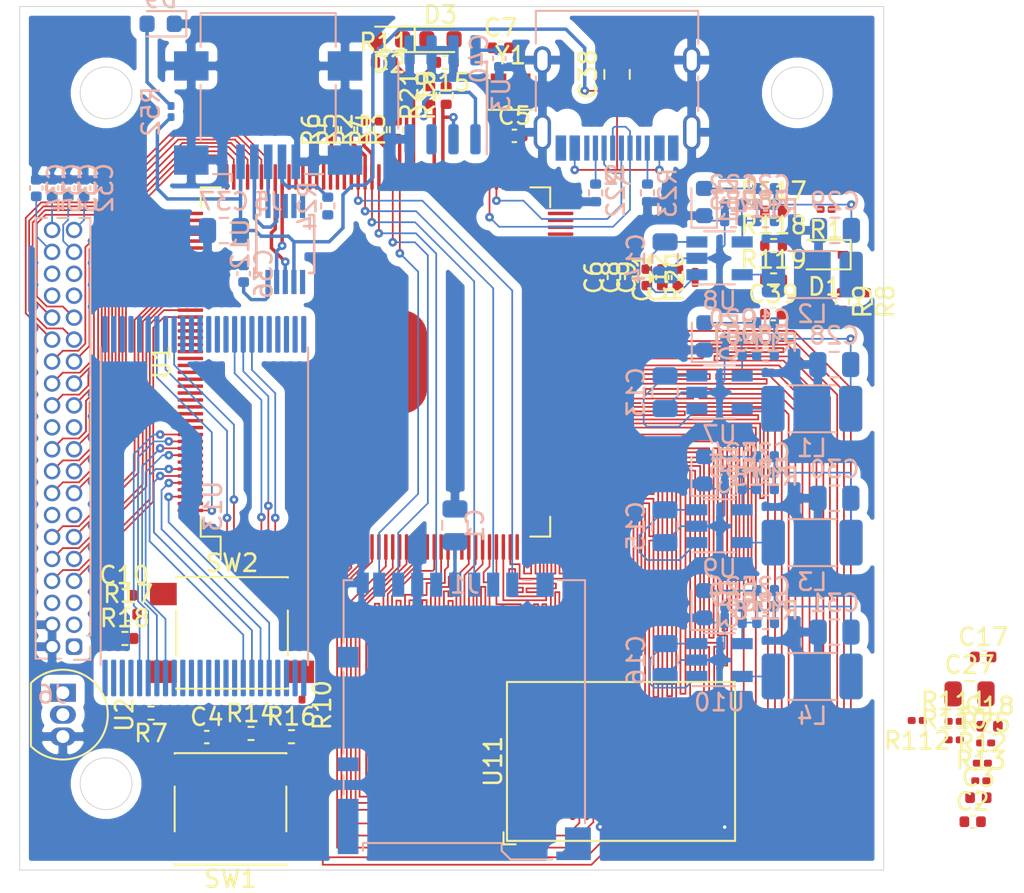
<source format=kicad_pcb>
(kicad_pcb (version 20171130) (host pcbnew 5.1.10-8.fc34)
  (layers (0 F.Cu signal) (1 In1.Cu signal) (2 In2.Cu signal) (31 B.Cu signal hide) (34 B.Paste user) (35 F.Paste user) (36 B.SilkS user) (37 F.SilkS user) (38 B.Mask user) (39 F.Mask user) (44 Edge.Cuts user))
  (net 0 "")
  (net 1 GND)
  (net 2 +3V3)
  (net 3 DDR3_SVREF)
  (net 4 +1V5)
  (net 5 "Net-(C4-Pad1)")
  (net 6 XTAL2)
  (net 7 "Net-(C6-Pad2)")
  (net 8 XTAL1)
  (net 9 "Net-(C9-Pad2)")
  (net 10 RESET)
  (net 11 "Net-(C11-Pad2)")
  (net 12 +5V)
  (net 13 "Net-(C17-Pad2)")
  (net 14 "Net-(C19-Pad2)")
  (net 15 +3V0)
  (net 16 "Net-(C21-Pad2)")
  (net 17 "Net-(C23-Pad2)")
  (net 18 +1V2)
  (net 19 "Net-(C25-Pad2)")
  (net 20 "Net-(D1-Pad1)")
  (net 21 "Net-(D2-Pad2)")
  (net 22 "Net-(D3-Pad2)")
  (net 23 "Net-(R1-Pad1)")
  (net 24 uSD_CMD)
  (net 25 uSD_DAT1)
  (net 26 uSD_DAT0)
  (net 27 uSD_DAT3)
  (net 28 uSD_DAT2)
  (net 29 USB0_ID_DET)
  (net 30 USB0_BUS_DET)
  (net 31 "Net-(R10-Pad1)")
  (net 32 LED1)
  (net 33 LED2)
  (net 34 UBOOT)
  (net 35 "Net-(R18-Pad1)")
  (net 36 I2C_SCL)
  (net 37 I2C_SDA)
  (net 38 LCD_VSYNC)
  (net 39 LCD_DE)
  (net 40 LCD_HSYNC)
  (net 41 "Net-(D9-Pad2)")
  (net 42 DDR3_A0)
  (net 43 DDR3_A1)
  (net 44 DDR3_A2)
  (net 45 DDR3_A3)
  (net 46 DDR3_A4)
  (net 47 DDR3_A5)
  (net 48 DDR3_A6)
  (net 49 DDR3_A7)
  (net 50 DDR3_A8)
  (net 51 DDR3_A9)
  (net 52 DDR3_A10)
  (net 53 DDR3_A11)
  (net 54 DDR3_A12)
  (net 55 DDR3_A13)
  (net 56 DDR3_A14)
  (net 57 DDR3_BA0)
  (net 58 DDR3_BA1)
  (net 59 DDR3_BA2)
  (net 60 DDR3_CK)
  (net 61 DDR3_~CK)
  (net 62 DDR3_CKE)
  (net 63 DDR3_~RESET)
  (net 64 "Net-(R75-Pad1)")
  (net 65 DDR3_~RAS)
  (net 66 DDR3_~CAS)
  (net 67 DDR3_~WE)
  (net 68 DDR3_ODT)
  (net 69 DDR3_D0)
  (net 70 DDR3_D1)
  (net 71 DDR3_D2)
  (net 72 DDR3_D3)
  (net 73 DDR3_D4)
  (net 74 DDR3_D5)
  (net 75 DDR3_D6)
  (net 76 DDR3_D7)
  (net 77 DDR3_D8)
  (net 78 DDR3_D9)
  (net 79 DDR3_D10)
  (net 80 DDR3_D11)
  (net 81 DDR3_D12)
  (net 82 DDR3_D13)
  (net 83 DDR3_D14)
  (net 84 DDR3_D15)
  (net 85 DDR3_LDM)
  (net 86 DDR3_UDM)
  (net 87 DDR3_LDQS)
  (net 88 DDR3_~LDQS)
  (net 89 DDR3_UDQS)
  (net 90 DDR3_~UDQS)
  (net 91 "Net-(R112-Pad1)")
  (net 92 "Net-(D10-Pad2)")
  (net 93 "Net-(D11-Pad2)")
  (net 94 "Net-(D12-Pad2)")
  (net 95 "Net-(D13-Pad2)")
  (net 96 "Net-(U1-Pad175)")
  (net 97 "Net-(U1-Pad162)")
  (net 98 "Net-(U1-Pad161)")
  (net 99 "Net-(U1-Pad160)")
  (net 100 "Net-(U1-Pad155)")
  (net 101 "Net-(U1-Pad152)")
  (net 102 "Net-(U1-Pad151)")
  (net 103 LCD_D2)
  (net 104 LCD_D3)
  (net 105 LCD_D4)
  (net 106 LCD_D6)
  (net 107 LCD_D7)
  (net 108 LCD_D10)
  (net 109 LCD_D11)
  (net 110 LCD_D12)
  (net 111 LCD_D13)
  (net 112 LCD_D14)
  (net 113 LCD_D15)
  (net 114 LCD_D18)
  (net 115 LCD_D19)
  (net 116 LCD_D20)
  (net 117 LCD_D21)
  (net 118 LCD_D22)
  (net 119 LCD_D23)
  (net 120 UART1_RxD)
  (net 121 UART1_TxD)
  (net 122 "Net-(U1-Pad123)")
  (net 123 "Net-(U1-Pad122)")
  (net 124 "Net-(U1-Pad121)")
  (net 125 "Net-(U1-Pad120)")
  (net 126 "Net-(U1-Pad119)")
  (net 127 "Net-(U1-Pad118)")
  (net 128 "Net-(U1-Pad117)")
  (net 129 "Net-(U1-Pad116)")
  (net 130 "Net-(U1-Pad115)")
  (net 131 "Net-(U1-Pad114)")
  (net 132 uSD_CLK)
  (net 133 "Net-(U1-Pad99)")
  (net 134 HOST_UDP)
  (net 135 HOST_UDM)
  (net 136 OTG_UDP)
  (net 137 OTG_ODM)
  (net 138 "Net-(U1-Pad86)")
  (net 139 "Net-(U1-Pad85)")
  (net 140 "Net-(U1-Pad84)")
  (net 141 "Net-(U1-Pad78)")
  (net 142 "Net-(U1-Pad77)")
  (net 143 "Net-(U1-Pad75)")
  (net 144 "Net-(U1-Pad74)")
  (net 145 USB0_DRV)
  (net 146 "Net-(U1-Pad14)")
  (net 147 "Net-(U1-Pad13)")
  (net 148 "Net-(U1-Pad12)")
  (net 149 "Net-(U1-Pad3)")
  (net 150 "Net-(U3-Pad3)")
  (net 151 "Net-(L1-Pad1)")
  (net 152 "Net-(L2-Pad1)")
  (net 153 "Net-(L3-Pad1)")
  (net 154 "Net-(L4-Pad1)")
  (net 155 "Net-(U11-PadM7)")
  (net 156 "Net-(U11-PadL9)")
  (net 157 "Net-(U11-PadL1)")
  (net 158 "Net-(U11-PadJ9)")
  (net 159 "Net-(U11-PadJ1)")
  (net 160 "Net-(U11-PadA1)")
  (net 161 "Net-(J5-Pad4)")
  (net 162 "Net-(J5-Pad3)")
  (net 163 "Net-(J5-Pad2)")
  (net 164 TPY1)
  (net 165 TPX1)
  (net 166 TPX2)
  (net 167 TPY2)
  (net 168 "Net-(C36-Pad1)")
  (net 169 PIN7)
  (net 170 LCD_D5)
  (net 171 LCD_CLK)
  (net 172 PIN8)
  (net 173 PIN6)
  (net 174 PIN9)
  (net 175 "Net-(J6-Pad22)")
  (net 176 "Net-(J6-Pad21)")
  (net 177 "Net-(J6-Pad14)")
  (net 178 "Net-(J6-Pad13)")
  (net 179 "Net-(J6-Pad6)")
  (net 180 "Net-(J6-Pad5)")
  (net 181 ~WP)
  (net 182 R~B)
  (net 183 ~CE)
  (net 184 NAND_IO0)
  (net 185 NAND_IO1)
  (net 186 NAND_IO2)
  (net 187 NAND_IO3)
  (net 188 NAND_IO4)
  (net 189 NAND_IO5)
  (net 190 NAND_IO6)
  (net 191 NAND_IO7)
  (net 192 ~WE)
  (net 193 ALE)
  (net 194 CLE)
  (net 195 ~RE)
  (net 196 "Net-(J2-PadA5)")
  (net 197 "Net-(J2-PadB5)")
  (net 198 "Net-(U12-Pad4)")
  (net 199 "Net-(U12-Pad5)")
  (net 200 "Net-(U12-Pad6)")
  (module Resistor_SMD:R_0402_1005Metric (layer B.Cu) (at 83.17 60.67 180)
    (fp_text reference R86 (at 0 1.17) (layer B.SilkS) (effects (justify mirror)))
    (fp_text value 562k)
    (pad 2 smd roundrect (at 0.51 0 180) (size 0.54 0.64) (layers B.Cu B.Paste B.Mask) (net 19 "Net-(C25-Pad2)"))
    (pad 1 smd roundrect (at -0.51 0 180) (size 0.54 0.64) (layers B.Cu B.Paste B.Mask) (net 2 +3V3))
  )
  (module Resistor_SMD:R_0402_1005Metric (layer B.Cu) (at 81.3 60.67 180)
    (fp_text reference R87 (at 0 1.17) (layer B.SilkS) (effects (justify mirror)))
    (fp_text value 100k)
    (pad 2 smd roundrect (at 0.51 0 180) (size 0.54 0.64) (layers B.Cu B.Paste B.Mask) (net 1 GND))
    (pad 1 smd roundrect (at -0.51 0 180) (size 0.54 0.64) (layers B.Cu B.Paste B.Mask) (net 19 "Net-(C25-Pad2)"))
  )
  (module Resistor_SMD:R_0402_1005Metric (layer B.Cu) (at 83.17 58.81)
    (fp_text reference R116 (at 0 1.17) (layer B.SilkS) (effects (justify mirror)))
    (fp_text value 1k)
    (pad 2 smd roundrect (at 0.51 0) (size 0.54 0.64) (layers B.Cu B.Paste B.Mask) (net 2 +3V3))
    (pad 1 smd roundrect (at -0.51 0) (size 0.54 0.64) (layers B.Cu B.Paste B.Mask) (net 95 "Net-(D13-Pad2)"))
  )
  (module Resistor_SMD:R_0402_1005Metric (layer B.Cu) (at 83.16 52.92 180)
    (fp_text reference R84 (at 0 1.17) (layer B.SilkS) (effects (justify mirror)))
    (fp_text value 562k)
    (pad 2 smd roundrect (at 0.51 0 180) (size 0.54 0.64) (layers B.Cu B.Paste B.Mask) (net 17 "Net-(C23-Pad2)"))
    (pad 1 smd roundrect (at -0.51 0 180) (size 0.54 0.64) (layers B.Cu B.Paste B.Mask) (net 18 +1V2))
  )
  (module Resistor_SMD:R_0402_1005Metric (layer B.Cu) (at 81.3 52.92 180)
    (fp_text reference R85 (at 0 1.17) (layer B.SilkS) (effects (justify mirror)))
    (fp_text value 100k)
    (pad 2 smd roundrect (at 0.51 0 180) (size 0.54 0.64) (layers B.Cu B.Paste B.Mask) (net 1 GND))
    (pad 1 smd roundrect (at -0.51 0 180) (size 0.54 0.64) (layers B.Cu B.Paste B.Mask) (net 17 "Net-(C23-Pad2)"))
  )
  (module Resistor_SMD:R_0402_1005Metric (layer B.Cu) (at 83.16 51.06)
    (fp_text reference R115 (at 0 1.17) (layer B.SilkS) (effects (justify mirror)))
    (fp_text value 1k)
    (pad 2 smd roundrect (at 0.51 0) (size 0.54 0.64) (layers B.Cu B.Paste B.Mask) (net 18 +1V2))
    (pad 1 smd roundrect (at -0.51 0) (size 0.54 0.64) (layers B.Cu B.Paste B.Mask) (net 94 "Net-(D12-Pad2)"))
  )
  (module Resistor_SMD:R_0402_1005Metric (layer B.Cu) (at 83.16 45.17 180)
    (fp_text reference R80 (at 0 1.17) (layer B.SilkS) (effects (justify mirror)))
    (fp_text value 562k)
    (pad 2 smd roundrect (at 0.51 0 180) (size 0.54 0.64) (layers B.Cu B.Paste B.Mask) (net 14 "Net-(C19-Pad2)"))
    (pad 1 smd roundrect (at -0.51 0 180) (size 0.54 0.64) (layers B.Cu B.Paste B.Mask) (net 15 +3V0))
  )
  (module Resistor_SMD:R_0402_1005Metric (layer B.Cu) (at 81.3 45.17 180)
    (fp_text reference R81 (at 0 1.17) (layer B.SilkS) (effects (justify mirror)))
    (fp_text value 100k)
    (pad 2 smd roundrect (at 0.51 0 180) (size 0.54 0.64) (layers B.Cu B.Paste B.Mask) (net 1 GND))
    (pad 1 smd roundrect (at -0.51 0 180) (size 0.54 0.64) (layers B.Cu B.Paste B.Mask) (net 14 "Net-(C19-Pad2)"))
  )
  (module Resistor_SMD:R_0402_1005Metric (layer B.Cu) (at 83.16 43.31)
    (fp_text reference R113 (at 0 1.17) (layer B.SilkS) (effects (justify mirror)))
    (fp_text value 1k)
    (pad 2 smd roundrect (at 0.51 0) (size 0.54 0.64) (layers B.Cu B.Paste B.Mask) (net 15 +3V0))
    (pad 1 smd roundrect (at -0.51 0) (size 0.54 0.64) (layers B.Cu B.Paste B.Mask) (net 92 "Net-(D10-Pad2)"))
  )
  (module Resistor_SMD:R_0402_1005Metric (layer B.Cu) (at 83.17 35.54)
    (fp_text reference R114 (at 0 1.17) (layer B.SilkS) (effects (justify mirror)))
    (fp_text value 1k)
    (pad 2 smd roundrect (at 0.51 0) (size 0.54 0.64) (layers B.Cu B.Paste B.Mask) (net 4 +1V5))
    (pad 1 smd roundrect (at -0.51 0) (size 0.54 0.64) (layers B.Cu B.Paste B.Mask) (net 93 "Net-(D11-Pad2)"))
  )
  (module Resistor_SMD:R_0402_1005Metric (layer B.Cu) (at 81.31 37.4 180)
    (fp_text reference R83 (at 0 1.17) (layer B.SilkS) (effects (justify mirror)))
    (fp_text value 100k)
    (pad 2 smd roundrect (at 0.51 0 180) (size 0.54 0.64) (layers B.Cu B.Paste B.Mask) (net 1 GND))
    (pad 1 smd roundrect (at -0.51 0 180) (size 0.54 0.64) (layers B.Cu B.Paste B.Mask) (net 16 "Net-(C21-Pad2)"))
  )
  (module Resistor_SMD:R_0402_1005Metric (layer B.Cu) (at 83.17 37.4 180)
    (fp_text reference R82 (at 0 1.17) (layer B.SilkS) (effects (justify mirror)))
    (fp_text value 562k)
    (pad 2 smd roundrect (at 0.51 0 180) (size 0.54 0.64) (layers B.Cu B.Paste B.Mask) (net 16 "Net-(C21-Pad2)"))
    (pad 1 smd roundrect (at -0.51 0 180) (size 0.54 0.64) (layers B.Cu B.Paste B.Mask) (net 4 +1V5))
  )
  (module Resistor_SMD:R_0402_1005Metric (layer F.Cu) (at 53.39 67.09)
    (fp_text reference R14 (at 0 -1.17) (layer F.SilkS))
    (fp_text value 100k)
    (pad 2 smd roundrect (at 0.51 0) (size 0.54 0.64) (layers F.Cu F.Paste F.Mask) (net 5 "Net-(C4-Pad1)"))
    (pad 1 smd roundrect (at -0.51 0) (size 0.54 0.64) (layers F.Cu F.Paste F.Mask) (net 15 +3V0))
  )
  (module Resistor_SMD:R_0402_1005Metric (layer F.Cu) (at 55.73 67.28)
    (fp_text reference R16 (at 0 -1.17) (layer F.SilkS))
    (fp_text value 6.8k)
    (pad 2 smd roundrect (at 0.51 0) (size 0.54 0.64) (layers F.Cu F.Paste F.Mask) (net 5 "Net-(C4-Pad1)"))
    (pad 1 smd roundrect (at -0.51 0) (size 0.54 0.64) (layers F.Cu F.Paste F.Mask) (net 34 UBOOT))
  )
  (module Resistor_SMD:R_0402_1005Metric (layer F.Cu) (at 46.09 61.59)
    (fp_text reference R18 (at 0 -1.17) (layer F.SilkS))
    (fp_text value 51R)
    (pad 2 smd roundrect (at 0.51 0) (size 0.54 0.64) (layers F.Cu F.Paste F.Mask) (net 1 GND))
    (pad 1 smd roundrect (at -0.51 0) (size 0.54 0.64) (layers F.Cu F.Paste F.Mask) (net 35 "Net-(R18-Pad1)"))
  )
  (module Resistor_SMD:R_0402_1005Metric (layer F.Cu) (at 46.28 60.19)
    (fp_text reference R17 (at 0 -1.17) (layer F.SilkS))
    (fp_text value 10k)
    (pad 2 smd roundrect (at 0.51 0) (size 0.54 0.64) (layers F.Cu F.Paste F.Mask) (net 10 RESET))
    (pad 1 smd roundrect (at -0.51 0) (size 0.54 0.64) (layers F.Cu F.Paste F.Mask) (net 2 +3V3))
  )
  (module spdf1626:PBD1.27-40 (layer B.Cu) (at 42.51 50)
    (fp_text reference J6 (at -0.635 14.835) (layer B.SilkS) (effects (justify mirror)))
    (fp_text value LCD_CONN)
    (pad 40 thru_hole oval (at -0.635 -12.065) (size 0.95 0.95) (drill 0.65) (layers *.Cu *.Mask) (net 167 TPY2))
    (pad 39 thru_hole oval (at 0.635 -12.065) (size 0.95 0.95) (drill 0.65) (layers *.Cu *.Mask) (net 164 TPY1))
    (pad 38 thru_hole oval (at -0.635 -10.795) (size 0.95 0.95) (drill 0.65) (layers *.Cu *.Mask) (net 166 TPX2))
    (pad 37 thru_hole oval (at 0.635 -10.795) (size 0.95 0.95) (drill 0.65) (layers *.Cu *.Mask) (net 165 TPX1))
    (pad 36 thru_hole oval (at -0.635 -9.525) (size 0.95 0.95) (drill 0.65) (layers *.Cu *.Mask) (net 173 PIN6))
    (pad 35 thru_hole oval (at 0.635 -9.525) (size 0.95 0.95) (drill 0.65) (layers *.Cu *.Mask) (net 174 PIN9))
    (pad 34 thru_hole oval (at -0.635 -8.255) (size 0.95 0.95) (drill 0.65) (layers *.Cu *.Mask) (net 172 PIN8))
    (pad 33 thru_hole oval (at 0.635 -8.255) (size 0.95 0.95) (drill 0.65) (layers *.Cu *.Mask) (net 169 PIN7))
    (pad 32 thru_hole oval (at -0.635 -6.985) (size 0.95 0.95) (drill 0.65) (layers *.Cu *.Mask) (net 39 LCD_DE))
    (pad 31 thru_hole oval (at 0.635 -6.985) (size 0.95 0.95) (drill 0.65) (layers *.Cu *.Mask) (net 171 LCD_CLK))
    (pad 30 thru_hole oval (at -0.635 -5.715) (size 0.95 0.95) (drill 0.65) (layers *.Cu *.Mask) (net 38 LCD_VSYNC))
    (pad 29 thru_hole oval (at 0.635 -5.715) (size 0.95 0.95) (drill 0.65) (layers *.Cu *.Mask) (net 40 LCD_HSYNC))
    (pad 28 thru_hole oval (at -0.635 -4.445) (size 0.95 0.95) (drill 0.65) (layers *.Cu *.Mask) (net 119 LCD_D23))
    (pad 27 thru_hole oval (at 0.635 -4.445) (size 0.95 0.95) (drill 0.65) (layers *.Cu *.Mask) (net 118 LCD_D22))
    (pad 26 thru_hole oval (at -0.635 -3.175) (size 0.95 0.95) (drill 0.65) (layers *.Cu *.Mask) (net 117 LCD_D21))
    (pad 25 thru_hole oval (at 0.635 -3.175) (size 0.95 0.95) (drill 0.65) (layers *.Cu *.Mask) (net 116 LCD_D20))
    (pad 24 thru_hole oval (at -0.635 -1.905) (size 0.95 0.95) (drill 0.65) (layers *.Cu *.Mask) (net 115 LCD_D19))
    (pad 23 thru_hole oval (at 0.635 -1.905) (size 0.95 0.95) (drill 0.65) (layers *.Cu *.Mask) (net 114 LCD_D18))
    (pad 22 thru_hole oval (at -0.635 -0.635) (size 0.95 0.95) (drill 0.65) (layers *.Cu *.Mask) (net 175 "Net-(J6-Pad22)"))
    (pad 21 thru_hole oval (at 0.635 -0.635) (size 0.95 0.95) (drill 0.65) (layers *.Cu *.Mask) (net 176 "Net-(J6-Pad21)"))
    (pad 20 thru_hole oval (at -0.635 0.635) (size 0.95 0.95) (drill 0.65) (layers *.Cu *.Mask) (net 113 LCD_D15))
    (pad 19 thru_hole oval (at 0.635 0.635) (size 0.95 0.95) (drill 0.65) (layers *.Cu *.Mask) (net 112 LCD_D14))
    (pad 18 thru_hole oval (at -0.635 1.905) (size 0.95 0.95) (drill 0.65) (layers *.Cu *.Mask) (net 111 LCD_D13))
    (pad 17 thru_hole oval (at 0.635 1.905) (size 0.95 0.95) (drill 0.65) (layers *.Cu *.Mask) (net 110 LCD_D12))
    (pad 16 thru_hole oval (at -0.635 3.175) (size 0.95 0.95) (drill 0.65) (layers *.Cu *.Mask) (net 109 LCD_D11))
    (pad 15 thru_hole oval (at 0.635 3.175) (size 0.95 0.95) (drill 0.65) (layers *.Cu *.Mask) (net 108 LCD_D10))
    (pad 14 thru_hole oval (at -0.635 4.445) (size 0.95 0.95) (drill 0.65) (layers *.Cu *.Mask) (net 177 "Net-(J6-Pad14)"))
    (pad 13 thru_hole oval (at 0.635 4.445) (size 0.95 0.95) (drill 0.65) (layers *.Cu *.Mask) (net 178 "Net-(J6-Pad13)"))
    (pad 12 thru_hole oval (at -0.635 5.715) (size 0.95 0.95) (drill 0.65) (layers *.Cu *.Mask) (net 107 LCD_D7))
    (pad 11 thru_hole oval (at 0.635 5.715) (size 0.95 0.95) (drill 0.65) (layers *.Cu *.Mask) (net 106 LCD_D6))
    (pad 10 thru_hole oval (at -0.635 6.985) (size 0.95 0.95) (drill 0.65) (layers *.Cu *.Mask) (net 170 LCD_D5))
    (pad 9 thru_hole oval (at 0.635 6.985) (size 0.95 0.95) (drill 0.65) (layers *.Cu *.Mask) (net 105 LCD_D4))
    (pad 8 thru_hole oval (at -0.635 8.255) (size 0.95 0.95) (drill 0.65) (layers *.Cu *.Mask) (net 104 LCD_D3))
    (pad 7 thru_hole oval (at 0.635 8.255) (size 0.95 0.95) (drill 0.65) (layers *.Cu *.Mask) (net 103 LCD_D2))
    (pad 6 thru_hole oval (at -0.635 9.525) (size 0.95 0.95) (drill 0.65) (layers *.Cu *.Mask) (net 179 "Net-(J6-Pad6)"))
    (pad 5 thru_hole oval (at 0.635 9.525) (size 0.95 0.95) (drill 0.65) (layers *.Cu *.Mask) (net 180 "Net-(J6-Pad5)"))
    (pad 4 thru_hole oval (at -0.635 10.795) (size 0.95 0.95) (drill 0.65) (layers *.Cu *.Mask) (net 1 GND))
    (pad 3 thru_hole oval (at 0.635 10.795) (size 0.95 0.95) (drill 0.65) (layers *.Cu *.Mask) (net 2 +3V3))
    (pad 1 thru_hole roundrect (at 0.635 12.065) (size 0.95 0.95) (drill 0.65) (layers *.Cu *.Mask) (net 12 +5V))
    (pad 2 thru_hole oval (at -0.635 12.065) (size 0.95 0.95) (drill 0.65) (layers *.Cu *.Mask) (net 1 GND))
  )
  (module Resistor_SMD:R_0402_1005Metric (layer F.Cu) (at 88.94 42.08 270)
    (fp_text reference R8 (at 0 -1.17 90) (layer F.SilkS))
    (fp_text value 100k)
    (pad 2 smd roundrect (at 0.51 0 270) (size 0.54 0.64) (layers F.Cu F.Paste F.Mask) (net 1 GND))
    (pad 1 smd roundrect (at -0.51 0 270) (size 0.54 0.64) (layers F.Cu F.Paste F.Mask) (net 30 USB0_BUS_DET))
  )
  (module Resistor_SMD:R_0402_1005Metric (layer F.Cu) (at 87.61 42.08 270)
    (fp_text reference R9 (at 0 -1.17 90) (layer F.SilkS))
    (fp_text value 4k7)
    (pad 2 smd roundrect (at 0.51 0 270) (size 0.54 0.64) (layers F.Cu F.Paste F.Mask) (net 30 USB0_BUS_DET))
    (pad 1 smd roundrect (at -0.51 0 270) (size 0.54 0.64) (layers F.Cu F.Paste F.Mask) (net 12 +5V))
  )
  (module Resistor_SMD:R_0402_1005Metric (layer F.Cu) (at 47.6 65.91 180)
    (fp_text reference R7 (at 0 -1.17) (layer F.SilkS))
    (fp_text value 47k)
    (pad 2 smd roundrect (at 0.51 0 180) (size 0.54 0.64) (layers F.Cu F.Paste F.Mask) (net 2 +3V3))
    (pad 1 smd roundrect (at -0.51 0 180) (size 0.54 0.64) (layers F.Cu F.Paste F.Mask) (net 29 USB0_ID_DET))
  )
  (module Resistor_SMD:R_0402_1005Metric (layer F.Cu) (at 58.04 32.13 90)
    (fp_text reference R6 (at 0 -1.17 90) (layer F.SilkS))
    (fp_text value 100k)
    (pad 2 smd roundrect (at 0.51 0 90) (size 0.54 0.64) (layers F.Cu F.Paste F.Mask) (net 2 +3V3))
    (pad 1 smd roundrect (at -0.51 0 90) (size 0.54 0.64) (layers F.Cu F.Paste F.Mask) (net 28 uSD_DAT2))
  )
  (module Resistor_SMD:R_0402_1005Metric (layer F.Cu) (at 58.98 32.13 90)
    (fp_text reference R5 (at 0 -1.17 90) (layer F.SilkS))
    (fp_text value 100k)
    (pad 2 smd roundrect (at 0.51 0 90) (size 0.54 0.64) (layers F.Cu F.Paste F.Mask) (net 2 +3V3))
    (pad 1 smd roundrect (at -0.51 0 90) (size 0.54 0.64) (layers F.Cu F.Paste F.Mask) (net 27 uSD_DAT3))
  )
  (module Resistor_SMD:R_0402_1005Metric (layer F.Cu) (at 59.92 32.13 90)
    (fp_text reference R2 (at 0 -1.17 90) (layer F.SilkS))
    (fp_text value 10k)
    (pad 2 smd roundrect (at 0.51 0 90) (size 0.54 0.64) (layers F.Cu F.Paste F.Mask) (net 2 +3V3))
    (pad 1 smd roundrect (at -0.51 0 90) (size 0.54 0.64) (layers F.Cu F.Paste F.Mask) (net 24 uSD_CMD))
  )
  (module Resistor_SMD:R_0402_1005Metric (layer F.Cu) (at 60.86 32.13 90)
    (fp_text reference R4 (at 0 -1.17 90) (layer F.SilkS))
    (fp_text value 100k)
    (pad 2 smd roundrect (at 0.51 0 90) (size 0.54 0.64) (layers F.Cu F.Paste F.Mask) (net 2 +3V3))
    (pad 1 smd roundrect (at -0.51 0 90) (size 0.54 0.64) (layers F.Cu F.Paste F.Mask) (net 26 uSD_DAT0))
  )
  (module Resistor_SMD:R_0402_1005Metric (layer F.Cu) (at 61.8 32.13 90)
    (fp_text reference R3 (at 0 -1.17 90) (layer F.SilkS))
    (fp_text value 100k)
    (pad 2 smd roundrect (at 0.51 0 90) (size 0.54 0.64) (layers F.Cu F.Paste F.Mask) (net 2 +3V3))
    (pad 1 smd roundrect (at -0.51 0 90) (size 0.54 0.64) (layers F.Cu F.Paste F.Mask) (net 25 uSD_DAT1))
  )
  (module Capacitor_SMD:C_0402_1005Metric (layer B.Cu) (at 67.76 28.01 270)
    (fp_text reference C40 (at 0 1.16 90) (layer B.SilkS) (effects (justify mirror)))
    (fp_text value 100n)
    (pad 2 smd roundrect (at 0.48 0 270) (size 0.56 0.62) (layers B.Cu B.Paste B.Mask) (net 1 GND))
    (pad 1 smd roundrect (at -0.48 0 270) (size 0.56 0.62) (layers B.Cu B.Paste B.Mask) (net 2 +3V3))
  )
  (module Resistor_SMD:R_0402_1005Metric (layer F.Cu) (at 63.73 30.15 90)
    (fp_text reference R21 (at 0 -1.17 90) (layer F.SilkS))
    (fp_text value 4k7)
    (pad 2 smd roundrect (at 0.51 0 90) (size 0.54 0.64) (layers F.Cu F.Paste F.Mask) (net 2 +3V3))
    (pad 1 smd roundrect (at -0.51 0 90) (size 0.54 0.64) (layers F.Cu F.Paste F.Mask) (net 37 I2C_SDA))
  )
  (module Resistor_SMD:R_0402_1005Metric (layer F.Cu) (at 61.1 28.24)
    (fp_text reference R11 (at 0 -1.17) (layer F.SilkS))
    (fp_text value 1k)
    (pad 2 smd roundrect (at 0.51 0) (size 0.54 0.64) (layers F.Cu F.Paste F.Mask) (net 32 LED1))
    (pad 1 smd roundrect (at -0.51 0) (size 0.54 0.64) (layers F.Cu F.Paste F.Mask) (net 21 "Net-(D2-Pad2)"))
  )
  (module Resistor_SMD:R_0402_1005Metric (layer F.Cu) (at 64.63 28.23 180)
    (fp_text reference R15 (at 0 -1.17) (layer F.SilkS))
    (fp_text value 1k)
    (pad 2 smd roundrect (at 0.51 0 180) (size 0.54 0.64) (layers F.Cu F.Paste F.Mask) (net 33 LED2))
    (pad 1 smd roundrect (at -0.51 0 180) (size 0.54 0.64) (layers F.Cu F.Paste F.Mask) (net 22 "Net-(D3-Pad2)"))
  )
  (module Resistor_SMD:R_0402_1005Metric (layer F.Cu) (at 64.68 30.15 90)
    (fp_text reference R19 (at 0 -1.17 90) (layer F.SilkS))
    (fp_text value 4k7)
    (pad 2 smd roundrect (at 0.51 0 90) (size 0.54 0.64) (layers F.Cu F.Paste F.Mask) (net 2 +3V3))
    (pad 1 smd roundrect (at -0.51 0 90) (size 0.54 0.64) (layers F.Cu F.Paste F.Mask) (net 36 I2C_SCL))
  )
  (module Capacitor_SMD:C_0805_2012Metric (layer F.Cu) (at 74.57 28.93 90)
    (fp_text reference C38 (at 0 -1.68 90) (layer F.SilkS))
    (fp_text value 10u)
    (pad 2 smd roundrect (at 0.95 0 90) (size 1 1.45) (layers F.Cu F.Paste F.Mask) (net 1 GND))
    (pad 1 smd roundrect (at -0.95 0 90) (size 1 1.45) (layers F.Cu F.Paste F.Mask) (net 12 +5V))
  )
  (module Connector_USB:USB_Mini-B_Lumberg_2486_01_Horizontal (layer B.Cu) (at 54.38 31.29)
    (fp_text reference J5 (at 0 5 180) (layer B.SilkS) (effects (justify mirror)))
    (fp_text value USB_B_Mini)
    (pad 6 smd rect (at 4.45 -2.85) (size 2 1.7) (layers B.Cu B.Paste B.Mask) (net 1 GND))
    (pad 6 smd rect (at 4.45 2.6) (size 2 1.7) (layers B.Cu B.Paste B.Mask) (net 1 GND))
    (pad 6 smd rect (at -4.45 -2.85) (size 2 1.7) (layers B.Cu B.Paste B.Mask) (net 1 GND))
    (pad 6 smd rect (at -4.45 2.6) (size 2 1.7) (layers B.Cu B.Paste B.Mask) (net 1 GND))
    (pad 5 smd rect (at 1.6 2.7) (size 0.5 2) (layers B.Cu B.Paste B.Mask) (net 1 GND))
    (pad 4 smd rect (at 0.8 2.7) (size 0.5 2) (layers B.Cu B.Paste B.Mask) (net 161 "Net-(J5-Pad4)"))
    (pad 3 smd rect (at 0 2.7) (size 0.5 2) (layers B.Cu B.Paste B.Mask) (net 162 "Net-(J5-Pad3)"))
    (pad 2 smd rect (at -0.8 2.7) (size 0.5 2) (layers B.Cu B.Paste B.Mask) (net 163 "Net-(J5-Pad2)"))
    (pad 1 smd rect (at -1.6 2.7) (size 0.5 2) (layers B.Cu B.Paste B.Mask) (net 12 +5V))
  )
  (module Resistor_SMD:R_0402_1005Metric (layer B.Cu) (at 57.83 36.55 270)
    (fp_text reference R24 (at 0 1.17 90) (layer B.SilkS) (effects (justify mirror)))
    (fp_text value 100k)
    (pad 2 smd roundrect (at 0.51 0 270) (size 0.54 0.64) (layers B.Cu B.Paste B.Mask) (net 1 GND))
    (pad 1 smd roundrect (at -0.51 0 270) (size 0.54 0.64) (layers B.Cu B.Paste B.Mask) (net 161 "Net-(J5-Pad4)"))
  )
  (module Capacitor_SMD:C_0805_2012Metric (layer B.Cu) (at 51.82 37.97 180)
    (fp_text reference C37 (at 0 1.68) (layer B.SilkS) (effects (justify mirror)))
    (fp_text value 10u)
    (pad 2 smd roundrect (at 0.95 0 180) (size 1 1.45) (layers B.Cu B.Paste B.Mask) (net 1 GND))
    (pad 1 smd roundrect (at -0.95 0 180) (size 1 1.45) (layers B.Cu B.Paste B.Mask) (net 12 +5V))
  )
  (module Connector_USB:USB_C_Receptacle_HRO_TYPE-C-31-M-12 (layer B.Cu) (at 74.57 29.15)
    (fp_text reference J2 (at 0 5.645) (layer B.SilkS) (effects (justify mirror)))
    (fp_text value USB_C_Plug)
    (pad B1 smd rect (at 3.25 4.045) (size 0.6 1.45) (layers B.Cu B.Paste B.Mask) (net 1 GND))
    (pad A9 smd rect (at 2.45 4.045) (size 0.6 1.45) (layers B.Cu B.Paste B.Mask) (net 12 +5V))
    (pad B9 smd rect (at -2.45 4.045) (size 0.6 1.45) (layers B.Cu B.Paste B.Mask) (net 12 +5V))
    (pad B12 smd rect (at -3.25 4.045) (size 0.6 1.45) (layers B.Cu B.Paste B.Mask) (net 1 GND))
    (pad A1 smd rect (at -3.25 4.045) (size 0.6 1.45) (layers B.Cu B.Paste B.Mask) (net 1 GND))
    (pad A4 smd rect (at -2.45 4.045) (size 0.6 1.45) (layers B.Cu B.Paste B.Mask) (net 12 +5V))
    (pad B4 smd rect (at 2.45 4.045) (size 0.6 1.45) (layers B.Cu B.Paste B.Mask) (net 12 +5V))
    (pad A12 smd rect (at 3.25 4.045) (size 0.6 1.45) (layers B.Cu B.Paste B.Mask) (net 1 GND))
    (pad B8 smd rect (at -1.75 4.045) (size 0.3 1.45) (layers B.Cu B.Paste B.Mask))
    (pad A5 smd rect (at -1.25 4.045) (size 0.3 1.45) (layers B.Cu B.Paste B.Mask) (net 196 "Net-(J2-PadA5)"))
    (pad B7 smd rect (at -0.75 4.045) (size 0.3 1.45) (layers B.Cu B.Paste B.Mask) (net 137 OTG_ODM))
    (pad A7 smd rect (at 0.25 4.045) (size 0.3 1.45) (layers B.Cu B.Paste B.Mask) (net 137 OTG_ODM))
    (pad B6 smd rect (at 0.75 4.045) (size 0.3 1.45) (layers B.Cu B.Paste B.Mask) (net 136 OTG_UDP))
    (pad A8 smd rect (at 1.25 4.045) (size 0.3 1.45) (layers B.Cu B.Paste B.Mask))
    (pad B5 smd rect (at 1.75 4.045) (size 0.3 1.45) (layers B.Cu B.Paste B.Mask) (net 197 "Net-(J2-PadB5)"))
    (pad A6 smd rect (at -0.25 4.045) (size 0.3 1.45) (layers B.Cu B.Paste B.Mask) (net 136 OTG_UDP))
    (pad S1 thru_hole oval (at 4.32 3.13) (size 1 2.1) (drill oval 0.6 1.7) (layers *.Cu *.Mask) (net 1 GND))
    (pad S1 thru_hole oval (at -4.32 3.13) (size 1 2.1) (drill oval 0.6 1.7) (layers *.Cu *.Mask) (net 1 GND))
    (pad "" np_thru_hole circle (at -2.89 2.6) (size 0.65 0.65) (drill 0.65) (layers *.Cu *.Mask))
    (pad S1 thru_hole oval (at -4.32 -1.05) (size 1 1.6) (drill oval 0.6 1.2) (layers *.Cu *.Mask) (net 1 GND))
    (pad "" np_thru_hole circle (at 2.89 2.6) (size 0.65 0.65) (drill 0.65) (layers *.Cu *.Mask))
    (pad S1 thru_hole oval (at 4.32 -1.05) (size 1 1.6) (drill oval 0.6 1.2) (layers *.Cu *.Mask) (net 1 GND))
  )
  (module "spdf1626:TSOP-48(TYPE1)" (layer B.Cu) (at 50.69 53.93 270)
    (fp_text reference U13 (at 0 -0.5 270) (layer B.SilkS) (effects (justify mirror)))
    (fp_text value NAND_K9GAG08)
    (pad 48 smd roundrect (at 9.95 5.75 270) (size 2.124 0.3) (layers B.Cu B.Paste B.Mask))
    (pad 47 smd roundrect (at 9.95 5.25 270) (size 2.124 0.3) (layers B.Cu B.Paste B.Mask))
    (pad 46 smd roundrect (at 9.95 4.75 270) (size 2.124 0.3) (layers B.Cu B.Paste B.Mask))
    (pad 45 smd roundrect (at 9.95 4.25 270) (size 2.124 0.3) (layers B.Cu B.Paste B.Mask))
    (pad 44 smd roundrect (at 9.95 3.75 270) (size 2.124 0.3) (layers B.Cu B.Paste B.Mask) (net 191 NAND_IO7))
    (pad 43 smd roundrect (at 9.95 3.25 270) (size 2.124 0.3) (layers B.Cu B.Paste B.Mask) (net 190 NAND_IO6))
    (pad 42 smd roundrect (at 9.95 2.75 270) (size 2.124 0.3) (layers B.Cu B.Paste B.Mask) (net 189 NAND_IO5))
    (pad 41 smd roundrect (at 9.95 2.25 270) (size 2.124 0.3) (layers B.Cu B.Paste B.Mask) (net 188 NAND_IO4))
    (pad 40 smd roundrect (at 9.95 1.75 270) (size 2.124 0.3) (layers B.Cu B.Paste B.Mask))
    (pad 39 smd roundrect (at 9.95 1.25 270) (size 2.124 0.3) (layers B.Cu B.Paste B.Mask))
    (pad 38 smd roundrect (at 9.95 0.75 270) (size 2.124 0.3) (layers B.Cu B.Paste B.Mask))
    (pad 37 smd roundrect (at 9.95 0.25 270) (size 2.124 0.3) (layers B.Cu B.Paste B.Mask) (net 2 +3V3))
    (pad 36 smd roundrect (at 9.95 -0.25 270) (size 2.124 0.3) (layers B.Cu B.Paste B.Mask) (net 1 GND))
    (pad 35 smd roundrect (at 9.95 -0.75 270) (size 2.124 0.3) (layers B.Cu B.Paste B.Mask))
    (pad 34 smd roundrect (at 9.95 -1.25 270) (size 2.124 0.3) (layers B.Cu B.Paste B.Mask))
    (pad 33 smd roundrect (at 9.95 -1.75 270) (size 2.124 0.3) (layers B.Cu B.Paste B.Mask))
    (pad 32 smd roundrect (at 9.95 -2.25 270) (size 2.124 0.3) (layers B.Cu B.Paste B.Mask) (net 187 NAND_IO3))
    (pad 31 smd roundrect (at 9.95 -2.75 270) (size 2.124 0.3) (layers B.Cu B.Paste B.Mask) (net 186 NAND_IO2))
    (pad 30 smd roundrect (at 9.95 -3.25 270) (size 2.124 0.3) (layers B.Cu B.Paste B.Mask) (net 185 NAND_IO1))
    (pad 29 smd roundrect (at 9.95 -3.75 270) (size 2.124 0.3) (layers B.Cu B.Paste B.Mask) (net 184 NAND_IO0))
    (pad 28 smd roundrect (at 9.95 -4.25 270) (size 2.124 0.3) (layers B.Cu B.Paste B.Mask))
    (pad 27 smd roundrect (at 9.95 -4.75 270) (size 2.124 0.3) (layers B.Cu B.Paste B.Mask))
    (pad 26 smd roundrect (at 9.95 -5.25 270) (size 2.124 0.3) (layers B.Cu B.Paste B.Mask))
    (pad 25 smd roundrect (at 9.95 -5.75 270) (size 2.124 0.3) (layers B.Cu B.Paste B.Mask))
    (pad 24 smd roundrect (at -9.95 -5.75 270) (size 2.124 0.3) (layers B.Cu B.Paste B.Mask))
    (pad 23 smd roundrect (at -9.95 -5.25 270) (size 2.124 0.3) (layers B.Cu B.Paste B.Mask))
    (pad 22 smd roundrect (at -9.95 -4.75 270) (size 2.124 0.3) (layers B.Cu B.Paste B.Mask))
    (pad 21 smd roundrect (at -9.95 -4.25 270) (size 2.124 0.3) (layers B.Cu B.Paste B.Mask))
    (pad 20 smd roundrect (at -9.95 -3.75 270) (size 2.124 0.3) (layers B.Cu B.Paste B.Mask))
    (pad 19 smd roundrect (at -9.95 -3.25 270) (size 2.124 0.3) (layers B.Cu B.Paste B.Mask) (net 181 ~WP))
    (pad 18 smd roundrect (at -9.95 -2.75 270) (size 2.124 0.3) (layers B.Cu B.Paste B.Mask) (net 192 ~WE))
    (pad 17 smd roundrect (at -9.95 -2.25 270) (size 2.124 0.3) (layers B.Cu B.Paste B.Mask) (net 193 ALE))
    (pad 16 smd roundrect (at -9.95 -1.75 270) (size 2.124 0.3) (layers B.Cu B.Paste B.Mask) (net 194 CLE))
    (pad 15 smd roundrect (at -9.95 -1.25 270) (size 2.124 0.3) (layers B.Cu B.Paste B.Mask))
    (pad 14 smd roundrect (at -9.95 -0.75 270) (size 2.124 0.3) (layers B.Cu B.Paste B.Mask))
    (pad 13 smd roundrect (at -9.95 -0.25 270) (size 2.124 0.3) (layers B.Cu B.Paste B.Mask) (net 1 GND))
    (pad 12 smd roundrect (at -9.95 0.25 270) (size 2.124 0.3) (layers B.Cu B.Paste B.Mask) (net 2 +3V3))
    (pad 11 smd roundrect (at -9.95 0.75 270) (size 2.124 0.3) (layers B.Cu B.Paste B.Mask))
    (pad 10 smd roundrect (at -9.95 1.25 270) (size 2.124 0.3) (layers B.Cu B.Paste B.Mask))
    (pad 9 smd roundrect (at -9.95 1.75 270) (size 2.124 0.3) (layers B.Cu B.Paste B.Mask) (net 183 ~CE))
    (pad 8 smd roundrect (at -9.95 2.25 270) (size 2.124 0.3) (layers B.Cu B.Paste B.Mask) (net 195 ~RE))
    (pad 7 smd roundrect (at -9.95 2.75 270) (size 2.124 0.3) (layers B.Cu B.Paste B.Mask) (net 182 R~B))
    (pad 6 smd roundrect (at -9.95 3.25 270) (size 2.124 0.3) (layers B.Cu B.Paste B.Mask))
    (pad 5 smd roundrect (at -9.95 3.75 270) (size 2.124 0.3) (layers B.Cu B.Paste B.Mask))
    (pad 4 smd roundrect (at -9.95 4.25 270) (size 2.124 0.3) (layers B.Cu B.Paste B.Mask))
    (pad 3 smd roundrect (at -9.95 4.75 270) (size 2.124 0.3) (layers B.Cu B.Paste B.Mask))
    (pad 2 smd roundrect (at -9.95 5.25 270) (size 2.124 0.3) (layers B.Cu B.Paste B.Mask))
    (pad 1 smd roundrect (at -9.95 5.75 270) (size 2.124 0.3) (layers B.Cu B.Paste B.Mask))
  )
  (module Resistor_SMD:R_0402_1005Metric (layer F.Cu) (at 83.63 40.83)
    (fp_text reference R119 (at 0 -1.17) (layer F.SilkS))
    (fp_text value 10k)
    (pad 2 smd roundrect (at 0.51 0) (size 0.54 0.64) (layers F.Cu F.Paste F.Mask) (net 181 ~WP))
    (pad 1 smd roundrect (at -0.51 0) (size 0.54 0.64) (layers F.Cu F.Paste F.Mask) (net 15 +3V0))
  )
  (module Resistor_SMD:R_0402_1005Metric (layer F.Cu) (at 83.63 38.84)
    (fp_text reference R118 (at 0 -1.17) (layer F.SilkS))
    (fp_text value 10k)
    (pad 2 smd roundrect (at 0.51 0) (size 0.54 0.64) (layers F.Cu F.Paste F.Mask) (net 183 ~CE))
    (pad 1 smd roundrect (at -0.51 0) (size 0.54 0.64) (layers F.Cu F.Paste F.Mask) (net 15 +3V0))
  )
  (module Resistor_SMD:R_0402_1005Metric (layer F.Cu) (at 83.63 36.85)
    (fp_text reference R117 (at 0 -1.17) (layer F.SilkS))
    (fp_text value 10k)
    (pad 2 smd roundrect (at 0.51 0) (size 0.54 0.64) (layers F.Cu F.Paste F.Mask) (net 182 R~B))
    (pad 1 smd roundrect (at -0.51 0) (size 0.54 0.64) (layers F.Cu F.Paste F.Mask) (net 15 +3V0))
  )
  (module Capacitor_SMD:C_0402_1005Metric (layer F.Cu) (at 83.61 42.81)
    (fp_text reference C39 (at 0 -1.16) (layer F.SilkS))
    (fp_text value 100n)
    (pad 2 smd roundrect (at 0.48 0) (size 0.56 0.62) (layers F.Cu F.Paste F.Mask) (net 1 GND))
    (pad 1 smd roundrect (at -0.48 0) (size 0.56 0.62) (layers F.Cu F.Paste F.Mask) (net 181 ~WP))
  )
  (module Resistor_SMD:R_0201_0603Metric (layer F.Cu) (at 91.94 66.34 180)
    (fp_text reference R112 (at 0 -1.17) (layer F.SilkS))
    (fp_text value 240R)
    (pad 2 smd roundrect (at 0.32 0 180) (size 0.46 0.4) (layers F.Cu F.Mask) (net 1 GND))
    (pad 1 smd roundrect (at -0.32 0 180) (size 0.46 0.4) (layers F.Cu F.Mask) (net 91 "Net-(R112-Pad1)"))
  )
  (module Resistor_SMD:R_0201_0603Metric (layer F.Cu) (at 94.08 66.39)
    (fp_text reference R111 (at 0 -1.17) (layer F.SilkS))
    (fp_text value 1k)
    (pad 2 smd roundrect (at 0.32 0) (size 0.46 0.4) (layers F.Cu F.Mask) (net 1 GND))
    (pad 1 smd roundrect (at -0.32 0) (size 0.46 0.4) (layers F.Cu F.Mask) (net 13 "Net-(C17-Pad2)"))
  )
  (module Resistor_SMD:R_0201_0603Metric (layer F.Cu) (at 94.08 67.46)
    (fp_text reference R110 (at 0 -1.17) (layer F.SilkS))
    (fp_text value 1k)
    (pad 2 smd roundrect (at 0.32 0) (size 0.46 0.4) (layers F.Cu F.Mask) (net 13 "Net-(C17-Pad2)"))
    (pad 1 smd roundrect (at -0.32 0) (size 0.46 0.4) (layers F.Cu F.Mask) (net 4 +1V5))
  )
  (module Resistor_SMD:R_0201_0603Metric (layer F.Cu) (at 95.9 67.64)
    (fp_text reference R75 (at 0 -1.17) (layer F.SilkS))
    (fp_text value 22R)
    (pad 2 smd roundrect (at 0.32 0) (size 0.46 0.4) (layers F.Cu F.Mask) (net 1 GND))
    (pad 1 smd roundrect (at -0.32 0) (size 0.46 0.4) (layers F.Cu F.Mask) (net 64 "Net-(R75-Pad1)"))
  )
  (module Resistor_SMD:R_0201_0603Metric (layer B.Cu) (at 48.76 31.08 270)
    (fp_text reference R52 (at 0 1.17 90) (layer B.SilkS) (effects (justify mirror)))
    (fp_text value 1k)
    (pad 2 smd roundrect (at 0.32 0 270) (size 0.46 0.4) (layers B.Cu B.Mask) (net 12 +5V))
    (pad 1 smd roundrect (at -0.32 0 270) (size 0.46 0.4) (layers B.Cu B.Mask) (net 41 "Net-(D9-Pad2)"))
  )
  (module Resistor_SMD:R_0201_0603Metric (layer F.Cu) (at 79.09 40.68 90)
    (fp_text reference R20 (at 0 -1.17 90) (layer F.SilkS))
    (fp_text value 200k)
    (pad 2 smd roundrect (at 0.32 0 90) (size 0.46 0.4) (layers F.Cu F.Mask) (net 11 "Net-(C11-Pad2)"))
    (pad 1 smd roundrect (at -0.32 0 90) (size 0.46 0.4) (layers F.Cu F.Mask) (net 1 GND))
  )
  (module Resistor_SMD:R_0201_0603Metric (layer F.Cu) (at 95.62 69.83)
    (fp_text reference R13 (at 0 -1.17) (layer F.SilkS))
    (fp_text value 2k)
    (pad 2 smd roundrect (at 0.32 0) (size 0.46 0.4) (layers F.Cu F.Mask) (net 1 GND))
    (pad 1 smd roundrect (at -0.32 0) (size 0.46 0.4) (layers F.Cu F.Mask) (net 3 DDR3_SVREF))
  )
  (module Resistor_SMD:R_0201_0603Metric (layer F.Cu) (at 95.71 68.81)
    (fp_text reference R12 (at 0 -1.17) (layer F.SilkS))
    (fp_text value 2k)
    (pad 2 smd roundrect (at 0.32 0) (size 0.46 0.4) (layers F.Cu F.Mask) (net 3 DDR3_SVREF))
    (pad 1 smd roundrect (at -0.32 0) (size 0.46 0.4) (layers F.Cu F.Mask) (net 4 +1V5))
  )
  (module Resistor_SMD:R_0201_0603Metric (layer F.Cu) (at 56.34 65.45 270)
    (fp_text reference R10 (at 0 -1.17 90) (layer F.SilkS))
    (fp_text value 240R)
    (pad 2 smd roundrect (at 0.32 0 270) (size 0.46 0.4) (layers F.Cu F.Mask) (net 1 GND))
    (pad 1 smd roundrect (at -0.32 0 270) (size 0.46 0.4) (layers F.Cu F.Mask) (net 31 "Net-(R10-Pad1)"))
  )
  (module Resistor_SMD:R_0201_0603Metric (layer F.Cu) (at 86.67 36.75 180)
    (fp_text reference R1 (at 0 -1.17) (layer F.SilkS))
    (fp_text value 47k)
    (pad 2 smd roundrect (at 0.32 0 180) (size 0.46 0.4) (layers F.Cu F.Mask) (net 20 "Net-(D1-Pad1)"))
    (pad 1 smd roundrect (at -0.32 0 180) (size 0.46 0.4) (layers F.Cu F.Mask) (net 23 "Net-(R1-Pad1)"))
  )
  (module Capacitor_SMD:C_0805_2012Metric (layer B.Cu) (at 65.19 55.04 90)
    (fp_text reference C1 (at 0 1.16 90) (layer B.SilkS) (effects (justify mirror)))
    (fp_text value 100n)
    (pad 2 smd roundrect (at 0.95 0 90) (size 1 1.45) (layers B.Cu B.Paste B.Mask) (net 1 GND))
    (pad 1 smd roundrect (at -0.95 0 90) (size 1 1.45) (layers B.Cu B.Paste B.Mask) (net 2 +3V3))
  )
  (module Connector_Card:microSD_HC_Hirose_DM3BT-DSF-PEJS (layer B.Cu) (at 65.73 66.1 180)
    (fp_text reference J1 (at -0.025 7.625) (layer B.SilkS) (effects (justify mirror)))
    (fp_text value Micro_SD_Card)
    (pad 11 smd rect (at -5.825 -7.825 135) (size 0.2 0.2) (layers B.Cu B.Paste B.Mask))
    (pad 10 smd rect (at 6.725 -2.775 180) (size 1.2 0.8) (layers B.Cu B.Paste B.Mask))
    (pad 11 smd rect (at -5.575 -8.075 180) (size 0.5 0.5) (layers B.Cu B.Paste B.Mask))
    (pad 8 smd rect (at 4.925 7.625 180) (size 0.7 1.4) (layers B.Cu B.Paste B.Mask) (net 25 uSD_DAT1))
    (pad 7 smd rect (at 3.825 7.625 180) (size 0.7 1.4) (layers B.Cu B.Paste B.Mask) (net 26 uSD_DAT0))
    (pad 6 smd rect (at 2.725 7.625 180) (size 0.7 1.4) (layers B.Cu B.Paste B.Mask) (net 1 GND))
    (pad 5 smd rect (at 1.625 7.625 180) (size 0.7 1.4) (layers B.Cu B.Paste B.Mask) (net 132 uSD_CLK))
    (pad 4 smd rect (at 0.525 7.625 180) (size 0.7 1.4) (layers B.Cu B.Paste B.Mask) (net 2 +3V3))
    (pad 3 smd rect (at -0.575 7.625 180) (size 0.7 1.4) (layers B.Cu B.Paste B.Mask) (net 24 uSD_CMD))
    (pad 2 smd rect (at -1.675 7.625 180) (size 0.7 1.4) (layers B.Cu B.Paste B.Mask) (net 27 uSD_DAT3))
    (pad 9 smd rect (at 5.875 7.725 180) (size 0.7 1.2) (layers B.Cu B.Paste B.Mask) (net 1 GND))
    (pad 11 smd rect (at 6.725 -6.375 180) (size 1.2 3.2) (layers B.Cu B.Paste B.Mask))
    (pad 11 smd rect (at 6.725 3.425 180) (size 1.2 1.2) (layers B.Cu B.Paste B.Mask))
    (pad 11 smd rect (at -4.675 7.625 180) (size 1 1.4) (layers B.Cu B.Paste B.Mask))
    (pad 11 smd rect (at -6.575 -7.375 180) (size 1.5 1.9) (layers B.Cu B.Paste B.Mask))
    (pad 1 smd rect (at -2.775 7.625 180) (size 0.7 1.4) (layers B.Cu B.Paste B.Mask) (net 28 uSD_DAT2))
  )
  (module Capacitor_SMD:C_0402_1005Metric (layer B.Cu) (at 52.96 40.47 90)
    (fp_text reference C36 (at 0 1.16 90) (layer B.SilkS) (effects (justify mirror)))
    (fp_text value 100nF)
    (pad 2 smd roundrect (at 0.48 0 90) (size 0.56 0.62) (layers B.Cu B.Paste B.Mask) (net 1 GND))
    (pad 1 smd roundrect (at -0.48 0 90) (size 0.56 0.62) (layers B.Cu B.Paste B.Mask) (net 168 "Net-(C36-Pad1)"))
  )
  (module Capacitor_SMD:C_0402_1005Metric (layer B.Cu) (at 41.88 35.51 90)
    (fp_text reference C35 (at 0 1.16 90) (layer B.SilkS) (effects (justify mirror)))
    (fp_text value 1nF)
    (pad 2 smd roundrect (at 0.48 0 90) (size 0.56 0.62) (layers B.Cu B.Paste B.Mask) (net 1 GND))
    (pad 1 smd roundrect (at -0.48 0 90) (size 0.56 0.62) (layers B.Cu B.Paste B.Mask) (net 167 TPY2))
  )
  (module Capacitor_SMD:C_0402_1005Metric (layer B.Cu) (at 40.96 35.51 90)
    (fp_text reference C34 (at 0 1.16 90) (layer B.SilkS) (effects (justify mirror)))
    (fp_text value 1nF)
    (pad 2 smd roundrect (at 0.48 0 90) (size 0.56 0.62) (layers B.Cu B.Paste B.Mask) (net 1 GND))
    (pad 1 smd roundrect (at -0.48 0 90) (size 0.56 0.62) (layers B.Cu B.Paste B.Mask) (net 166 TPX2))
  )
  (module Capacitor_SMD:C_0402_1005Metric (layer B.Cu) (at 42.81 35.51 90)
    (fp_text reference C33 (at 0 1.16 90) (layer B.SilkS) (effects (justify mirror)))
    (fp_text value 1nF)
    (pad 2 smd roundrect (at 0.48 0 90) (size 0.56 0.62) (layers B.Cu B.Paste B.Mask) (net 1 GND))
    (pad 1 smd roundrect (at -0.48 0 90) (size 0.56 0.62) (layers B.Cu B.Paste B.Mask) (net 165 TPX1))
  )
  (module Capacitor_SMD:C_0402_1005Metric (layer B.Cu) (at 43.73 35.51 90)
    (fp_text reference C32 (at 0 1.16 90) (layer B.SilkS) (effects (justify mirror)))
    (fp_text value 1nF)
    (pad 2 smd roundrect (at 0.48 0 90) (size 0.56 0.62) (layers B.Cu B.Paste B.Mask) (net 1 GND))
    (pad 1 smd roundrect (at -0.48 0 90) (size 0.56 0.62) (layers B.Cu B.Paste B.Mask) (net 164 TPY1))
  )
  (module Package_QFP:LQFP-176_20x20mm_P0.4mm (layer F.Cu) (at 60.59 45.58 90)
    (fp_text reference U1 (at 0 -12.4 90) (layer F.SilkS))
    (fp_text value Allwinner_A13_eLQFP176)
    (pad 176 smd roundrect (at -8.6 -10.7125 90) (size 0.2 1.475) (layers F.Cu F.Paste F.Mask) (net 182 R~B))
    (pad 175 smd roundrect (at -8.2 -10.7125 90) (size 0.2 1.475) (layers F.Cu F.Paste F.Mask) (net 96 "Net-(U1-Pad175)"))
    (pad 174 smd roundrect (at -7.8 -10.7125 90) (size 0.2 1.475) (layers F.Cu F.Paste F.Mask) (net 184 NAND_IO0))
    (pad 173 smd roundrect (at -7.4 -10.7125 90) (size 0.2 1.475) (layers F.Cu F.Paste F.Mask) (net 18 +1V2))
    (pad 172 smd roundrect (at -7 -10.7125 90) (size 0.2 1.475) (layers F.Cu F.Paste F.Mask) (net 185 NAND_IO1))
    (pad 171 smd roundrect (at -6.6 -10.7125 90) (size 0.2 1.475) (layers F.Cu F.Paste F.Mask) (net 186 NAND_IO2))
    (pad 170 smd roundrect (at -6.2 -10.7125 90) (size 0.2 1.475) (layers F.Cu F.Paste F.Mask) (net 187 NAND_IO3))
    (pad 169 smd roundrect (at -5.8 -10.7125 90) (size 0.2 1.475) (layers F.Cu F.Paste F.Mask) (net 18 +1V2))
    (pad 168 smd roundrect (at -5.4 -10.7125 90) (size 0.2 1.475) (layers F.Cu F.Paste F.Mask) (net 188 NAND_IO4))
    (pad 167 smd roundrect (at -5 -10.7125 90) (size 0.2 1.475) (layers F.Cu F.Paste F.Mask) (net 189 NAND_IO5))
    (pad 166 smd roundrect (at -4.6 -10.7125 90) (size 0.2 1.475) (layers F.Cu F.Paste F.Mask) (net 190 NAND_IO6))
    (pad 165 smd roundrect (at -4.2 -10.7125 90) (size 0.2 1.475) (layers F.Cu F.Paste F.Mask) (net 191 NAND_IO7))
    (pad 164 smd roundrect (at -3.8 -10.7125 90) (size 0.2 1.475) (layers F.Cu F.Paste F.Mask) (net 18 +1V2))
    (pad 163 smd roundrect (at -3.4 -10.7125 90) (size 0.2 1.475) (layers F.Cu F.Paste F.Mask) (net 2 +3V3))
    (pad 162 smd roundrect (at -3 -10.7125 90) (size 0.2 1.475) (layers F.Cu F.Paste F.Mask) (net 97 "Net-(U1-Pad162)"))
    (pad 161 smd roundrect (at -2.6 -10.7125 90) (size 0.2 1.475) (layers F.Cu F.Paste F.Mask) (net 98 "Net-(U1-Pad161)"))
    (pad 160 smd roundrect (at -2.2 -10.7125 90) (size 0.2 1.475) (layers F.Cu F.Paste F.Mask) (net 99 "Net-(U1-Pad160)"))
    (pad 159 smd roundrect (at -1.8 -10.7125 90) (size 0.2 1.475) (layers F.Cu F.Paste F.Mask) (net 10 RESET))
    (pad 158 smd roundrect (at -1.4 -10.7125 90) (size 0.2 1.475) (layers F.Cu F.Paste F.Mask) (net 23 "Net-(R1-Pad1)"))
    (pad 157 smd roundrect (at -1 -10.7125 90) (size 0.2 1.475) (layers F.Cu F.Paste F.Mask) (net 34 UBOOT))
    (pad 156 smd roundrect (at -0.6 -10.7125 90) (size 0.2 1.475) (layers F.Cu F.Paste F.Mask) (net 18 +1V2))
    (pad 155 smd roundrect (at -0.2 -10.7125 90) (size 0.2 1.475) (layers F.Cu F.Paste F.Mask) (net 100 "Net-(U1-Pad155)"))
    (pad 154 smd roundrect (at 0.2 -10.7125 90) (size 0.2 1.475) (layers F.Cu F.Paste F.Mask) (net 30 USB0_BUS_DET))
    (pad 153 smd roundrect (at 0.6 -10.7125 90) (size 0.2 1.475) (layers F.Cu F.Paste F.Mask) (net 29 USB0_ID_DET))
    (pad 152 smd roundrect (at 1 -10.7125 90) (size 0.2 1.475) (layers F.Cu F.Paste F.Mask) (net 101 "Net-(U1-Pad152)"))
    (pad 151 smd roundrect (at 1.4 -10.7125 90) (size 0.2 1.475) (layers F.Cu F.Paste F.Mask) (net 102 "Net-(U1-Pad151)"))
    (pad 150 smd roundrect (at 1.8 -10.7125 90) (size 0.2 1.475) (layers F.Cu F.Paste F.Mask) (net 169 PIN7))
    (pad 149 smd roundrect (at 2.2 -10.7125 90) (size 0.2 1.475) (layers F.Cu F.Paste F.Mask) (net 18 +1V2))
    (pad 148 smd roundrect (at 2.6 -10.7125 90) (size 0.2 1.475) (layers F.Cu F.Paste F.Mask) (net 103 LCD_D2))
    (pad 147 smd roundrect (at 3 -10.7125 90) (size 0.2 1.475) (layers F.Cu F.Paste F.Mask) (net 104 LCD_D3))
    (pad 146 smd roundrect (at 3.4 -10.7125 90) (size 0.2 1.475) (layers F.Cu F.Paste F.Mask) (net 105 LCD_D4))
    (pad 145 smd roundrect (at 3.8 -10.7125 90) (size 0.2 1.475) (layers F.Cu F.Paste F.Mask) (net 170 LCD_D5))
    (pad 144 smd roundrect (at 4.2 -10.7125 90) (size 0.2 1.475) (layers F.Cu F.Paste F.Mask) (net 106 LCD_D6))
    (pad 143 smd roundrect (at 4.6 -10.7125 90) (size 0.2 1.475) (layers F.Cu F.Paste F.Mask) (net 107 LCD_D7))
    (pad 142 smd roundrect (at 5 -10.7125 90) (size 0.2 1.475) (layers F.Cu F.Paste F.Mask) (net 2 +3V3))
    (pad 141 smd roundrect (at 5.4 -10.7125 90) (size 0.2 1.475) (layers F.Cu F.Paste F.Mask) (net 108 LCD_D10))
    (pad 140 smd roundrect (at 5.8 -10.7125 90) (size 0.2 1.475) (layers F.Cu F.Paste F.Mask) (net 109 LCD_D11))
    (pad 139 smd roundrect (at 6.2 -10.7125 90) (size 0.2 1.475) (layers F.Cu F.Paste F.Mask) (net 110 LCD_D12))
    (pad 138 smd roundrect (at 6.6 -10.7125 90) (size 0.2 1.475) (layers F.Cu F.Paste F.Mask) (net 111 LCD_D13))
    (pad 137 smd roundrect (at 7 -10.7125 90) (size 0.2 1.475) (layers F.Cu F.Paste F.Mask) (net 112 LCD_D14))
    (pad 136 smd roundrect (at 7.4 -10.7125 90) (size 0.2 1.475) (layers F.Cu F.Paste F.Mask) (net 113 LCD_D15))
    (pad 135 smd roundrect (at 7.8 -10.7125 90) (size 0.2 1.475) (layers F.Cu F.Paste F.Mask) (net 114 LCD_D18))
    (pad 134 smd roundrect (at 8.2 -10.7125 90) (size 0.2 1.475) (layers F.Cu F.Paste F.Mask) (net 115 LCD_D19))
    (pad 133 smd roundrect (at 8.6 -10.7125 90) (size 0.2 1.475) (layers F.Cu F.Paste F.Mask) (net 116 LCD_D20))
    (pad 132 smd roundrect (at 10.7125 -8.6 90) (size 1.475 0.2) (layers F.Cu F.Paste F.Mask) (net 117 LCD_D21))
    (pad 131 smd roundrect (at 10.7125 -8.2 90) (size 1.475 0.2) (layers F.Cu F.Paste F.Mask) (net 118 LCD_D22))
    (pad 130 smd roundrect (at 10.7125 -7.8 90) (size 1.475 0.2) (layers F.Cu F.Paste F.Mask) (net 119 LCD_D23))
    (pad 129 smd roundrect (at 10.7125 -7.4 90) (size 1.475 0.2) (layers F.Cu F.Paste F.Mask) (net 171 LCD_CLK))
    (pad 128 smd roundrect (at 10.7125 -7 90) (size 1.475 0.2) (layers F.Cu F.Paste F.Mask) (net 39 LCD_DE))
    (pad 127 smd roundrect (at 10.7125 -6.6 90) (size 1.475 0.2) (layers F.Cu F.Paste F.Mask) (net 40 LCD_HSYNC))
    (pad 126 smd roundrect (at 10.7125 -6.2 90) (size 1.475 0.2) (layers F.Cu F.Paste F.Mask) (net 38 LCD_VSYNC))
    (pad 125 smd roundrect (at 10.7125 -5.8 90) (size 1.475 0.2) (layers F.Cu F.Paste F.Mask) (net 120 UART1_RxD))
    (pad 124 smd roundrect (at 10.7125 -5.4 90) (size 1.475 0.2) (layers F.Cu F.Paste F.Mask) (net 121 UART1_TxD))
    (pad 123 smd roundrect (at 10.7125 -5 90) (size 1.475 0.2) (layers F.Cu F.Paste F.Mask) (net 122 "Net-(U1-Pad123)"))
    (pad 122 smd roundrect (at 10.7125 -4.6 90) (size 1.475 0.2) (layers F.Cu F.Paste F.Mask) (net 123 "Net-(U1-Pad122)"))
    (pad 121 smd roundrect (at 10.7125 -4.2 90) (size 1.475 0.2) (layers F.Cu F.Paste F.Mask) (net 124 "Net-(U1-Pad121)"))
    (pad 120 smd roundrect (at 10.7125 -3.8 90) (size 1.475 0.2) (layers F.Cu F.Paste F.Mask) (net 125 "Net-(U1-Pad120)"))
    (pad 119 smd roundrect (at 10.7125 -3.4 90) (size 1.475 0.2) (layers F.Cu F.Paste F.Mask) (net 126 "Net-(U1-Pad119)"))
    (pad 118 smd roundrect (at 10.7125 -3 90) (size 1.475 0.2) (layers F.Cu F.Paste F.Mask) (net 127 "Net-(U1-Pad118)"))
    (pad 117 smd roundrect (at 10.7125 -2.6 90) (size 1.475 0.2) (layers F.Cu F.Paste F.Mask) (net 128 "Net-(U1-Pad117)"))
    (pad 116 smd roundrect (at 10.7125 -2.2 90) (size 1.475 0.2) (layers F.Cu F.Paste F.Mask) (net 129 "Net-(U1-Pad116)"))
    (pad 115 smd roundrect (at 10.7125 -1.8 90) (size 1.475 0.2) (layers F.Cu F.Paste F.Mask) (net 130 "Net-(U1-Pad115)"))
    (pad 114 smd roundrect (at 10.7125 -1.4 90) (size 1.475 0.2) (layers F.Cu F.Paste F.Mask) (net 131 "Net-(U1-Pad114)"))
    (pad 113 smd roundrect (at 10.7125 -1 90) (size 1.475 0.2) (layers F.Cu F.Paste F.Mask) (net 28 uSD_DAT2))
    (pad 112 smd roundrect (at 10.7125 -0.6 90) (size 1.475 0.2) (layers F.Cu F.Paste F.Mask) (net 27 uSD_DAT3))
    (pad 111 smd roundrect (at 10.7125 -0.2 90) (size 1.475 0.2) (layers F.Cu F.Paste F.Mask) (net 24 uSD_CMD))
    (pad 110 smd roundrect (at 10.7125 0.2 90) (size 1.475 0.2) (layers F.Cu F.Paste F.Mask) (net 132 uSD_CLK))
    (pad 109 smd roundrect (at 10.7125 0.6 90) (size 1.475 0.2) (layers F.Cu F.Paste F.Mask) (net 18 +1V2))
    (pad 108 smd roundrect (at 10.7125 1 90) (size 1.475 0.2) (layers F.Cu F.Paste F.Mask) (net 26 uSD_DAT0))
    (pad 107 smd roundrect (at 10.7125 1.4 90) (size 1.475 0.2) (layers F.Cu F.Paste F.Mask) (net 25 uSD_DAT1))
    (pad 106 smd roundrect (at 10.7125 1.8 90) (size 1.475 0.2) (layers F.Cu F.Paste F.Mask) (net 32 LED1))
    (pad 105 smd roundrect (at 10.7125 2.2 90) (size 1.475 0.2) (layers F.Cu F.Paste F.Mask) (net 33 LED2))
    (pad 104 smd roundrect (at 10.7125 2.6 90) (size 1.475 0.2) (layers F.Cu F.Paste F.Mask) (net 172 PIN8))
    (pad 103 smd roundrect (at 10.7125 3 90) (size 1.475 0.2) (layers F.Cu F.Paste F.Mask) (net 173 PIN6))
    (pad 102 smd roundrect (at 10.7125 3.4 90) (size 1.475 0.2) (layers F.Cu F.Paste F.Mask) (net 37 I2C_SDA))
    (pad 101 smd roundrect (at 10.7125 3.8 90) (size 1.475 0.2) (layers F.Cu F.Paste F.Mask) (net 36 I2C_SCL))
    (pad 100 smd roundrect (at 10.7125 4.2 90) (size 1.475 0.2) (layers F.Cu F.Paste F.Mask) (net 2 +3V3))
    (pad 99 smd roundrect (at 10.7125 4.6 90) (size 1.475 0.2) (layers F.Cu F.Paste F.Mask) (net 133 "Net-(U1-Pad99)"))
    (pad 98 smd roundrect (at 10.7125 5 90) (size 1.475 0.2) (layers F.Cu F.Paste F.Mask) (net 18 +1V2))
    (pad 97 smd roundrect (at 10.7125 5.4 90) (size 1.475 0.2) (layers F.Cu F.Paste F.Mask) (net 2 +3V3))
    (pad 96 smd roundrect (at 10.7125 5.8 90) (size 1.475 0.2) (layers F.Cu F.Paste F.Mask) (net 134 HOST_UDP))
    (pad 95 smd roundrect (at 10.7125 6.2 90) (size 1.475 0.2) (layers F.Cu F.Paste F.Mask) (net 135 HOST_UDM))
    (pad 94 smd roundrect (at 10.7125 6.6 90) (size 1.475 0.2) (layers F.Cu F.Paste F.Mask) (net 136 OTG_UDP))
    (pad 93 smd roundrect (at 10.7125 7 90) (size 1.475 0.2) (layers F.Cu F.Paste F.Mask) (net 137 OTG_ODM))
    (pad 92 smd roundrect (at 10.7125 7.4 90) (size 1.475 0.2) (layers F.Cu F.Paste F.Mask) (net 8 XTAL1))
    (pad 91 smd roundrect (at 10.7125 7.8 90) (size 1.475 0.2) (layers F.Cu F.Paste F.Mask) (net 6 XTAL2))
    (pad 90 smd roundrect (at 10.7125 8.2 90) (size 1.475 0.2) (layers F.Cu F.Paste F.Mask) (net 164 TPY1))
    (pad 89 smd roundrect (at 10.7125 8.6 90) (size 1.475 0.2) (layers F.Cu F.Paste F.Mask) (net 165 TPX1))
    (pad 88 smd roundrect (at 8.6 10.7125 90) (size 0.2 1.475) (layers F.Cu F.Paste F.Mask) (net 167 TPY2))
    (pad 87 smd roundrect (at 8.2 10.7125 90) (size 0.2 1.475) (layers F.Cu F.Paste F.Mask) (net 166 TPX2))
    (pad 86 smd roundrect (at 7.8 10.7125 90) (size 0.2 1.475) (layers F.Cu F.Paste F.Mask) (net 138 "Net-(U1-Pad86)"))
    (pad 85 smd roundrect (at 7.4 10.7125 90) (size 0.2 1.475) (layers F.Cu F.Paste F.Mask) (net 139 "Net-(U1-Pad85)"))
    (pad 84 smd roundrect (at 7 10.7125 90) (size 0.2 1.475) (layers F.Cu F.Paste F.Mask) (net 140 "Net-(U1-Pad84)"))
    (pad 83 smd roundrect (at 6.6 10.7125 90) (size 0.2 1.475) (layers F.Cu F.Paste F.Mask) (net 9 "Net-(C9-Pad2)"))
    (pad 82 smd roundrect (at 6.2 10.7125 90) (size 0.2 1.475) (layers F.Cu F.Paste F.Mask) (net 11 "Net-(C11-Pad2)"))
    (pad 81 smd roundrect (at 5.8 10.7125 90) (size 0.2 1.475) (layers F.Cu F.Paste F.Mask) (net 15 +3V0))
    (pad 80 smd roundrect (at 5.4 10.7125 90) (size 0.2 1.475) (layers F.Cu F.Paste F.Mask) (net 7 "Net-(C6-Pad2)"))
    (pad 79 smd roundrect (at 5 10.7125 90) (size 0.2 1.475) (layers F.Cu F.Paste F.Mask) (net 1 GND))
    (pad 78 smd roundrect (at 4.6 10.7125 90) (size 0.2 1.475) (layers F.Cu F.Paste F.Mask) (net 141 "Net-(U1-Pad78)"))
    (pad 77 smd roundrect (at 4.2 10.7125 90) (size 0.2 1.475) (layers F.Cu F.Paste F.Mask) (net 142 "Net-(U1-Pad77)"))
    (pad 76 smd roundrect (at 3.8 10.7125 90) (size 0.2 1.475) (layers F.Cu F.Paste F.Mask) (net 2 +3V3))
    (pad 75 smd roundrect (at 3.4 10.7125 90) (size 0.2 1.475) (layers F.Cu F.Paste F.Mask) (net 143 "Net-(U1-Pad75)"))
    (pad 74 smd roundrect (at 3 10.7125 90) (size 0.2 1.475) (layers F.Cu F.Paste F.Mask) (net 144 "Net-(U1-Pad74)"))
    (pad 73 smd roundrect (at 2.6 10.7125 90) (size 0.2 1.475) (layers F.Cu F.Paste F.Mask) (net 18 +1V2))
    (pad 72 smd roundrect (at 2.2 10.7125 90) (size 0.2 1.475) (layers F.Cu F.Paste F.Mask) (net 68 DDR3_ODT))
    (pad 71 smd roundrect (at 1.8 10.7125 90) (size 0.2 1.475) (layers F.Cu F.Paste F.Mask) (net 49 DDR3_A7))
    (pad 70 smd roundrect (at 1.4 10.7125 90) (size 0.2 1.475) (layers F.Cu F.Paste F.Mask) (net 63 DDR3_~RESET))
    (pad 69 smd roundrect (at 1 10.7125 90) (size 0.2 1.475) (layers F.Cu F.Paste F.Mask) (net 51 DDR3_A9))
    (pad 68 smd roundrect (at 0.6 10.7125 90) (size 0.2 1.475) (layers F.Cu F.Paste F.Mask) (net 55 DDR3_A13))
    (pad 67 smd roundrect (at 0.2 10.7125 90) (size 0.2 1.475) (layers F.Cu F.Paste F.Mask) (net 47 DDR3_A5))
    (pad 66 smd roundrect (at -0.2 10.7125 90) (size 0.2 1.475) (layers F.Cu F.Paste F.Mask) (net 44 DDR3_A2))
    (pad 65 smd roundrect (at -0.6 10.7125 90) (size 0.2 1.475) (layers F.Cu F.Paste F.Mask) (net 45 DDR3_A3))
    (pad 64 smd roundrect (at -1 10.7125 90) (size 0.2 1.475) (layers F.Cu F.Paste F.Mask) (net 42 DDR3_A0))
    (pad 63 smd roundrect (at -1.4 10.7125 90) (size 0.2 1.475) (layers F.Cu F.Paste F.Mask) (net 57 DDR3_BA0))
    (pad 62 smd roundrect (at -1.8 10.7125 90) (size 0.2 1.475) (layers F.Cu F.Paste F.Mask) (net 4 +1V5))
    (pad 61 smd roundrect (at -2.2 10.7125 90) (size 0.2 1.475) (layers F.Cu F.Paste F.Mask) (net 59 DDR3_BA2))
    (pad 60 smd roundrect (at -2.6 10.7125 90) (size 0.2 1.475) (layers F.Cu F.Paste F.Mask) (net 67 DDR3_~WE))
    (pad 59 smd roundrect (at -3 10.7125 90) (size 0.2 1.475) (layers F.Cu F.Paste F.Mask) (net 66 DDR3_~CAS))
    (pad 58 smd roundrect (at -3.4 10.7125 90) (size 0.2 1.475) (layers F.Cu F.Paste F.Mask) (net 65 DDR3_~RAS))
    (pad 57 smd roundrect (at -3.8 10.7125 90) (size 0.2 1.475) (layers F.Cu F.Paste F.Mask) (net 56 DDR3_A14))
    (pad 56 smd roundrect (at -4.2 10.7125 90) (size 0.2 1.475) (layers F.Cu F.Paste F.Mask) (net 53 DDR3_A11))
    (pad 55 smd roundrect (at -4.6 10.7125 90) (size 0.2 1.475) (layers F.Cu F.Paste F.Mask) (net 50 DDR3_A8))
    (pad 54 smd roundrect (at -5 10.7125 90) (size 0.2 1.475) (layers F.Cu F.Paste F.Mask) (net 48 DDR3_A6))
    (pad 53 smd roundrect (at -5.4 10.7125 90) (size 0.2 1.475) (layers F.Cu F.Paste F.Mask) (net 4 +1V5))
    (pad 52 smd roundrect (at -5.8 10.7125 90) (size 0.2 1.475) (layers F.Cu F.Paste F.Mask) (net 43 DDR3_A1))
    (pad 51 smd roundrect (at -6.2 10.7125 90) (size 0.2 1.475) (layers F.Cu F.Paste F.Mask) (net 46 DDR3_A4))
    (pad 50 smd roundrect (at -6.6 10.7125 90) (size 0.2 1.475) (layers F.Cu F.Paste F.Mask) (net 54 DDR3_A12))
    (pad 49 smd roundrect (at -7 10.7125 90) (size 0.2 1.475) (layers F.Cu F.Paste F.Mask) (net 58 DDR3_BA1))
    (pad 48 smd roundrect (at -7.4 10.7125 90) (size 0.2 1.475) (layers F.Cu F.Paste F.Mask) (net 52 DDR3_A10))
    (pad 47 smd roundrect (at -7.8 10.7125 90) (size 0.2 1.475) (layers F.Cu F.Paste F.Mask) (net 62 DDR3_CKE))
    (pad 46 smd roundrect (at -8.2 10.7125 90) (size 0.2 1.475) (layers F.Cu F.Paste F.Mask) (net 61 DDR3_~CK))
    (pad 45 smd roundrect (at -8.6 10.7125 90) (size 0.2 1.475) (layers F.Cu F.Paste F.Mask) (net 60 DDR3_CK))
    (pad 44 smd roundrect (at -10.7125 8.6 90) (size 1.475 0.2) (layers F.Cu F.Paste F.Mask) (net 74 DDR3_D5))
    (pad 43 smd roundrect (at -10.7125 8.2 90) (size 1.475 0.2) (layers F.Cu F.Paste F.Mask) (net 4 +1V5))
    (pad 42 smd roundrect (at -10.7125 7.8 90) (size 1.475 0.2) (layers F.Cu F.Paste F.Mask) (net 76 DDR3_D7))
    (pad 41 smd roundrect (at -10.7125 7.4 90) (size 1.475 0.2) (layers F.Cu F.Paste F.Mask) (net 72 DDR3_D3))
    (pad 40 smd roundrect (at -10.7125 7 90) (size 1.475 0.2) (layers F.Cu F.Paste F.Mask) (net 70 DDR3_D1))
    (pad 39 smd roundrect (at -10.7125 6.6 90) (size 1.475 0.2) (layers F.Cu F.Paste F.Mask) (net 79 DDR3_D10))
    (pad 38 smd roundrect (at -10.7125 6.2 90) (size 1.475 0.2) (layers F.Cu F.Paste F.Mask) (net 83 DDR3_D14))
    (pad 37 smd roundrect (at -10.7125 5.8 90) (size 1.475 0.2) (layers F.Cu F.Paste F.Mask) (net 77 DDR3_D8))
    (pad 36 smd roundrect (at -10.7125 5.4 90) (size 1.475 0.2) (layers F.Cu F.Paste F.Mask) (net 81 DDR3_D12))
    (pad 35 smd roundrect (at -10.7125 5 90) (size 1.475 0.2) (layers F.Cu F.Paste F.Mask) (net 18 +1V2))
    (pad 34 smd roundrect (at -10.7125 4.6 90) (size 1.475 0.2) (layers F.Cu F.Paste F.Mask) (net 90 DDR3_~UDQS))
    (pad 33 smd roundrect (at -10.7125 4.2 90) (size 1.475 0.2) (layers F.Cu F.Paste F.Mask) (net 89 DDR3_UDQS))
    (pad 32 smd roundrect (at -10.7125 3.8 90) (size 1.475 0.2) (layers F.Cu F.Paste F.Mask) (net 88 DDR3_~LDQS))
    (pad 31 smd roundrect (at -10.7125 3.4 90) (size 1.475 0.2) (layers F.Cu F.Paste F.Mask) (net 87 DDR3_LDQS))
    (pad 30 smd roundrect (at -10.7125 3 90) (size 1.475 0.2) (layers F.Cu F.Paste F.Mask) (net 4 +1V5))
    (pad 29 smd roundrect (at -10.7125 2.6 90) (size 1.475 0.2) (layers F.Cu F.Paste F.Mask) (net 85 DDR3_LDM))
    (pad 28 smd roundrect (at -10.7125 2.2 90) (size 1.475 0.2) (layers F.Cu F.Paste F.Mask) (net 86 DDR3_UDM))
    (pad 27 smd roundrect (at -10.7125 1.8 90) (size 1.475 0.2) (layers F.Cu F.Paste F.Mask) (net 84 DDR3_D15))
    (pad 26 smd roundrect (at -10.7125 1.4 90) (size 1.475 0.2) (layers F.Cu F.Paste F.Mask) (net 82 DDR3_D13))
    (pad 25 smd roundrect (at -10.7125 1 90) (size 1.475 0.2) (layers F.Cu F.Paste F.Mask) (net 78 DDR3_D9))
    (pad 24 smd roundrect (at -10.7125 0.6 90) (size 1.475 0.2) (layers F.Cu F.Paste F.Mask) (net 80 DDR3_D11))
    (pad 23 smd roundrect (at -10.7125 0.2 90) (size 1.475 0.2) (layers F.Cu F.Paste F.Mask) (net 4 +1V5))
    (pad 22 smd roundrect (at -10.7125 -0.2 90) (size 1.475 0.2) (layers F.Cu F.Paste F.Mask) (net 69 DDR3_D0))
    (pad 21 smd roundrect (at -10.7125 -0.6 90) (size 1.475 0.2) (layers F.Cu F.Paste F.Mask) (net 71 DDR3_D2))
    (pad 20 smd roundrect (at -10.7125 -1 90) (size 1.475 0.2) (layers F.Cu F.Paste F.Mask) (net 75 DDR3_D6))
    (pad 19 smd roundrect (at -10.7125 -1.4 90) (size 1.475 0.2) (layers F.Cu F.Paste F.Mask) (net 73 DDR3_D4))
    (pad 18 smd roundrect (at -10.7125 -1.8 90) (size 1.475 0.2) (layers F.Cu F.Paste F.Mask) (net 3 DDR3_SVREF))
    (pad 17 smd roundrect (at -10.7125 -2.2 90) (size 1.475 0.2) (layers F.Cu F.Paste F.Mask) (net 31 "Net-(R10-Pad1)"))
    (pad 16 smd roundrect (at -10.7125 -2.6 90) (size 1.475 0.2) (layers F.Cu F.Paste F.Mask) (net 18 +1V2))
    (pad 15 smd roundrect (at -10.7125 -3 90) (size 1.475 0.2) (layers F.Cu F.Paste F.Mask) (net 145 USB0_DRV))
    (pad 14 smd roundrect (at -10.7125 -3.4 90) (size 1.475 0.2) (layers F.Cu F.Paste F.Mask) (net 146 "Net-(U1-Pad14)"))
    (pad 13 smd roundrect (at -10.7125 -3.8 90) (size 1.475 0.2) (layers F.Cu F.Paste F.Mask) (net 147 "Net-(U1-Pad13)"))
    (pad 12 smd roundrect (at -10.7125 -4.2 90) (size 1.475 0.2) (layers F.Cu F.Paste F.Mask) (net 148 "Net-(U1-Pad12)"))
    (pad 11 smd roundrect (at -10.7125 -4.6 90) (size 1.475 0.2) (layers F.Cu F.Paste F.Mask) (net 18 +1V2))
    (pad 10 smd roundrect (at -10.7125 -5 90) (size 1.475 0.2) (layers F.Cu F.Paste F.Mask) (net 174 PIN9))
    (pad 9 smd roundrect (at -10.7125 -5.4 90) (size 1.475 0.2) (layers F.Cu F.Paste F.Mask) (net 18 +1V2))
    (pad 8 smd roundrect (at -10.7125 -5.8 90) (size 1.475 0.2) (layers F.Cu F.Paste F.Mask) (net 192 ~WE))
    (pad 7 smd roundrect (at -10.7125 -6.2 90) (size 1.475 0.2) (layers F.Cu F.Paste F.Mask) (net 193 ALE))
    (pad 6 smd roundrect (at -10.7125 -6.6 90) (size 1.475 0.2) (layers F.Cu F.Paste F.Mask) (net 194 CLE))
    (pad 5 smd roundrect (at -10.7125 -7 90) (size 1.475 0.2) (layers F.Cu F.Paste F.Mask) (net 2 +3V3))
    (pad 4 smd roundrect (at -10.7125 -7.4 90) (size 1.475 0.2) (layers F.Cu F.Paste F.Mask) (net 18 +1V2))
    (pad 3 smd roundrect (at -10.7125 -7.8 90) (size 1.475 0.2) (layers F.Cu F.Paste F.Mask) (net 149 "Net-(U1-Pad3)"))
    (pad 2 smd roundrect (at -10.7125 -8.2 90) (size 1.475 0.2) (layers F.Cu F.Paste F.Mask) (net 183 ~CE))
    (pad 1 smd roundrect (at -10.7125 -8.6 90) (size 1.475 0.2) (layers F.Cu F.Paste F.Mask) (net 195 ~RE))
    (pad 177 smd roundrect (at 0 0 90) (size 6 6) (layers F.Cu F.Paste F.Mask) (net 1 GND))
  )
  (module Button_Switch_SMD:SW_Push_1P1T_NO_6x6mm_H9.5mm (layer F.Cu) (at 52.29 61.27)
    (fp_text reference SW2 (at 0 -4.05) (layer F.SilkS))
    (fp_text value RESET)
    (pad 2 smd rect (at 3.975 2.25) (size 1.55 1.3) (layers F.Cu F.Paste F.Mask) (net 35 "Net-(R18-Pad1)"))
    (pad 1 smd rect (at 3.975 -2.25) (size 1.55 1.3) (layers F.Cu F.Paste F.Mask) (net 10 RESET))
    (pad 1 smd rect (at -3.975 -2.25) (size 1.55 1.3) (layers F.Cu F.Paste F.Mask) (net 10 RESET))
    (pad 2 smd rect (at -3.975 2.25) (size 1.55 1.3) (layers F.Cu F.Paste F.Mask) (net 35 "Net-(R18-Pad1)"))
  )
  (module Button_Switch_SMD:SW_Push_1P1T_NO_6x6mm_H9.5mm (layer F.Cu) (at 52.2 71.46 180)
    (fp_text reference SW1 (at 0 -4.05) (layer F.SilkS))
    (fp_text value UBOOT)
    (pad 2 smd rect (at 3.975 2.25 180) (size 1.55 1.3) (layers F.Cu F.Paste F.Mask) (net 1 GND))
    (pad 1 smd rect (at 3.975 -2.25 180) (size 1.55 1.3) (layers F.Cu F.Paste F.Mask) (net 34 UBOOT))
    (pad 1 smd rect (at -3.975 -2.25 180) (size 1.55 1.3) (layers F.Cu F.Paste F.Mask) (net 34 UBOOT))
    (pad 2 smd rect (at -3.975 2.25 180) (size 1.55 1.3) (layers F.Cu F.Paste F.Mask) (net 1 GND))
  )
  (module LED_SMD:LED_0603_1608Metric (layer B.Cu) (at 48.16 26 180)
    (fp_text reference D9 (at 0 1.43) (layer B.SilkS) (effects (justify mirror)))
    (fp_text value LED)
    (pad 2 smd roundrect (at 0.7875 0 180) (size 0.875 0.95) (layers B.Cu B.Paste B.Mask) (net 41 "Net-(D9-Pad2)"))
    (pad 1 smd roundrect (at -0.7875 0 180) (size 0.875 0.95) (layers B.Cu B.Paste B.Mask) (net 1 GND))
  )
  (module Crystal:Crystal_SMD_2016-4Pin_2.0x1.6mm (layer F.Cu) (at 68.41 29.83)
    (fp_text reference Y1 (at 0 -2) (layer F.SilkS))
    (fp_text value 24MHz)
    (pad 4 smd rect (at -0.7 -0.55) (size 0.9 0.8) (layers F.Cu F.Paste F.Mask) (net 1 GND))
    (pad 3 smd rect (at 0.7 -0.55) (size 0.9 0.8) (layers F.Cu F.Paste F.Mask) (net 8 XTAL1))
    (pad 2 smd rect (at 0.7 0.55) (size 0.9 0.8) (layers F.Cu F.Paste F.Mask) (net 1 GND))
    (pad 1 smd rect (at -0.7 0.55) (size 0.9 0.8) (layers F.Cu F.Paste F.Mask) (net 6 XTAL2))
  )
  (module Inductor_SMD:L_2010_5025Metric (layer B.Cu) (at 85.86 63.79)
    (fp_text reference L4 (at 0 2.28) (layer B.SilkS) (effects (justify mirror)))
    (fp_text value 2.2uH)
    (pad 2 smd roundrect (at 2.25 0) (size 1.35 2.65) (layers B.Cu B.Paste B.Mask) (roundrect_rratio 0.185185) (net 2 +3V3))
    (pad 1 smd roundrect (at -2.25 0) (size 1.35 2.65) (layers B.Cu B.Paste B.Mask) (roundrect_rratio 0.185185) (net 154 "Net-(L4-Pad1)"))
  )
  (module Inductor_SMD:L_2010_5025Metric (layer B.Cu) (at 85.86 56.04)
    (fp_text reference L3 (at 0 2.28) (layer B.SilkS) (effects (justify mirror)))
    (fp_text value 2.2uH)
    (pad 2 smd roundrect (at 2.25 0) (size 1.35 2.65) (layers B.Cu B.Paste B.Mask) (roundrect_rratio 0.185185) (net 18 +1V2))
    (pad 1 smd roundrect (at -2.25 0) (size 1.35 2.65) (layers B.Cu B.Paste B.Mask) (roundrect_rratio 0.185185) (net 153 "Net-(L3-Pad1)"))
  )
  (module Inductor_SMD:L_2010_5025Metric (layer B.Cu) (at 85.87 40.52)
    (fp_text reference L2 (at 0 2.28) (layer B.SilkS) (effects (justify mirror)))
    (fp_text value 2.2uH)
    (pad 2 smd roundrect (at 2.25 0) (size 1.35 2.65) (layers B.Cu B.Paste B.Mask) (roundrect_rratio 0.185185) (net 4 +1V5))
    (pad 1 smd roundrect (at -2.25 0) (size 1.35 2.65) (layers B.Cu B.Paste B.Mask) (roundrect_rratio 0.185185) (net 152 "Net-(L2-Pad1)"))
  )
  (module Inductor_SMD:L_2010_5025Metric (layer B.Cu) (at 85.84 48.29)
    (fp_text reference L1 (at 0 2.28) (layer B.SilkS) (effects (justify mirror)))
    (fp_text value 2.2uH)
    (pad 2 smd roundrect (at 2.25 0) (size 1.35 2.65) (layers B.Cu B.Paste B.Mask) (roundrect_rratio 0.185185) (net 15 +3V0))
    (pad 1 smd roundrect (at -2.25 0) (size 1.35 2.65) (layers B.Cu B.Paste B.Mask) (roundrect_rratio 0.185185) (net 151 "Net-(L1-Pad1)"))
  )
  (module LED_SMD:LED_0603_1608Metric (layer B.Cu) (at 79.61 59.61 90)
    (fp_text reference D13 (at 0 1.43 90) (layer B.SilkS) (effects (justify mirror)))
    (fp_text value LED)
    (pad 2 smd roundrect (at 0.7875 0 90) (size 0.875 0.95) (layers B.Cu B.Paste B.Mask) (net 95 "Net-(D13-Pad2)"))
    (pad 1 smd roundrect (at -0.7875 0 90) (size 0.875 0.95) (layers B.Cu B.Paste B.Mask) (net 1 GND))
  )
  (module LED_SMD:LED_0603_1608Metric (layer B.Cu) (at 79.61 51.85 90)
    (fp_text reference D12 (at 0 1.43 90) (layer B.SilkS) (effects (justify mirror)))
    (fp_text value LED)
    (pad 2 smd roundrect (at 0.7875 0 90) (size 0.875 0.95) (layers B.Cu B.Paste B.Mask) (net 94 "Net-(D12-Pad2)"))
    (pad 1 smd roundrect (at -0.7875 0 90) (size 0.875 0.95) (layers B.Cu B.Paste B.Mask) (net 1 GND))
  )
  (module LED_SMD:LED_0603_1608Metric (layer B.Cu) (at 79.61 36.32 90)
    (fp_text reference D11 (at 0 1.43 90) (layer B.SilkS) (effects (justify mirror)))
    (fp_text value LED)
    (pad 2 smd roundrect (at 0.7875 0 90) (size 0.875 0.95) (layers B.Cu B.Paste B.Mask) (net 93 "Net-(D11-Pad2)"))
    (pad 1 smd roundrect (at -0.7875 0 90) (size 0.875 0.95) (layers B.Cu B.Paste B.Mask) (net 1 GND))
  )
  (module LED_SMD:LED_0603_1608Metric (layer B.Cu) (at 79.63 44.1 90)
    (fp_text reference D10 (at 0 1.43 90) (layer B.SilkS) (effects (justify mirror)))
    (fp_text value LED)
    (pad 2 smd roundrect (at 0.7875 0 90) (size 0.875 0.95) (layers B.Cu B.Paste B.Mask) (net 92 "Net-(D10-Pad2)"))
    (pad 1 smd roundrect (at -0.7875 0 90) (size 0.875 0.95) (layers B.Cu B.Paste B.Mask) (net 1 GND))
  )
  (module Diode_SMD:D_SOD-323 (layer F.Cu) (at 86.59 39.37 180)
    (fp_text reference D1 (at 0 -1.85) (layer F.SilkS))
    (fp_text value 1N5819)
    (pad 2 smd rect (at 1.05 0 180) (size 0.6 0.45) (layers F.Cu F.Paste F.Mask) (net 2 +3V3))
    (pad 1 smd rect (at -1.05 0 180) (size 0.6 0.45) (layers F.Cu F.Paste F.Mask) (net 20 "Net-(D1-Pad1)"))
  )
  (module Package_BGA:BGA-96_9.0x13.0mm_Layout2x3x16_P0.8mm (layer F.Cu) (at 74.8 68.71 90)
    (fp_text reference U11 (at 0 -7.4 90) (layer F.SilkS))
    (fp_text value AS4C256M16D3)
    (pad T9 smd circle (at 3.2 6 90) (size 0.4 0.4) (layers F.Cu F.Paste F.Mask) (net 1 GND))
    (pad T8 smd circle (at 2.4 6 90) (size 0.4 0.4) (layers F.Cu F.Paste F.Mask) (net 50 DDR3_A8))
    (pad T7 smd circle (at 1.6 6 90) (size 0.4 0.4) (layers F.Cu F.Paste F.Mask) (net 56 DDR3_A14))
    (pad T3 smd circle (at -1.6 6 90) (size 0.4 0.4) (layers F.Cu F.Paste F.Mask) (net 55 DDR3_A13))
    (pad T2 smd circle (at -2.4 6 90) (size 0.4 0.4) (layers F.Cu F.Paste F.Mask) (net 63 DDR3_~RESET))
    (pad T1 smd circle (at -3.2 6 90) (size 0.4 0.4) (layers F.Cu F.Paste F.Mask) (net 1 GND))
    (pad R9 smd circle (at 3.2 5.2 90) (size 0.4 0.4) (layers F.Cu F.Paste F.Mask) (net 4 +1V5))
    (pad R8 smd circle (at 2.4 5.2 90) (size 0.4 0.4) (layers F.Cu F.Paste F.Mask) (net 48 DDR3_A6))
    (pad R7 smd circle (at 1.6 5.2 90) (size 0.4 0.4) (layers F.Cu F.Paste F.Mask) (net 53 DDR3_A11))
    (pad R3 smd circle (at -1.6 5.2 90) (size 0.4 0.4) (layers F.Cu F.Paste F.Mask) (net 51 DDR3_A9))
    (pad R2 smd circle (at -2.4 5.2 90) (size 0.4 0.4) (layers F.Cu F.Paste F.Mask) (net 49 DDR3_A7))
    (pad R1 smd circle (at -3.2 5.2 90) (size 0.4 0.4) (layers F.Cu F.Paste F.Mask) (net 4 +1V5))
    (pad P9 smd circle (at 3.2 4.4 90) (size 0.4 0.4) (layers F.Cu F.Paste F.Mask) (net 1 GND))
    (pad P8 smd circle (at 2.4 4.4 90) (size 0.4 0.4) (layers F.Cu F.Paste F.Mask) (net 46 DDR3_A4))
    (pad P7 smd circle (at 1.6 4.4 90) (size 0.4 0.4) (layers F.Cu F.Paste F.Mask) (net 43 DDR3_A1))
    (pad P3 smd circle (at -1.6 4.4 90) (size 0.4 0.4) (layers F.Cu F.Paste F.Mask) (net 44 DDR3_A2))
    (pad P2 smd circle (at -2.4 4.4 90) (size 0.4 0.4) (layers F.Cu F.Paste F.Mask) (net 47 DDR3_A5))
    (pad P1 smd circle (at -3.2 4.4 90) (size 0.4 0.4) (layers F.Cu F.Paste F.Mask) (net 1 GND))
    (pad N9 smd circle (at 3.2 3.6 90) (size 0.4 0.4) (layers F.Cu F.Paste F.Mask) (net 4 +1V5))
    (pad N8 smd circle (at 2.4 3.6 90) (size 0.4 0.4) (layers F.Cu F.Paste F.Mask) (net 58 DDR3_BA1))
    (pad N7 smd circle (at 1.6 3.6 90) (size 0.4 0.4) (layers F.Cu F.Paste F.Mask) (net 54 DDR3_A12))
    (pad N3 smd circle (at -1.6 3.6 90) (size 0.4 0.4) (layers F.Cu F.Paste F.Mask) (net 42 DDR3_A0))
    (pad N2 smd circle (at -2.4 3.6 90) (size 0.4 0.4) (layers F.Cu F.Paste F.Mask) (net 45 DDR3_A3))
    (pad N1 smd circle (at -3.2 3.6 90) (size 0.4 0.4) (layers F.Cu F.Paste F.Mask) (net 4 +1V5))
    (pad M9 smd circle (at 3.2 2.8 90) (size 0.4 0.4) (layers F.Cu F.Paste F.Mask) (net 1 GND))
    (pad M8 smd circle (at 2.4 2.8 90) (size 0.4 0.4) (layers F.Cu F.Paste F.Mask) (net 13 "Net-(C17-Pad2)"))
    (pad M7 smd circle (at 1.6 2.8 90) (size 0.4 0.4) (layers F.Cu F.Paste F.Mask) (net 155 "Net-(U11-PadM7)"))
    (pad M3 smd circle (at -1.6 2.8 90) (size 0.4 0.4) (layers F.Cu F.Paste F.Mask) (net 59 DDR3_BA2))
    (pad M2 smd circle (at -2.4 2.8 90) (size 0.4 0.4) (layers F.Cu F.Paste F.Mask) (net 57 DDR3_BA0))
    (pad M1 smd circle (at -3.2 2.8 90) (size 0.4 0.4) (layers F.Cu F.Paste F.Mask) (net 1 GND))
    (pad L9 smd circle (at 3.2 2 90) (size 0.4 0.4) (layers F.Cu F.Paste F.Mask) (net 156 "Net-(U11-PadL9)"))
    (pad L8 smd circle (at 2.4 2 90) (size 0.4 0.4) (layers F.Cu F.Paste F.Mask) (net 91 "Net-(R112-Pad1)"))
    (pad L7 smd circle (at 1.6 2 90) (size 0.4 0.4) (layers F.Cu F.Paste F.Mask) (net 52 DDR3_A10))
    (pad L3 smd circle (at -1.6 2 90) (size 0.4 0.4) (layers F.Cu F.Paste F.Mask) (net 67 DDR3_~WE))
    (pad L2 smd circle (at -2.4 2 90) (size 0.4 0.4) (layers F.Cu F.Paste F.Mask) (net 1 GND))
    (pad L1 smd circle (at -3.2 2 90) (size 0.4 0.4) (layers F.Cu F.Paste F.Mask) (net 157 "Net-(U11-PadL1)"))
    (pad K9 smd circle (at 3.2 1.2 90) (size 0.4 0.4) (layers F.Cu F.Paste F.Mask) (net 62 DDR3_CKE))
    (pad K8 smd circle (at 2.4 1.2 90) (size 0.4 0.4) (layers F.Cu F.Paste F.Mask) (net 4 +1V5))
    (pad K7 smd circle (at 1.6 1.2 90) (size 0.4 0.4) (layers F.Cu F.Paste F.Mask) (net 61 DDR3_~CK))
    (pad K3 smd circle (at -1.6 1.2 90) (size 0.4 0.4) (layers F.Cu F.Paste F.Mask) (net 66 DDR3_~CAS))
    (pad K2 smd circle (at -2.4 1.2 90) (size 0.4 0.4) (layers F.Cu F.Paste F.Mask) (net 4 +1V5))
    (pad K1 smd circle (at -3.2 1.2 90) (size 0.4 0.4) (layers F.Cu F.Paste F.Mask) (net 68 DDR3_ODT))
    (pad J9 smd circle (at 3.2 0.4 90) (size 0.4 0.4) (layers F.Cu F.Paste F.Mask) (net 158 "Net-(U11-PadJ9)"))
    (pad J8 smd circle (at 2.4 0.4 90) (size 0.4 0.4) (layers F.Cu F.Paste F.Mask) (net 1 GND))
    (pad J7 smd circle (at 1.6 0.4 90) (size 0.4 0.4) (layers F.Cu F.Paste F.Mask) (net 60 DDR3_CK))
    (pad J3 smd circle (at -1.6 0.4 90) (size 0.4 0.4) (layers F.Cu F.Paste F.Mask) (net 65 DDR3_~RAS))
    (pad J2 smd circle (at -2.4 0.4 90) (size 0.4 0.4) (layers F.Cu F.Paste F.Mask) (net 1 GND))
    (pad J1 smd circle (at -3.2 0.4 90) (size 0.4 0.4) (layers F.Cu F.Paste F.Mask) (net 159 "Net-(U11-PadJ1)"))
    (pad H9 smd circle (at 3.2 -0.4 90) (size 0.4 0.4) (layers F.Cu F.Paste F.Mask) (net 160 "Net-(U11-PadA1)"))
    (pad H8 smd circle (at 2.4 -0.4 90) (size 0.4 0.4) (layers F.Cu F.Paste F.Mask) (net 74 DDR3_D5))
    (pad H7 smd circle (at 1.6 -0.4 90) (size 0.4 0.4) (layers F.Cu F.Paste F.Mask) (net 76 DDR3_D7))
    (pad H3 smd circle (at -1.6 -0.4 90) (size 0.4 0.4) (layers F.Cu F.Paste F.Mask) (net 73 DDR3_D4))
    (pad H2 smd circle (at -2.4 -0.4 90) (size 0.4 0.4) (layers F.Cu F.Paste F.Mask) (net 160 "Net-(U11-PadA1)"))
    (pad H1 smd circle (at -3.2 -0.4 90) (size 0.4 0.4) (layers F.Cu F.Paste F.Mask) (net 13 "Net-(C17-Pad2)"))
    (pad G9 smd circle (at 3.2 -1.2 90) (size 0.4 0.4) (layers F.Cu F.Paste F.Mask) (net 1 GND))
    (pad G8 smd circle (at 2.4 -1.2 90) (size 0.4 0.4) (layers F.Cu F.Paste F.Mask) (net 1 GND))
    (pad G7 smd circle (at 1.6 -1.2 90) (size 0.4 0.4) (layers F.Cu F.Paste F.Mask) (net 4 +1V5))
    (pad G3 smd circle (at -1.6 -1.2 90) (size 0.4 0.4) (layers F.Cu F.Paste F.Mask) (net 88 DDR3_~LDQS))
    (pad G2 smd circle (at -2.4 -1.2 90) (size 0.4 0.4) (layers F.Cu F.Paste F.Mask) (net 75 DDR3_D6))
    (pad G1 smd circle (at -3.2 -1.2 90) (size 0.4 0.4) (layers F.Cu F.Paste F.Mask) (net 1 GND))
    (pad F9 smd circle (at 3.2 -2 90) (size 0.4 0.4) (layers F.Cu F.Paste F.Mask) (net 1 GND))
    (pad F8 smd circle (at 2.4 -2 90) (size 0.4 0.4) (layers F.Cu F.Paste F.Mask) (net 72 DDR3_D3))
    (pad F7 smd circle (at 1.6 -2 90) (size 0.4 0.4) (layers F.Cu F.Paste F.Mask) (net 70 DDR3_D1))
    (pad F3 smd circle (at -1.6 -2 90) (size 0.4 0.4) (layers F.Cu F.Paste F.Mask) (net 87 DDR3_LDQS))
    (pad F2 smd circle (at -2.4 -2 90) (size 0.4 0.4) (layers F.Cu F.Paste F.Mask) (net 71 DDR3_D2))
    (pad F1 smd circle (at -3.2 -2 90) (size 0.4 0.4) (layers F.Cu F.Paste F.Mask) (net 160 "Net-(U11-PadA1)"))
    (pad E9 smd circle (at 3.2 -2.8 90) (size 0.4 0.4) (layers F.Cu F.Paste F.Mask) (net 160 "Net-(U11-PadA1)"))
    (pad E8 smd circle (at 2.4 -2.8 90) (size 0.4 0.4) (layers F.Cu F.Paste F.Mask) (net 1 GND))
    (pad E7 smd circle (at 1.6 -2.8 90) (size 0.4 0.4) (layers F.Cu F.Paste F.Mask) (net 85 DDR3_LDM))
    (pad E3 smd circle (at -1.6 -2.8 90) (size 0.4 0.4) (layers F.Cu F.Paste F.Mask) (net 69 DDR3_D0))
    (pad E2 smd circle (at -2.4 -2.8 90) (size 0.4 0.4) (layers F.Cu F.Paste F.Mask) (net 1 GND))
    (pad E1 smd circle (at -3.2 -2.8 90) (size 0.4 0.4) (layers F.Cu F.Paste F.Mask) (net 1 GND))
    (pad D9 smd circle (at 3.2 -3.6 90) (size 0.4 0.4) (layers F.Cu F.Paste F.Mask) (net 4 +1V5))
    (pad D8 smd circle (at 2.4 -3.6 90) (size 0.4 0.4) (layers F.Cu F.Paste F.Mask) (net 1 GND))
    (pad D7 smd circle (at 1.6 -3.6 90) (size 0.4 0.4) (layers F.Cu F.Paste F.Mask) (net 77 DDR3_D8))
    (pad D3 smd circle (at -1.6 -3.6 90) (size 0.4 0.4) (layers F.Cu F.Paste F.Mask) (net 86 DDR3_UDM))
    (pad D2 smd circle (at -2.4 -3.6 90) (size 0.4 0.4) (layers F.Cu F.Paste F.Mask) (net 160 "Net-(U11-PadA1)"))
    (pad D1 smd circle (at -3.2 -3.6 90) (size 0.4 0.4) (layers F.Cu F.Paste F.Mask) (net 1 GND))
    (pad C9 smd circle (at 3.2 -4.4 90) (size 0.4 0.4) (layers F.Cu F.Paste F.Mask) (net 160 "Net-(U11-PadA1)"))
    (pad C8 smd circle (at 2.4 -4.4 90) (size 0.4 0.4) (layers F.Cu F.Paste F.Mask) (net 79 DDR3_D10))
    (pad C7 smd circle (at 1.6 -4.4 90) (size 0.4 0.4) (layers F.Cu F.Paste F.Mask) (net 89 DDR3_UDQS))
    (pad C3 smd circle (at -1.6 -4.4 90) (size 0.4 0.4) (layers F.Cu F.Paste F.Mask) (net 78 DDR3_D9))
    (pad C2 smd circle (at -2.4 -4.4 90) (size 0.4 0.4) (layers F.Cu F.Paste F.Mask) (net 80 DDR3_D11))
    (pad C1 smd circle (at -3.2 -4.4 90) (size 0.4 0.4) (layers F.Cu F.Paste F.Mask) (net 160 "Net-(U11-PadA1)"))
    (pad B9 smd circle (at 3.2 -5.2 90) (size 0.4 0.4) (layers F.Cu F.Paste F.Mask) (net 1 GND))
    (pad B8 smd circle (at 2.4 -5.2 90) (size 0.4 0.4) (layers F.Cu F.Paste F.Mask) (net 83 DDR3_D14))
    (pad B7 smd circle (at 1.6 -5.2 90) (size 0.4 0.4) (layers F.Cu F.Paste F.Mask) (net 90 DDR3_~UDQS))
    (pad B3 smd circle (at -1.6 -5.2 90) (size 0.4 0.4) (layers F.Cu F.Paste F.Mask) (net 1 GND))
    (pad B2 smd circle (at -2.4 -5.2 90) (size 0.4 0.4) (layers F.Cu F.Paste F.Mask) (net 4 +1V5))
    (pad B1 smd circle (at -3.2 -5.2 90) (size 0.4 0.4) (layers F.Cu F.Paste F.Mask) (net 1 GND))
    (pad A9 smd circle (at 3.2 -6 90) (size 0.4 0.4) (layers F.Cu F.Paste F.Mask) (net 1 GND))
    (pad A8 smd circle (at 2.4 -6 90) (size 0.4 0.4) (layers F.Cu F.Paste F.Mask) (net 160 "Net-(U11-PadA1)"))
    (pad A7 smd circle (at 1.6 -6 90) (size 0.4 0.4) (layers F.Cu F.Paste F.Mask) (net 81 DDR3_D12))
    (pad A3 smd circle (at -1.6 -6 90) (size 0.4 0.4) (layers F.Cu F.Paste F.Mask) (net 84 DDR3_D15))
    (pad A2 smd circle (at -2.4 -6 90) (size 0.4 0.4) (layers F.Cu F.Paste F.Mask) (net 82 DDR3_D13))
    (pad A1 smd circle (at -3.2 -6 90) (size 0.4 0.4) (layers F.Cu F.Paste F.Mask) (net 160 "Net-(U11-PadA1)"))
  )
  (module Package_TO_SOT_SMD:TSOT-23-5 (layer B.Cu) (at 80.5 62.84)
    (fp_text reference U10 (at 0 2.45) (layer B.SilkS) (effects (justify mirror)))
    (fp_text value LM3671MF)
    (pad 5 smd rect (at 1.31 0.95) (size 1.22 0.65) (layers B.Cu B.Paste B.Mask) (net 154 "Net-(L4-Pad1)"))
    (pad 4 smd rect (at 1.31 -0.95) (size 1.22 0.65) (layers B.Cu B.Paste B.Mask) (net 19 "Net-(C25-Pad2)"))
    (pad 3 smd rect (at -1.31 -0.95) (size 1.22 0.65) (layers B.Cu B.Paste B.Mask) (net 12 +5V))
    (pad 2 smd rect (at -1.31 0) (size 1.22 0.65) (layers B.Cu B.Paste B.Mask) (net 1 GND))
    (pad 1 smd rect (at -1.31 0.95) (size 1.22 0.65) (layers B.Cu B.Paste B.Mask) (net 12 +5V))
  )
  (module Package_TO_SOT_SMD:TSOT-23-5 (layer B.Cu) (at 80.5 55.09)
    (fp_text reference U9 (at 0 2.45) (layer B.SilkS) (effects (justify mirror)))
    (fp_text value LM3671MF)
    (pad 5 smd rect (at 1.31 0.95) (size 1.22 0.65) (layers B.Cu B.Paste B.Mask) (net 153 "Net-(L3-Pad1)"))
    (pad 4 smd rect (at 1.31 -0.95) (size 1.22 0.65) (layers B.Cu B.Paste B.Mask) (net 17 "Net-(C23-Pad2)"))
    (pad 3 smd rect (at -1.31 -0.95) (size 1.22 0.65) (layers B.Cu B.Paste B.Mask) (net 12 +5V))
    (pad 2 smd rect (at -1.31 0) (size 1.22 0.65) (layers B.Cu B.Paste B.Mask) (net 1 GND))
    (pad 1 smd rect (at -1.31 0.95) (size 1.22 0.65) (layers B.Cu B.Paste B.Mask) (net 12 +5V))
  )
  (module Package_TO_SOT_SMD:TSOT-23-5 (layer B.Cu) (at 80.5 39.58)
    (fp_text reference U8 (at 0 2.45) (layer B.SilkS) (effects (justify mirror)))
    (fp_text value LM3671MF)
    (pad 5 smd rect (at 1.31 0.95) (size 1.22 0.65) (layers B.Cu B.Paste B.Mask) (net 152 "Net-(L2-Pad1)"))
    (pad 4 smd rect (at 1.31 -0.95) (size 1.22 0.65) (layers B.Cu B.Paste B.Mask) (net 16 "Net-(C21-Pad2)"))
    (pad 3 smd rect (at -1.31 -0.95) (size 1.22 0.65) (layers B.Cu B.Paste B.Mask) (net 12 +5V))
    (pad 2 smd rect (at -1.31 0) (size 1.22 0.65) (layers B.Cu B.Paste B.Mask) (net 1 GND))
    (pad 1 smd rect (at -1.31 0.95) (size 1.22 0.65) (layers B.Cu B.Paste B.Mask) (net 12 +5V))
  )
  (module Package_TO_SOT_SMD:TSOT-23-5 (layer B.Cu) (at 80.5 47.34)
    (fp_text reference U7 (at 0 2.45) (layer B.SilkS) (effects (justify mirror)))
    (fp_text value LM3671MF)
    (pad 5 smd rect (at 1.31 0.95) (size 1.22 0.65) (layers B.Cu B.Paste B.Mask) (net 151 "Net-(L1-Pad1)"))
    (pad 4 smd rect (at 1.31 -0.95) (size 1.22 0.65) (layers B.Cu B.Paste B.Mask) (net 14 "Net-(C19-Pad2)"))
    (pad 3 smd rect (at -1.31 -0.95) (size 1.22 0.65) (layers B.Cu B.Paste B.Mask) (net 12 +5V))
    (pad 2 smd rect (at -1.31 0) (size 1.22 0.65) (layers B.Cu B.Paste B.Mask) (net 1 GND))
    (pad 1 smd rect (at -1.31 0.95) (size 1.22 0.65) (layers B.Cu B.Paste B.Mask) (net 12 +5V))
  )
  (module Package_SO:SO-8_3.9x4.9mm_P1.27mm (layer B.Cu) (at 64.47 30.11 90)
    (fp_text reference U3 (at 0 3.4 90) (layer B.SilkS) (effects (justify mirror)))
    (fp_text value LM75A)
    (pad 8 smd roundrect (at 2.575 1.905 90) (size 1.75 0.6) (layers B.Cu B.Paste B.Mask) (net 2 +3V3))
    (pad 7 smd roundrect (at 2.575 0.635 90) (size 1.75 0.6) (layers B.Cu B.Paste B.Mask) (net 1 GND))
    (pad 6 smd roundrect (at 2.575 -0.635 90) (size 1.75 0.6) (layers B.Cu B.Paste B.Mask) (net 1 GND))
    (pad 5 smd roundrect (at 2.575 -1.905 90) (size 1.75 0.6) (layers B.Cu B.Paste B.Mask) (net 1 GND))
    (pad 4 smd roundrect (at -2.575 -1.905 90) (size 1.75 0.6) (layers B.Cu B.Paste B.Mask) (net 1 GND))
    (pad 3 smd roundrect (at -2.575 -0.635 90) (size 1.75 0.6) (layers B.Cu B.Paste B.Mask) (net 150 "Net-(U3-Pad3)"))
    (pad 2 smd roundrect (at -2.575 0.635 90) (size 1.75 0.6) (layers B.Cu B.Paste B.Mask) (net 36 I2C_SCL))
    (pad 1 smd roundrect (at -2.575 1.905 90) (size 1.75 0.6) (layers B.Cu B.Paste B.Mask) (net 37 I2C_SDA))
  )
  (module Package_TO_SOT_THT:TO-92_Inline (layer F.Cu) (at 42.5 64.73 270)
    (fp_text reference U2 (at 1.27 -3.56 90) (layer F.SilkS))
    (fp_text value MCP130)
    (pad 1 thru_hole rect (at 0 0 270) (size 1.05 1.5) (drill 0.75) (layers *.Cu *.Mask) (net 10 RESET))
    (pad 3 thru_hole oval (at 2.54 0 270) (size 1.05 1.5) (drill 0.75) (layers *.Cu *.Mask) (net 1 GND))
    (pad 2 thru_hole oval (at 1.27 0 270) (size 1.05 1.5) (drill 0.75) (layers *.Cu *.Mask) (net 2 +3V3))
  )
  (module LED_SMD:LED_0603_1608Metric (layer F.Cu) (at 64.35 26.9)
    (fp_text reference D3 (at 0 -1.43) (layer F.SilkS))
    (fp_text value LED)
    (pad 2 smd roundrect (at 0.7875 0) (size 0.875 0.95) (layers F.Cu F.Paste F.Mask) (net 22 "Net-(D3-Pad2)"))
    (pad 1 smd roundrect (at -0.7875 0) (size 0.875 0.95) (layers F.Cu F.Paste F.Mask) (net 1 GND))
  )
  (module LED_SMD:LED_0603_1608Metric (layer F.Cu) (at 61.37 26.9 180)
    (fp_text reference D2 (at 0 -1.43) (layer F.SilkS))
    (fp_text value LED)
    (pad 2 smd roundrect (at 0.7875 0 180) (size 0.875 0.95) (layers F.Cu F.Paste F.Mask) (net 21 "Net-(D2-Pad2)"))
    (pad 1 smd roundrect (at -0.7875 0 180) (size 0.875 0.95) (layers F.Cu F.Paste F.Mask) (net 1 GND))
  )
  (module Capacitor_SMD:C_0805_2012Metric (layer B.Cu) (at 87.16 61.22 180)
    (fp_text reference C31 (at 0 1.68) (layer B.SilkS) (effects (justify mirror)))
    (fp_text value 10u)
    (pad 2 smd roundrect (at 0.95 0 180) (size 1 1.45) (layers B.Cu B.Paste B.Mask) (net 1 GND))
    (pad 1 smd roundrect (at -0.95 0 180) (size 1 1.45) (layers B.Cu B.Paste B.Mask) (net 2 +3V3))
  )
  (module Capacitor_SMD:C_0805_2012Metric (layer B.Cu) (at 87.15 53.47 180)
    (fp_text reference C30 (at 0 1.68) (layer B.SilkS) (effects (justify mirror)))
    (fp_text value 10u)
    (pad 2 smd roundrect (at 0.95 0 180) (size 1 1.45) (layers B.Cu B.Paste B.Mask) (net 1 GND))
    (pad 1 smd roundrect (at -0.95 0 180) (size 1 1.45) (layers B.Cu B.Paste B.Mask) (net 18 +1V2))
  )
  (module Capacitor_SMD:C_0805_2012Metric (layer B.Cu) (at 87.18 37.96 180)
    (fp_text reference C29 (at 0 1.68) (layer B.SilkS) (effects (justify mirror)))
    (fp_text value 10u)
    (pad 2 smd roundrect (at 0.95 0 180) (size 1 1.45) (layers B.Cu B.Paste B.Mask) (net 1 GND))
    (pad 1 smd roundrect (at -0.95 0 180) (size 1 1.45) (layers B.Cu B.Paste B.Mask) (net 4 +1V5))
  )
  (module Capacitor_SMD:C_0805_2012Metric (layer B.Cu) (at 87.14 45.73 180)
    (fp_text reference C28 (at 0 1.68) (layer B.SilkS) (effects (justify mirror)))
    (fp_text value 10u)
    (pad 2 smd roundrect (at 0.95 0 180) (size 1 1.45) (layers B.Cu B.Paste B.Mask) (net 1 GND))
    (pad 1 smd roundrect (at -0.95 0 180) (size 1 1.45) (layers B.Cu B.Paste B.Mask) (net 15 +3V0))
  )
  (module Capacitor_SMD:C_0805_2012Metric (layer F.Cu) (at 94.97 64.8)
    (fp_text reference C27 (at 0 -1.68) (layer F.SilkS))
    (fp_text value 22u)
    (pad 2 smd roundrect (at 0.95 0) (size 1 1.45) (layers F.Cu F.Paste F.Mask) (net 1 GND))
    (pad 1 smd roundrect (at -0.95 0) (size 1 1.45) (layers F.Cu F.Paste F.Mask) (net 4 +1V5))
  )
  (module Capacitor_SMD:C_0402_1005Metric (layer B.Cu) (at 81.3 59.74 180)
    (fp_text reference C26 (at 0 1.16) (layer B.SilkS) (effects (justify mirror)))
    (fp_text value 33pF)
    (pad 2 smd roundrect (at 0.48 0 180) (size 0.56 0.62) (layers B.Cu B.Paste B.Mask) (net 1 GND))
    (pad 1 smd roundrect (at -0.48 0 180) (size 0.56 0.62) (layers B.Cu B.Paste B.Mask) (net 19 "Net-(C25-Pad2)"))
  )
  (module Capacitor_SMD:C_0402_1005Metric (layer B.Cu) (at 83.17 59.74 180)
    (fp_text reference C25 (at 0 1.16) (layer B.SilkS) (effects (justify mirror)))
    (fp_text value 6.8pF)
    (pad 2 smd roundrect (at 0.48 0 180) (size 0.56 0.62) (layers B.Cu B.Paste B.Mask) (net 19 "Net-(C25-Pad2)"))
    (pad 1 smd roundrect (at -0.48 0 180) (size 0.56 0.62) (layers B.Cu B.Paste B.Mask) (net 2 +3V3))
  )
  (module Capacitor_SMD:C_0402_1005Metric (layer B.Cu) (at 81.3 51.99 180)
    (fp_text reference C24 (at 0 1.16) (layer B.SilkS) (effects (justify mirror)))
    (fp_text value 33pF)
    (pad 2 smd roundrect (at 0.48 0 180) (size 0.56 0.62) (layers B.Cu B.Paste B.Mask) (net 1 GND))
    (pad 1 smd roundrect (at -0.48 0 180) (size 0.56 0.62) (layers B.Cu B.Paste B.Mask) (net 17 "Net-(C23-Pad2)"))
  )
  (module Capacitor_SMD:C_0402_1005Metric (layer B.Cu) (at 83.16 51.99 180)
    (fp_text reference C23 (at 0 1.16) (layer B.SilkS) (effects (justify mirror)))
    (fp_text value 6.8pF)
    (pad 2 smd roundrect (at 0.48 0 180) (size 0.56 0.62) (layers B.Cu B.Paste B.Mask) (net 17 "Net-(C23-Pad2)"))
    (pad 1 smd roundrect (at -0.48 0 180) (size 0.56 0.62) (layers B.Cu B.Paste B.Mask) (net 18 +1V2))
  )
  (module Capacitor_SMD:C_0402_1005Metric (layer B.Cu) (at 81.31 36.47 180)
    (fp_text reference C22 (at 0 1.16) (layer B.SilkS) (effects (justify mirror)))
    (fp_text value 33pF)
    (pad 2 smd roundrect (at 0.48 0 180) (size 0.56 0.62) (layers B.Cu B.Paste B.Mask) (net 1 GND))
    (pad 1 smd roundrect (at -0.48 0 180) (size 0.56 0.62) (layers B.Cu B.Paste B.Mask) (net 16 "Net-(C21-Pad2)"))
  )
  (module Capacitor_SMD:C_0402_1005Metric (layer B.Cu) (at 83.17 36.47 180)
    (fp_text reference C21 (at 0 1.16) (layer B.SilkS) (effects (justify mirror)))
    (fp_text value 6.8pF)
    (pad 2 smd roundrect (at 0.48 0 180) (size 0.56 0.62) (layers B.Cu B.Paste B.Mask) (net 16 "Net-(C21-Pad2)"))
    (pad 1 smd roundrect (at -0.48 0 180) (size 0.56 0.62) (layers B.Cu B.Paste B.Mask) (net 4 +1V5))
  )
  (module Capacitor_SMD:C_0402_1005Metric (layer B.Cu) (at 81.3 44.24 180)
    (fp_text reference C20 (at 0 1.16) (layer B.SilkS) (effects (justify mirror)))
    (fp_text value 33pF)
    (pad 2 smd roundrect (at 0.48 0 180) (size 0.56 0.62) (layers B.Cu B.Paste B.Mask) (net 1 GND))
    (pad 1 smd roundrect (at -0.48 0 180) (size 0.56 0.62) (layers B.Cu B.Paste B.Mask) (net 14 "Net-(C19-Pad2)"))
  )
  (module Capacitor_SMD:C_0402_1005Metric (layer B.Cu) (at 83.16 44.24 180)
    (fp_text reference C19 (at 0 1.16) (layer B.SilkS) (effects (justify mirror)))
    (fp_text value 6.8pF)
    (pad 2 smd roundrect (at 0.48 0 180) (size 0.56 0.62) (layers B.Cu B.Paste B.Mask) (net 14 "Net-(C19-Pad2)"))
    (pad 1 smd roundrect (at -0.48 0 180) (size 0.56 0.62) (layers B.Cu B.Paste B.Mask) (net 15 +3V0))
  )
  (module Capacitor_SMD:C_0402_1005Metric (layer F.Cu) (at 96.13 66.67)
    (fp_text reference C18 (at 0 -1.16) (layer F.SilkS))
    (fp_text value 100n)
    (pad 2 smd roundrect (at 0.48 0) (size 0.56 0.62) (layers F.Cu F.Paste F.Mask) (net 1 GND))
    (pad 1 smd roundrect (at -0.48 0) (size 0.56 0.62) (layers F.Cu F.Paste F.Mask) (net 13 "Net-(C17-Pad2)"))
  )
  (module Capacitor_SMD:C_0402_1005Metric (layer F.Cu) (at 95.76 62.66)
    (fp_text reference C17 (at 0 -1.16) (layer F.SilkS))
    (fp_text value 100n)
    (pad 2 smd roundrect (at 0.48 0) (size 0.56 0.62) (layers F.Cu F.Paste F.Mask) (net 13 "Net-(C17-Pad2)"))
    (pad 1 smd roundrect (at -0.48 0) (size 0.56 0.62) (layers F.Cu F.Paste F.Mask) (net 4 +1V5))
  )
  (module Capacitor_SMD:C_0805_2012Metric (layer B.Cu) (at 77.35 62.84 270)
    (fp_text reference C16 (at 0 1.68 90) (layer B.SilkS) (effects (justify mirror)))
    (fp_text value 10u)
    (pad 2 smd roundrect (at 0.95 0 270) (size 1 1.45) (layers B.Cu B.Paste B.Mask) (net 1 GND))
    (pad 1 smd roundrect (at -0.95 0 270) (size 1 1.45) (layers B.Cu B.Paste B.Mask) (net 12 +5V))
  )
  (module Capacitor_SMD:C_0805_2012Metric (layer B.Cu) (at 77.34 55.09 270)
    (fp_text reference C15 (at 0 1.68 90) (layer B.SilkS) (effects (justify mirror)))
    (fp_text value 10u)
    (pad 2 smd roundrect (at 0.95 0 270) (size 1 1.45) (layers B.Cu B.Paste B.Mask) (net 1 GND))
    (pad 1 smd roundrect (at -0.95 0 270) (size 1 1.45) (layers B.Cu B.Paste B.Mask) (net 12 +5V))
  )
  (module Capacitor_SMD:C_0805_2012Metric (layer B.Cu) (at 77.35 39.58 270)
    (fp_text reference C14 (at 0 1.68 90) (layer B.SilkS) (effects (justify mirror)))
    (fp_text value 10u)
    (pad 2 smd roundrect (at 0.95 0 270) (size 1 1.45) (layers B.Cu B.Paste B.Mask) (net 1 GND))
    (pad 1 smd roundrect (at -0.95 0 270) (size 1 1.45) (layers B.Cu B.Paste B.Mask) (net 12 +5V))
  )
  (module Capacitor_SMD:C_0805_2012Metric (layer B.Cu) (at 77.35 47.33 270)
    (fp_text reference C13 (at 0 1.68 90) (layer B.SilkS) (effects (justify mirror)))
    (fp_text value 10u)
    (pad 2 smd roundrect (at 0.95 0 270) (size 1 1.45) (layers B.Cu B.Paste B.Mask) (net 1 GND))
    (pad 1 smd roundrect (at -0.95 0 270) (size 1 1.45) (layers B.Cu B.Paste B.Mask) (net 12 +5V))
  )
  (module Capacitor_SMD:C_0402_1005Metric (layer F.Cu) (at 78.09 40.68 90)
    (fp_text reference C12 (at 0 -1.16 90) (layer F.SilkS))
    (fp_text value 100n)
    (pad 2 smd roundrect (at 0.48 0 90) (size 0.56 0.62) (layers F.Cu F.Paste F.Mask) (net 11 "Net-(C11-Pad2)"))
    (pad 1 smd roundrect (at -0.48 0 90) (size 0.56 0.62) (layers F.Cu F.Paste F.Mask) (net 1 GND))
  )
  (module Capacitor_SMD:C_0402_1005Metric (layer F.Cu) (at 77.19 40.68 90)
    (fp_text reference C11 (at 0 -1.16 90) (layer F.SilkS))
    (fp_text value 10uF)
    (pad 2 smd roundrect (at 0.48 0 90) (size 0.56 0.62) (layers F.Cu F.Paste F.Mask) (net 11 "Net-(C11-Pad2)"))
    (pad 1 smd roundrect (at -0.48 0 90) (size 0.56 0.62) (layers F.Cu F.Paste F.Mask) (net 1 GND))
  )
  (module Capacitor_SMD:C_0402_1005Metric (layer F.Cu) (at 46.06 59.09)
    (fp_text reference C10 (at 0 -1.16) (layer F.SilkS))
    (fp_text value 100n)
    (pad 2 smd roundrect (at 0.48 0) (size 0.56 0.62) (layers F.Cu F.Paste F.Mask) (net 1 GND))
    (pad 1 smd roundrect (at -0.48 0) (size 0.56 0.62) (layers F.Cu F.Paste F.Mask) (net 10 RESET))
  )
  (module Capacitor_SMD:C_0402_1005Metric (layer F.Cu) (at 76.29 40.68 90)
    (fp_text reference C9 (at 0 -1.16 90) (layer F.SilkS))
    (fp_text value 1uF)
    (pad 2 smd roundrect (at 0.48 0 90) (size 0.56 0.62) (layers F.Cu F.Paste F.Mask) (net 9 "Net-(C9-Pad2)"))
    (pad 1 smd roundrect (at -0.48 0 90) (size 0.56 0.62) (layers F.Cu F.Paste F.Mask) (net 1 GND))
  )
  (module Capacitor_SMD:C_0402_1005Metric (layer F.Cu) (at 75.39 40.68 90)
    (fp_text reference C8 (at 0 -1.16 90) (layer F.SilkS))
    (fp_text value 100n)
    (pad 2 smd roundrect (at 0.48 0 90) (size 0.56 0.62) (layers F.Cu F.Paste F.Mask) (net 7 "Net-(C6-Pad2)"))
    (pad 1 smd roundrect (at -0.48 0 90) (size 0.56 0.62) (layers F.Cu F.Paste F.Mask) (net 1 GND))
  )
  (module Capacitor_SMD:C_0402_1005Metric (layer F.Cu) (at 67.83 27.39)
    (fp_text reference C7 (at 0 -1.16) (layer F.SilkS))
    (fp_text value 33pF)
    (pad 2 smd roundrect (at 0.48 0) (size 0.56 0.62) (layers F.Cu F.Paste F.Mask) (net 1 GND))
    (pad 1 smd roundrect (at -0.48 0) (size 0.56 0.62) (layers F.Cu F.Paste F.Mask) (net 8 XTAL1))
  )
  (module Capacitor_SMD:C_0402_1005Metric (layer F.Cu) (at 74.39 40.68 90)
    (fp_text reference C6 (at 0 -1.16 90) (layer F.SilkS))
    (fp_text value 10uF)
    (pad 2 smd roundrect (at 0.48 0 90) (size 0.56 0.62) (layers F.Cu F.Paste F.Mask) (net 7 "Net-(C6-Pad2)"))
    (pad 1 smd roundrect (at -0.48 0 90) (size 0.56 0.62) (layers F.Cu F.Paste F.Mask) (net 1 GND))
  )
  (module Capacitor_SMD:C_0402_1005Metric (layer F.Cu) (at 68.63 32.49)
    (fp_text reference C5 (at 0 -1.16) (layer F.SilkS))
    (fp_text value 33pF)
    (pad 2 smd roundrect (at 0.48 0) (size 0.56 0.62) (layers F.Cu F.Paste F.Mask) (net 1 GND))
    (pad 1 smd roundrect (at -0.48 0) (size 0.56 0.62) (layers F.Cu F.Paste F.Mask) (net 6 XTAL2))
  )
  (module Capacitor_SMD:C_0402_1005Metric (layer F.Cu) (at 50.83 67.3)
    (fp_text reference C4 (at 0 -1.16) (layer F.SilkS))
    (fp_text value 100n)
    (pad 2 smd roundrect (at 0.48 0) (size 0.56 0.62) (layers F.Cu F.Paste F.Mask) (net 1 GND))
    (pad 1 smd roundrect (at -0.48 0) (size 0.56 0.62) (layers F.Cu F.Paste F.Mask) (net 5 "Net-(C4-Pad1)"))
  )
  (module Capacitor_SMD:C_0402_1005Metric (layer F.Cu) (at 95.48 70.81)
    (fp_text reference C3 (at 0 -1.16) (layer F.SilkS))
    (fp_text value 100n)
    (pad 2 smd roundrect (at 0.48 0) (size 0.56 0.62) (layers F.Cu F.Paste F.Mask) (net 1 GND))
    (pad 1 smd roundrect (at -0.48 0) (size 0.56 0.62) (layers F.Cu F.Paste F.Mask) (net 3 DDR3_SVREF))
  )
  (module Capacitor_SMD:C_0402_1005Metric (layer F.Cu) (at 95.15 72.2)
    (fp_text reference C2 (at 0 -1.16) (layer F.SilkS))
    (fp_text value 100n)
    (pad 2 smd roundrect (at 0.48 0) (size 0.56 0.62) (layers F.Cu F.Paste F.Mask) (net 3 DDR3_SVREF))
    (pad 1 smd roundrect (at -0.48 0) (size 0.56 0.62) (layers F.Cu F.Paste F.Mask) (net 4 +1V5))
  )
  (module Resistor_SMD:R_0402_1005Metric (layer B.Cu) (at 73.33 35.79 90)
    (fp_text reference R22 (at 0 1.17 90) (layer B.SilkS) (effects (justify mirror)))
    (fp_text value 5.1k)
    (pad 1 smd roundrect (at -0.51 0 90) (size 0.54 0.64) (layers B.Cu B.Paste B.Mask) (net 1 GND))
    (pad 2 smd roundrect (at 0.51 0 90) (size 0.54 0.64) (layers B.Cu B.Paste B.Mask) (net 196 "Net-(J2-PadA5)"))
  )
  (module Resistor_SMD:R_0402_1005Metric (layer B.Cu) (at 76.33 35.79 90)
    (fp_text reference R23 (at 0 1.17 90) (layer B.SilkS) (effects (justify mirror)))
    (fp_text value 5.1k)
    (pad 2 smd roundrect (at 0.51 0 90) (size 0.54 0.64) (layers B.Cu B.Paste B.Mask) (net 197 "Net-(J2-PadB5)"))
    (pad 1 smd roundrect (at -0.51 0 90) (size 0.54 0.64) (layers B.Cu B.Paste B.Mask) (net 1 GND))
  )
  (module Package_SO:MSOP-10_3x3mm_P0.5mm (layer B.Cu) (at 55.37 38.75 270)
    (fp_text reference U12 (at 0 2.6 90) (layer B.SilkS) (effects (justify mirror)))
    (fp_text value CH340E)
    (pad 1 smd rect (at -2.2 1 270) (size 1.4 0.3) (layers B.Cu B.Paste B.Mask) (net 162 "Net-(J5-Pad3)"))
    (pad 2 smd rect (at -2.2 0.5 270) (size 1.4 0.3) (layers B.Cu B.Paste B.Mask) (net 163 "Net-(J5-Pad2)"))
    (pad 3 smd rect (at -2.2 0 270) (size 1.4 0.3) (layers B.Cu B.Paste B.Mask) (net 1 GND))
    (pad 4 smd rect (at -2.2 -0.5 270) (size 1.4 0.3) (layers B.Cu B.Paste B.Mask) (net 198 "Net-(U12-Pad4)"))
    (pad 5 smd rect (at -2.2 -1 270) (size 1.4 0.3) (layers B.Cu B.Paste B.Mask) (net 199 "Net-(U12-Pad5)"))
    (pad 6 smd rect (at 2.2 -1 270) (size 1.4 0.3) (layers B.Cu B.Paste B.Mask) (net 200 "Net-(U12-Pad6)"))
    (pad 7 smd rect (at 2.2 -0.5 270) (size 1.4 0.3) (layers B.Cu B.Paste B.Mask) (net 12 +5V))
    (pad 8 smd rect (at 2.2 0 270) (size 1.4 0.3) (layers B.Cu B.Paste B.Mask) (net 120 UART1_RxD))
    (pad 9 smd rect (at 2.2 0.5 270) (size 1.4 0.3) (layers B.Cu B.Paste B.Mask) (net 121 UART1_TxD))
    (pad 10 smd rect (at 2.2 1 270) (size 1.4 0.3) (layers B.Cu B.Paste B.Mask) (net 168 "Net-(C36-Pad1)"))
  )
  (gr_circle (center 85 30) (end 86.5 30) (layer Edge.Cuts) (width 0.05))
  (gr_circle (center 45 70) (end 46.5 70) (layer Edge.Cuts) (width 0.05))
  (gr_circle (center 45 30) (end 46.5 30) (layer Edge.Cuts) (width 0.05))
  (gr_line (start 40 25) (end 40 75) (layer Edge.Cuts) (width 0.05))
  (gr_line (start 40 75) (end 90 75) (layer Edge.Cuts) (width 0.05))
  (gr_line (start 90 25) (end 90 75) (layer Edge.Cuts) (width 0.05))
  (gr_line (start 40 25) (end 90 25) (layer Edge.Cuts) (width 0.05))
  (segment (start 55.98 33.99) (end 55.98 32.02) (width 0.2) (layer B.Cu) (net 1))
  (segment (start 78.29 47.34) (end 77.35 48.28) (width 0.1) (layer B.Cu) (net 1))
  (segment (start 79.19 47.34) (end 78.29 47.34) (width 0.1) (layer B.Cu) (net 1))
  (segment (start 79.19 47.34) (end 80.1 47.34) (width 0.1) (layer B.Cu) (net 1))
  (segment (start 80.79 46.65) (end 80.79 45.17) (width 0.1) (layer B.Cu) (net 1))
  (segment (start 80.1 47.34) (end 80.79 46.65) (width 0.1) (layer B.Cu) (net 1))
  (segment (start 80.82 45.14) (end 80.79 45.17) (width 0.1) (layer B.Cu) (net 1))
  (segment (start 80.82 44.24) (end 80.82 45.14) (width 0.1) (layer B.Cu) (net 1))
  (segment (start 80.5075 44.8875) (end 80.79 45.17) (width 0.1) (layer B.Cu) (net 1))
  (segment (start 79.63 44.8875) (end 80.5075 44.8875) (width 0.1) (layer B.Cu) (net 1))
  (segment (start 79.19 55.09) (end 80.15 55.09) (width 0.1) (layer B.Cu) (net 1))
  (segment (start 80.79 54.45) (end 80.79 52.92) (width 0.1) (layer B.Cu) (net 1))
  (segment (start 80.15 55.09) (end 80.79 54.45) (width 0.1) (layer B.Cu) (net 1))
  (segment (start 79.8925 52.92) (end 79.61 52.6375) (width 0.1) (layer B.Cu) (net 1))
  (segment (start 80.79 52.92) (end 79.8925 52.92) (width 0.1) (layer B.Cu) (net 1))
  (segment (start 80.79 52.02) (end 80.82 51.99) (width 0.1) (layer B.Cu) (net 1))
  (segment (start 80.79 52.92) (end 80.79 52.02) (width 0.1) (layer B.Cu) (net 1))
  (segment (start 78.29 55.09) (end 77.34 56.04) (width 0.1) (layer B.Cu) (net 1))
  (segment (start 79.19 55.09) (end 78.29 55.09) (width 0.1) (layer B.Cu) (net 1))
  (segment (start 78.3 62.84) (end 77.35 63.79) (width 0.1) (layer B.Cu) (net 1))
  (segment (start 79.19 62.84) (end 78.3 62.84) (width 0.1) (layer B.Cu) (net 1))
  (segment (start 80.79 59.77) (end 80.82 59.74) (width 0.1) (layer B.Cu) (net 1))
  (segment (start 80.79 60.67) (end 80.79 59.77) (width 0.1) (layer B.Cu) (net 1))
  (segment (start 79.8825 60.67) (end 79.61 60.3975) (width 0.1) (layer B.Cu) (net 1))
  (segment (start 80.79 60.67) (end 79.8825 60.67) (width 0.1) (layer B.Cu) (net 1))
  (segment (start 78.3 39.58) (end 77.35 40.53) (width 0.1) (layer B.Cu) (net 1))
  (segment (start 79.19 39.58) (end 78.3 39.58) (width 0.1) (layer B.Cu) (net 1))
  (segment (start 80.83 37.37) (end 80.8 37.4) (width 0.1) (layer B.Cu) (net 1))
  (segment (start 80.83 36.47) (end 80.83 37.37) (width 0.1) (layer B.Cu) (net 1))
  (segment (start 79.19 39.58) (end 80.03 39.58) (width 0.1) (layer B.Cu) (net 1))
  (segment (start 80.8 38.81) (end 80.8 37.4) (width 0.1) (layer B.Cu) (net 1))
  (segment (start 80.03 39.58) (end 80.8 38.81) (width 0.1) (layer B.Cu) (net 1))
  (segment (start 79.9025 37.4) (end 79.61 37.1075) (width 0.1) (layer B.Cu) (net 1))
  (segment (start 80.8 37.4) (end 79.9025 37.4) (width 0.1) (layer B.Cu) (net 1))
  (segment (start 80.79 60.67) (end 80.79 62.15) (width 0.1) (layer B.Cu) (net 1))
  (segment (start 80.1 62.84) (end 79.19 62.84) (width 0.1) (layer B.Cu) (net 1))
  (segment (start 80.79 62.15) (end 80.1 62.84) (width 0.1) (layer B.Cu) (net 1))
  (segment (start 71.2 71.91) (end 72 71.91) (width 0.1) (layer F.Cu) (net 1))
  (segment (start 72 71.11) (end 72 71.91) (width 0.1) (layer F.Cu) (net 1))
  (segment (start 73.6 72.49) (end 73.59 72.5) (width 0.1) (layer F.Cu) (net 1))
  (via (at 73.59 72.5) (size 0.5) (drill 0.2) (layers F.Cu B.Cu) (net 1))
  (segment (start 73.6 71.91) (end 73.6 72.49) (width 0.1) (layer F.Cu) (net 1))
  (via (at 80.8 72.51) (size 0.5) (drill 0.2) (layers F.Cu B.Cu) (net 1))
  (segment (start 80.8 71.91) (end 80.8 72.51) (width 0.1) (layer F.Cu) (net 1))
  (segment (start 76.41 70.72) (end 76.8 71.11) (width 0.1) (layer F.Cu) (net 1))
  (segment (start 75.59 70.72) (end 76.41 70.72) (width 0.1) (layer F.Cu) (net 1))
  (segment (start 75.2 71.11) (end 75.59 70.72) (width 0.1) (layer F.Cu) (net 1))
  (segment (start 78.81 71.52) (end 77.99 71.52) (width 0.1) (layer F.Cu) (net 1))
  (segment (start 79.2 71.91) (end 78.81 71.52) (width 0.1) (layer F.Cu) (net 1))
  (segment (start 76.8 71.11) (end 77.21 71.52) (width 0.1) (layer F.Cu) (net 1))
  (segment (start 77.6 71.91) (end 77.6 71.52) (width 0.1) (layer F.Cu) (net 1))
  (segment (start 77.6 71.52) (end 77.21 71.52) (width 0.1) (layer F.Cu) (net 1))
  (segment (start 77.99 71.52) (end 77.6 71.52) (width 0.1) (layer F.Cu) (net 1))
  (segment (start 66.38 27.53) (end 66.375 27.535) (width 0.2) (layer B.Cu) (net 2))
  (segment (start 67.76 27.53) (end 66.38 27.53) (width 0.2) (layer B.Cu) (net 2))
  (segment (start 65.19 58.46) (end 65.205 58.475) (width 0.2) (layer B.Cu) (net 2))
  (segment (start 65.19 55.99) (end 65.19 58.46) (width 0.2) (layer B.Cu) (net 2))
  (segment (start 83.68 59.77) (end 83.65 59.74) (width 0.1) (layer B.Cu) (net 2))
  (segment (start 83.68 60.67) (end 83.68 59.77) (width 0.1) (layer B.Cu) (net 2))
  (segment (start 83.68 59.71) (end 83.65 59.74) (width 0.1) (layer B.Cu) (net 2))
  (segment (start 83.68 58.81) (end 83.68 59.71) (width 0.1) (layer B.Cu) (net 2))
  (segment (start 88.11 63.79) (end 88.11 61.22) (width 0.1) (layer B.Cu) (net 2))
  (segment (start 88.11 59.74) (end 88.11 59.74) (width 0.1) (layer B.Cu) (net 2))
  (segment (start 83.65 59.74) (end 88.11 59.74) (width 0.1) (layer B.Cu) (net 2))
  (segment (start 88.11 59.74) (end 88.11 61.22) (width 0.1) (layer B.Cu) (net 2))
  (segment (start 83.68 36.5) (end 83.65 36.47) (width 0.1) (layer B.Cu) (net 4))
  (segment (start 83.68 37.4) (end 83.68 36.5) (width 0.1) (layer B.Cu) (net 4))
  (segment (start 83.68 36.44) (end 83.65 36.47) (width 0.1) (layer B.Cu) (net 4))
  (segment (start 83.68 35.54) (end 83.68 36.44) (width 0.1) (layer B.Cu) (net 4))
  (segment (start 88.13 40.51) (end 88.12 40.52) (width 0.1) (layer B.Cu) (net 4))
  (segment (start 88.13 37.96) (end 88.13 40.51) (width 0.1) (layer B.Cu) (net 4))
  (segment (start 88.13 36.47) (end 88.13 36.47) (width 0.1) (layer B.Cu) (net 4))
  (segment (start 83.65 36.47) (end 88.13 36.47) (width 0.1) (layer B.Cu) (net 4))
  (segment (start 88.13 36.47) (end 88.13 37.96) (width 0.1) (layer B.Cu) (net 4))
  (via (at 88.13 36.47) (size 0.5) (drill 0.2) (layers F.Cu B.Cu) (net 4))
  (segment (start 78.4 72.41) (end 78.4 71.91) (width 0.1) (layer F.Cu) (net 4))
  (segment (start 76.61 72.41) (end 78.4 72.41) (width 0.1) (layer F.Cu) (net 4))
  (segment (start 76.39 72.19) (end 76.61 72.41) (width 0.1) (layer F.Cu) (net 4))
  (segment (start 76.39 71.5) (end 76.39 72.19) (width 0.1) (layer F.Cu) (net 4))
  (segment (start 76 71.11) (end 76.39 71.5) (width 0.1) (layer F.Cu) (net 4))
  (segment (start 79.5 72.41) (end 80 71.91) (width 0.1) (layer F.Cu) (net 4))
  (segment (start 78.4 72.41) (end 79.5 72.41) (width 0.1) (layer F.Cu) (net 4))
  (segment (start 52.78 37.96) (end 52.77 37.97) (width 0.2) (layer B.Cu) (net 12))
  (segment (start 55.87 38.62) (end 55.87 40.95) (width 0.2) (layer B.Cu) (net 12))
  (segment (start 53.97 38.3) (end 55.55 38.3) (width 0.2) (layer B.Cu) (net 12))
  (segment (start 55.55 38.3) (end 55.87 38.62) (width 0.2) (layer B.Cu) (net 12))
  (segment (start 53.64 37.97) (end 53.97 38.3) (width 0.2) (layer B.Cu) (net 12))
  (segment (start 52.77 37.97) (end 53.64 37.97) (width 0.2) (layer B.Cu) (net 12))
  (segment (start 52.78 36.14) (end 48.56 36.14) (width 0.2) (layer B.Cu) (net 12))
  (segment (start 52.78 33.99) (end 52.78 36.14) (width 0.2) (layer B.Cu) (net 12))
  (segment (start 52.78 36.14) (end 52.78 37.96) (width 0.2) (layer B.Cu) (net 12))
  (segment (start 48.56 36.14) (end 47.97 35.55) (width 0.2) (layer B.Cu) (net 12))
  (segment (start 47.97 32.19) (end 48.76 31.4) (width 0.2) (layer B.Cu) (net 12))
  (segment (start 47.97 35.55) (end 47.97 32.19) (width 0.2) (layer B.Cu) (net 12))
  (via (at 77.02 34.46) (size 0.5) (drill 0.2) (layers F.Cu B.Cu) (net 12))
  (segment (start 77.02 33.195) (end 77.02 34.46) (width 0.1) (layer B.Cu) (net 12))
  (via (at 72.12 34.46) (size 0.5) (drill 0.2) (layers F.Cu B.Cu) (net 12))
  (segment (start 72.12 34.46) (end 72.12 33.195) (width 0.1) (layer B.Cu) (net 12))
  (segment (start 74.57 29.88) (end 74.57 34.46) (width 0.1) (layer F.Cu) (net 12))
  (segment (start 74.57 34.46) (end 72.12 34.46) (width 0.1) (layer F.Cu) (net 12))
  (segment (start 77.02 34.46) (end 74.57 34.46) (width 0.1) (layer F.Cu) (net 12))
  (via (at 72.7 29.88) (size 0.5) (drill 0.2) (layers F.Cu B.Cu) (net 12))
  (segment (start 72.7 29.88) (end 74.57 29.88) (width 0.1) (layer F.Cu) (net 12))
  (segment (start 55.87 38.62) (end 57.91 38.62) (width 0.2) (layer B.Cu) (net 12))
  (segment (start 57.91 38.62) (end 58.71 37.82) (width 0.2) (layer B.Cu) (net 12))
  (segment (start 58.71 37.82) (end 58.71 35.9) (width 0.2) (layer B.Cu) (net 12))
  (segment (start 58.71 35.9) (end 59.26 35.35) (width 0.2) (layer B.Cu) (net 12))
  (segment (start 59.26 35.35) (end 59.98 35.35) (width 0.2) (layer B.Cu) (net 12))
  (segment (start 59.98 35.35) (end 60.44 34.89) (width 0.2) (layer B.Cu) (net 12))
  (segment (start 60.44 27.83) (end 61.96 26.31) (width 0.2) (layer B.Cu) (net 12))
  (segment (start 60.44 34.89) (end 60.44 27.83) (width 0.2) (layer B.Cu) (net 12))
  (segment (start 61.96 26.31) (end 71.61 26.31) (width 0.2) (layer B.Cu) (net 12))
  (segment (start 72.7 27.4) (end 72.7 29.88) (width 0.2) (layer B.Cu) (net 12))
  (segment (start 71.61 26.31) (end 72.7 27.4) (width 0.2) (layer B.Cu) (net 12))
  (segment (start 79.18 46.38) (end 79.19 46.39) (width 0.1) (layer B.Cu) (net 12))
  (segment (start 77.35 46.38) (end 79.18 46.38) (width 0.1) (layer B.Cu) (net 12))
  (segment (start 79.19 48.29) (end 78.16 49.32) (width 0.1) (layer B.Cu) (net 12))
  (segment (start 78.16 49.32) (end 76.29 49.32) (width 0.1) (layer B.Cu) (net 12))
  (segment (start 76.29 49.32) (end 76.11 49.14) (width 0.1) (layer B.Cu) (net 12))
  (segment (start 76.11 47.62) (end 77.35 46.38) (width 0.1) (layer B.Cu) (net 12))
  (segment (start 76.11 49.14) (end 76.11 47.62) (width 0.1) (layer B.Cu) (net 12))
  (segment (start 79.19 56.04) (end 78.18 57.05) (width 0.1) (layer B.Cu) (net 12))
  (segment (start 78.18 57.05) (end 76.33 57.05) (width 0.1) (layer B.Cu) (net 12))
  (segment (start 76.33 57.05) (end 75.88 56.6) (width 0.1) (layer B.Cu) (net 12))
  (segment (start 75.88 55.6) (end 77.34 54.14) (width 0.1) (layer B.Cu) (net 12))
  (segment (start 75.88 56.6) (end 75.88 55.6) (width 0.1) (layer B.Cu) (net 12))
  (segment (start 77.35 61.89) (end 79.19 61.89) (width 0.1) (layer B.Cu) (net 12))
  (segment (start 76.47499 62.76501) (end 77.35 61.89) (width 0.1) (layer B.Cu) (net 12))
  (segment (start 76.47499 64.205692) (end 76.47499 62.76501) (width 0.1) (layer B.Cu) (net 12))
  (segment (start 76.709308 64.44001) (end 76.47499 64.205692) (width 0.1) (layer B.Cu) (net 12))
  (segment (start 78.53999 64.44001) (end 76.709308 64.44001) (width 0.1) (layer B.Cu) (net 12))
  (segment (start 79.19 63.79) (end 78.53999 64.44001) (width 0.1) (layer B.Cu) (net 12))
  (segment (start 77.35 38.63) (end 79.19 38.63) (width 0.1) (layer B.Cu) (net 12))
  (segment (start 79.19 40.53) (end 78.18 41.54) (width 0.1) (layer B.Cu) (net 12))
  (segment (start 78.18 41.54) (end 76.81 41.54) (width 0.1) (layer B.Cu) (net 12))
  (segment (start 76.47499 39.50501) (end 77.35 38.63) (width 0.1) (layer B.Cu) (net 12))
  (segment (start 76.47499 41.20499) (end 76.47499 39.50501) (width 0.1) (layer B.Cu) (net 12))
  (segment (start 76.81 41.54) (end 76.47499 41.20499) (width 0.1) (layer B.Cu) (net 12))
  (segment (start 79.19 54.14) (end 77.34 54.14) (width 0.1) (layer B.Cu) (net 12))
  (segment (start 81.81 46.39) (end 81.81 45.17) (width 0.1) (layer B.Cu) (net 14))
  (segment (start 81.78 45.14) (end 81.81 45.17) (width 0.1) (layer B.Cu) (net 14))
  (segment (start 81.78 44.24) (end 81.78 45.14) (width 0.1) (layer B.Cu) (net 14))
  (segment (start 82.68 45.14) (end 82.65 45.17) (width 0.1) (layer B.Cu) (net 14))
  (segment (start 82.68 44.24) (end 82.68 45.14) (width 0.1) (layer B.Cu) (net 14))
  (segment (start 81.81 45.17) (end 82.65 45.17) (width 0.1) (layer B.Cu) (net 14))
  (segment (start 83.67 44.27) (end 83.64 44.24) (width 0.1) (layer B.Cu) (net 15))
  (segment (start 83.67 45.17) (end 83.67 44.27) (width 0.1) (layer B.Cu) (net 15))
  (segment (start 83.67 44.21) (end 83.64 44.24) (width 0.1) (layer B.Cu) (net 15))
  (segment (start 83.67 43.31) (end 83.67 44.21) (width 0.1) (layer B.Cu) (net 15))
  (segment (start 88.09 48.29) (end 88.09 45.73) (width 0.1) (layer B.Cu) (net 15))
  (segment (start 88.09 44.24) (end 88.09 44.24) (width 0.1) (layer B.Cu) (net 15))
  (segment (start 83.64 44.24) (end 88.09 44.24) (width 0.1) (layer B.Cu) (net 15))
  (segment (start 88.09 44.24) (end 88.09 45.73) (width 0.1) (layer B.Cu) (net 15))
  (via (at 88.09 44.24) (size 0.5) (drill 0.2) (layers F.Cu B.Cu) (net 15))
  (segment (start 81.82 38.62) (end 81.81 38.63) (width 0.1) (layer B.Cu) (net 16))
  (segment (start 81.82 37.4) (end 81.82 38.62) (width 0.1) (layer B.Cu) (net 16))
  (segment (start 81.79 37.37) (end 81.82 37.4) (width 0.1) (layer B.Cu) (net 16))
  (segment (start 81.79 36.47) (end 81.79 37.37) (width 0.1) (layer B.Cu) (net 16))
  (segment (start 82.69 37.37) (end 82.66 37.4) (width 0.1) (layer B.Cu) (net 16))
  (segment (start 82.69 36.47) (end 82.69 37.37) (width 0.1) (layer B.Cu) (net 16))
  (segment (start 82.66 37.4) (end 81.82 37.4) (width 0.1) (layer B.Cu) (net 16))
  (segment (start 81.81 52.92) (end 81.81 54.14) (width 0.1) (layer B.Cu) (net 17))
  (segment (start 81.78 52.89) (end 81.81 52.92) (width 0.1) (layer B.Cu) (net 17))
  (segment (start 81.78 51.99) (end 81.78 52.89) (width 0.1) (layer B.Cu) (net 17))
  (segment (start 82.68 52.89) (end 82.65 52.92) (width 0.1) (layer B.Cu) (net 17))
  (segment (start 82.68 51.99) (end 82.68 52.89) (width 0.1) (layer B.Cu) (net 17))
  (segment (start 81.81 52.92) (end 82.65 52.92) (width 0.1) (layer B.Cu) (net 17))
  (segment (start 83.67 51.96) (end 83.64 51.99) (width 0.1) (layer B.Cu) (net 18))
  (segment (start 83.67 51.06) (end 83.67 51.96) (width 0.1) (layer B.Cu) (net 18))
  (segment (start 83.67 52.02) (end 83.64 51.99) (width 0.1) (layer B.Cu) (net 18))
  (segment (start 83.67 52.92) (end 83.67 52.02) (width 0.1) (layer B.Cu) (net 18))
  (segment (start 88.11 53.48) (end 88.1 53.47) (width 0.1) (layer B.Cu) (net 18))
  (segment (start 88.11 56.04) (end 88.11 53.48) (width 0.1) (layer B.Cu) (net 18))
  (segment (start 88.1 51.99) (end 88.1 51.99) (width 0.1) (layer B.Cu) (net 18))
  (segment (start 83.64 51.99) (end 88.1 51.99) (width 0.1) (layer B.Cu) (net 18))
  (segment (start 88.1 51.99) (end 88.1 53.47) (width 0.1) (layer B.Cu) (net 18))
  (segment (start 81.81 61.89) (end 81.81 60.67) (width 0.1) (layer B.Cu) (net 19))
  (segment (start 81.81 60.67) (end 82.66 60.67) (width 0.1) (layer B.Cu) (net 19))
  (segment (start 82.69 60.64) (end 82.66 60.67) (width 0.1) (layer B.Cu) (net 19))
  (segment (start 82.69 59.74) (end 82.69 60.64) (width 0.1) (layer B.Cu) (net 19))
  (segment (start 81.78 60.64) (end 81.81 60.67) (width 0.1) (layer B.Cu) (net 19))
  (segment (start 81.78 59.74) (end 81.78 60.64) (width 0.1) (layer B.Cu) (net 19))
  (segment (start 60.59 26.9075) (end 60.5825 26.9) (width 0.2) (layer F.Cu) (net 21))
  (segment (start 60.59 28.24) (end 60.59 26.9075) (width 0.2) (layer F.Cu) (net 21))
  (segment (start 65.14 26.9025) (end 65.1375 26.9) (width 0.2) (layer F.Cu) (net 22))
  (segment (start 65.14 28.23) (end 65.14 26.9025) (width 0.2) (layer F.Cu) (net 22))
  (segment (start 60.39 34.8675) (end 60.39 33.53) (width 0.2) (layer F.Cu) (net 24))
  (segment (start 59.92 33.06) (end 59.92 32.64) (width 0.2) (layer F.Cu) (net 24))
  (segment (start 60.39 33.53) (end 59.92 33.06) (width 0.2) (layer F.Cu) (net 24))
  (via (at 60.37999 37.49) (size 0.5) (drill 0.2) (layers F.Cu B.Cu) (net 24))
  (segment (start 60.39 34.8675) (end 60.39 37.47999) (width 0.1) (layer F.Cu) (net 24))
  (segment (start 60.39 37.47999) (end 60.37999 37.49) (width 0.1) (layer F.Cu) (net 24))
  (segment (start 62.88 37.49) (end 60.37999 37.49) (width 0.1) (layer B.Cu) (net 24))
  (segment (start 66.305 40.915) (end 62.88 37.49) (width 0.1) (layer B.Cu) (net 24))
  (segment (start 66.305 58.475) (end 66.305 40.915) (width 0.1) (layer B.Cu) (net 24))
  (segment (start 61.99 32.83) (end 61.8 32.64) (width 0.2) (layer F.Cu) (net 25))
  (segment (start 61.99 34.8675) (end 61.99 32.83) (width 0.2) (layer F.Cu) (net 25))
  (segment (start 60.805 58.475) (end 60.805 55.475) (width 0.1) (layer B.Cu) (net 25))
  (segment (start 60.805 55.475) (end 63.06 53.22) (width 0.1) (layer B.Cu) (net 25))
  (via (at 62 39.29) (size 0.5) (drill 0.2) (layers F.Cu B.Cu) (net 25))
  (segment (start 63.06 40.35) (end 62 39.29) (width 0.1) (layer B.Cu) (net 25))
  (segment (start 63.06 53.22) (end 63.06 40.35) (width 0.1) (layer B.Cu) (net 25))
  (segment (start 62 34.8775) (end 61.99 34.8675) (width 0.1) (layer F.Cu) (net 25))
  (segment (start 62 39.29) (end 62 34.8775) (width 0.1) (layer F.Cu) (net 25))
  (segment (start 61.59 34.8675) (end 61.59 33.58) (width 0.2) (layer F.Cu) (net 26))
  (segment (start 60.86 32.85) (end 60.86 32.64) (width 0.2) (layer F.Cu) (net 26))
  (segment (start 61.59 33.58) (end 60.86 32.85) (width 0.2) (layer F.Cu) (net 26))
  (via (at 61.59 38.65) (size 0.5) (drill 0.2) (layers F.Cu B.Cu) (net 26))
  (segment (start 61.59 38.65) (end 61.59 34.8675) (width 0.1) (layer F.Cu) (net 26))
  (segment (start 63.62 39.4) (end 62.87 38.65) (width 0.1) (layer B.Cu) (net 26))
  (segment (start 63.62 53.76) (end 63.62 39.4) (width 0.1) (layer B.Cu) (net 26))
  (segment (start 61.905 55.475) (end 63.62 53.76) (width 0.1) (layer B.Cu) (net 26))
  (segment (start 62.87 38.65) (end 61.59 38.65) (width 0.1) (layer B.Cu) (net 26))
  (segment (start 61.905 58.475) (end 61.905 55.475) (width 0.1) (layer B.Cu) (net 26))
  (segment (start 59.99 34.8675) (end 59.99 33.64) (width 0.2) (layer F.Cu) (net 27))
  (segment (start 58.99 32.64) (end 58.98 32.64) (width 0.2) (layer F.Cu) (net 27))
  (segment (start 59.99 33.64) (end 58.99 32.64) (width 0.2) (layer F.Cu) (net 27))
  (via (at 59.99 36.85) (size 0.5) (drill 0.2) (layers F.Cu B.Cu) (net 27))
  (segment (start 59.99 34.8675) (end 59.99 36.85) (width 0.1) (layer F.Cu) (net 27))
  (segment (start 67.405 58.475) (end 67.405 41.315) (width 0.1) (layer B.Cu) (net 27))
  (segment (start 62.94 36.85) (end 59.99 36.85) (width 0.1) (layer B.Cu) (net 27))
  (segment (start 67.405 41.315) (end 62.94 36.85) (width 0.1) (layer B.Cu) (net 27))
  (segment (start 59.59 34.8675) (end 59.59 33.91) (width 0.2) (layer F.Cu) (net 28))
  (segment (start 59.59 33.91) (end 59.22 33.54) (width 0.2) (layer F.Cu) (net 28))
  (segment (start 59.22 33.54) (end 58.53 33.54) (width 0.2) (layer F.Cu) (net 28))
  (segment (start 58.04 33.05) (end 58.04 32.64) (width 0.2) (layer F.Cu) (net 28))
  (segment (start 58.53 33.54) (end 58.04 33.05) (width 0.2) (layer F.Cu) (net 28))
  (segment (start 59.59 34.8675) (end 59.59 36.240002) (width 0.1) (layer F.Cu) (net 28))
  (segment (start 63.300002 36.240002) (end 59.59 36.240002) (width 0.1) (layer B.Cu) (net 28))
  (via (at 59.59 36.240002) (size 0.5) (drill 0.2) (layers F.Cu B.Cu) (net 28))
  (segment (start 68.505 58.475) (end 68.505 41.445) (width 0.1) (layer B.Cu) (net 28))
  (segment (start 68.505 41.445) (end 63.300002 36.240002) (width 0.1) (layer B.Cu) (net 28))
  (segment (start 62.39 29.02) (end 61.61 28.24) (width 0.2) (layer F.Cu) (net 32))
  (segment (start 62.39 34.8675) (end 62.39 29.02) (width 0.2) (layer F.Cu) (net 32))
  (segment (start 62.79 29.56) (end 64.12 28.23) (width 0.2) (layer F.Cu) (net 33))
  (segment (start 62.79 34.8675) (end 62.79 29.56) (width 0.2) (layer F.Cu) (net 33))
  (segment (start 64.49 30.85) (end 64.68 30.66) (width 0.2) (layer F.Cu) (net 36))
  (segment (start 64.39 34.8675) (end 64.49 34.7675) (width 0.2) (layer F.Cu) (net 36))
  (via (at 65.1 31.41) (size 0.5) (drill 0.2) (layers F.Cu B.Cu) (net 36))
  (segment (start 65.105 31.415) (end 65.1 31.41) (width 0.2) (layer B.Cu) (net 36))
  (segment (start 65.105 32.685) (end 65.105 31.415) (width 0.2) (layer B.Cu) (net 36))
  (segment (start 64.5 31.41) (end 64.49 31.4) (width 0.2) (layer F.Cu) (net 36))
  (segment (start 65.1 31.41) (end 64.5 31.41) (width 0.2) (layer F.Cu) (net 36))
  (segment (start 64.49 31.4) (end 64.49 30.85) (width 0.2) (layer F.Cu) (net 36))
  (segment (start 64.49 34.7675) (end 64.49 31.4) (width 0.2) (layer F.Cu) (net 36))
  (segment (start 63.99 30.92) (end 63.73 30.66) (width 0.2) (layer F.Cu) (net 37))
  (segment (start 66.375 32.685) (end 66.375 30.325) (width 0.2) (layer B.Cu) (net 37))
  (segment (start 66.375 30.325) (end 66.02 29.97) (width 0.2) (layer B.Cu) (net 37))
  (segment (start 66.02 29.97) (end 63.94 29.97) (width 0.2) (layer B.Cu) (net 37))
  (via (at 63.38 31.34) (size 0.5) (drill 0.2) (layers F.Cu B.Cu) (net 37))
  (segment (start 63.38 30.53) (end 63.38 31.34) (width 0.2) (layer B.Cu) (net 37))
  (segment (start 63.94 29.97) (end 63.38 30.53) (width 0.2) (layer B.Cu) (net 37))
  (segment (start 63.97 31.34) (end 63.99 31.32) (width 0.2) (layer F.Cu) (net 37))
  (segment (start 63.38 31.34) (end 63.97 31.34) (width 0.2) (layer F.Cu) (net 37))
  (segment (start 63.99 31.32) (end 63.99 30.92) (width 0.2) (layer F.Cu) (net 37))
  (segment (start 63.99 34.8675) (end 63.99 31.32) (width 0.2) (layer F.Cu) (net 37))
  (segment (start 54.39 33.86) (end 54.39 34.8675) (width 0.1) (layer F.Cu) (net 38))
  (segment (start 52.82 32.29) (end 54.39 33.86) (width 0.1) (layer F.Cu) (net 38))
  (segment (start 48.8 32.29) (end 52.82 32.29) (width 0.1) (layer F.Cu) (net 38))
  (segment (start 44.75 36.34) (end 48.8 32.29) (width 0.1) (layer F.Cu) (net 38))
  (segment (start 40.34998 42.75998) (end 40.34998 37.24002) (width 0.1) (layer F.Cu) (net 38))
  (segment (start 41.25 36.34) (end 44.75 36.34) (width 0.1) (layer F.Cu) (net 38))
  (segment (start 40.34998 37.24002) (end 41.25 36.34) (width 0.1) (layer F.Cu) (net 38))
  (segment (start 41.875 44.285) (end 40.34998 42.75998) (width 0.1) (layer F.Cu) (net 38))
  (segment (start 53.59 33.84) (end 53.59 34.8675) (width 0.1) (layer F.Cu) (net 39))
  (segment (start 52.45 32.7) (end 53.59 33.84) (width 0.1) (layer F.Cu) (net 39))
  (segment (start 49.18 32.7) (end 52.45 32.7) (width 0.1) (layer F.Cu) (net 39))
  (segment (start 45.09 36.79) (end 49.18 32.7) (width 0.1) (layer F.Cu) (net 39))
  (segment (start 41.47 36.79) (end 45.09 36.79) (width 0.1) (layer F.Cu) (net 39))
  (segment (start 40.75 37.51) (end 41.47 36.79) (width 0.1) (layer F.Cu) (net 39))
  (segment (start 40.75 41.89) (end 40.75 37.51) (width 0.1) (layer F.Cu) (net 39))
  (segment (start 41.875 43.015) (end 40.75 41.89) (width 0.1) (layer F.Cu) (net 39))
  (segment (start 52.61 32.49) (end 53.99 33.87) (width 0.1) (layer F.Cu) (net 40))
  (segment (start 48.99 32.49) (end 52.61 32.49) (width 0.1) (layer F.Cu) (net 40))
  (segment (start 44.91 36.57) (end 48.99 32.49) (width 0.1) (layer F.Cu) (net 40))
  (segment (start 53.99 33.87) (end 53.99 34.8675) (width 0.1) (layer F.Cu) (net 40))
  (segment (start 40.54999 37.40001) (end 41.38 36.57) (width 0.1) (layer F.Cu) (net 40))
  (segment (start 41.38 36.57) (end 44.91 36.57) (width 0.1) (layer F.Cu) (net 40))
  (segment (start 40.54999 42.614992) (end 40.54999 37.40001) (width 0.1) (layer F.Cu) (net 40))
  (segment (start 41.574999 43.640001) (end 40.54999 42.614992) (width 0.1) (layer F.Cu) (net 40))
  (segment (start 42.500001 43.640001) (end 41.574999 43.640001) (width 0.1) (layer F.Cu) (net 40))
  (segment (start 43.145 44.285) (end 42.500001 43.640001) (width 0.1) (layer F.Cu) (net 40))
  (segment (start 47.3725 29.3725) (end 48.76 30.76) (width 0.2) (layer B.Cu) (net 41))
  (segment (start 47.3725 26) (end 47.3725 29.3725) (width 0.2) (layer B.Cu) (net 41))
  (segment (start 79.14 69) (end 78.4 69.74) (width 0.1) (layer F.Cu) (net 42))
  (segment (start 82.28 69) (end 79.14 69) (width 0.1) (layer F.Cu) (net 42))
  (segment (start 85.3 48.27) (end 85.3 65.98) (width 0.1) (layer F.Cu) (net 42))
  (segment (start 85.3 65.98) (end 82.28 69) (width 0.1) (layer F.Cu) (net 42))
  (segment (start 80.31 46.57) (end 80.31 46.28) (width 0.1) (layer F.Cu) (net 42))
  (segment (start 83.23 46.57) (end 80.31 46.57) (width 0.1) (layer F.Cu) (net 42))
  (segment (start 83.23 46.84) (end 83.23 46.57) (width 0.1) (layer F.Cu) (net 42))
  (segment (start 78.4 69.74) (end 78.4 70.31) (width 0.1) (layer F.Cu) (net 42))
  (segment (start 83.31 46.28) (end 85.3 48.27) (width 0.1) (layer F.Cu) (net 42))
  (segment (start 80.31 46.28) (end 83.31 46.28) (width 0.1) (layer F.Cu) (net 42))
  (segment (start 74.2 46.84) (end 83.23 46.84) (width 0.1) (layer F.Cu) (net 42))
  (segment (start 73.94 46.58) (end 74.2 46.84) (width 0.1) (layer F.Cu) (net 42))
  (segment (start 71.3025 46.58) (end 73.94 46.58) (width 0.1) (layer F.Cu) (net 42))
  (segment (start 79.9 62.08) (end 79.6 62.08) (width 0.1) (layer F.Cu) (net 43))
  (segment (start 79.9 64.76) (end 79.9 62.08) (width 0.1) (layer F.Cu) (net 43))
  (segment (start 79.6 62.08) (end 79.6 66.71) (width 0.1) (layer F.Cu) (net 43))
  (segment (start 71.3025 51.38) (end 79.29 51.38) (width 0.1) (layer F.Cu) (net 43))
  (segment (start 79.6 66.71) (end 79.2 67.11) (width 0.1) (layer F.Cu) (net 43))
  (segment (start 80.44 62.87) (end 80.44 62.07) (width 0.1) (layer F.Cu) (net 43))
  (segment (start 79.29 51.38) (end 79.29 51.11) (width 0.1) (layer F.Cu) (net 43))
  (segment (start 79.6 50.81) (end 79.6 61.84) (width 0.1) (layer F.Cu) (net 43))
  (segment (start 72.5 50.81) (end 79.6 50.81) (width 0.1) (layer F.Cu) (net 43))
  (segment (start 79.6 61.84) (end 80.67 61.84) (width 0.1) (layer F.Cu) (net 43))
  (segment (start 80.67 61.84) (end 80.67 62.87) (width 0.1) (layer F.Cu) (net 43))
  (segment (start 79.29 51.11) (end 72.5 51.11) (width 0.1) (layer F.Cu) (net 43))
  (segment (start 80.67 62.87) (end 80.44 62.87) (width 0.1) (layer F.Cu) (net 43))
  (segment (start 72.5 51.11) (end 72.5 50.81) (width 0.1) (layer F.Cu) (net 43))
  (segment (start 80.44 62.07) (end 80.19 62.07) (width 0.1) (layer F.Cu) (net 43))
  (segment (start 80.19 62.07) (end 80.19 64.76) (width 0.1) (layer F.Cu) (net 43))
  (segment (start 80.19 64.76) (end 79.9 64.76) (width 0.1) (layer F.Cu) (net 43))
  (segment (start 79.48 69.6) (end 79.2 69.88) (width 0.1) (layer F.Cu) (net 44))
  (segment (start 82.56 69.6) (end 79.48 69.6) (width 0.1) (layer F.Cu) (net 44))
  (segment (start 83.93 45.78) (end 86.11 47.96) (width 0.1) (layer F.Cu) (net 44))
  (segment (start 79.2 69.88) (end 79.2 70.31) (width 0.1) (layer F.Cu) (net 44))
  (segment (start 75.25 45.78) (end 83.93 45.78) (width 0.1) (layer F.Cu) (net 44))
  (segment (start 86.11 66.05) (end 82.56 69.6) (width 0.1) (layer F.Cu) (net 44))
  (segment (start 86.11 47.96) (end 86.11 66.05) (width 0.1) (layer F.Cu) (net 44))
  (segment (start 75.25 46.02) (end 75.25 45.78) (width 0.1) (layer F.Cu) (net 44))
  (segment (start 77.53 46.02) (end 75.25 46.02) (width 0.1) (layer F.Cu) (net 44))
  (segment (start 77.53 46.28) (end 77.53 46.02) (width 0.1) (layer F.Cu) (net 44))
  (segment (start 74.89 46.28) (end 77.53 46.28) (width 0.1) (layer F.Cu) (net 44))
  (segment (start 74.39 45.78) (end 74.89 46.28) (width 0.1) (layer F.Cu) (net 44))
  (segment (start 71.3025 45.78) (end 74.39 45.78) (width 0.1) (layer F.Cu) (net 44))
  (segment (start 71.3025 46.18) (end 74.24 46.18) (width 0.1) (layer F.Cu) (net 45))
  (segment (start 78.750001 70.759999) (end 78.4 71.11) (width 0.1) (layer F.Cu) (net 45))
  (segment (start 74.24 46.18) (end 74.63 46.57) (width 0.1) (layer F.Cu) (net 45))
  (segment (start 74.63 46.57) (end 79.94 46.57) (width 0.1) (layer F.Cu) (net 45))
  (segment (start 79.94 46.28) (end 77.85 46.28) (width 0.1) (layer F.Cu) (net 45))
  (segment (start 77.85 46.28) (end 77.85 46.02) (width 0.1) (layer F.Cu) (net 45))
  (segment (start 79.21 69.3) (end 78.750001 69.759999) (width 0.1) (layer F.Cu) (net 45))
  (segment (start 77.85 46.02) (end 83.61 46.02) (width 0.1) (layer F.Cu) (net 45))
  (segment (start 78.750001 69.759999) (end 78.750001 70.759999) (width 0.1) (layer F.Cu) (net 45))
  (segment (start 79.94 46.57) (end 79.94 46.28) (width 0.1) (layer F.Cu) (net 45))
  (segment (start 83.61 46.02) (end 85.71 48.12) (width 0.1) (layer F.Cu) (net 45))
  (segment (start 85.71 66.01) (end 82.42 69.3) (width 0.1) (layer F.Cu) (net 45))
  (segment (start 85.71 48.12) (end 85.71 66.01) (width 0.1) (layer F.Cu) (net 45))
  (segment (start 82.42 69.3) (end 79.21 69.3) (width 0.1) (layer F.Cu) (net 45))
  (segment (start 79.38 51.6) (end 72.34 51.6) (width 0.1) (layer F.Cu) (net 46))
  (segment (start 79.38 64.07) (end 79.38 51.6) (width 0.1) (layer F.Cu) (net 46))
  (segment (start 72.34 51.6) (end 72.16 51.78) (width 0.1) (layer F.Cu) (net 46))
  (segment (start 79.09 51.87) (end 79.09 64.07) (width 0.1) (layer F.Cu) (net 46))
  (segment (start 78.8 51.87) (end 79.09 51.87) (width 0.1) (layer F.Cu) (net 46))
  (segment (start 72.16 51.78) (end 71.3025 51.78) (width 0.1) (layer F.Cu) (net 46))
  (segment (start 78.8 65.77) (end 78.8 51.87) (width 0.1) (layer F.Cu) (net 46))
  (segment (start 79.2 66.17) (end 78.8 65.77) (width 0.1) (layer F.Cu) (net 46))
  (segment (start 79.09 64.07) (end 79.38 64.07) (width 0.1) (layer F.Cu) (net 46))
  (segment (start 79.2 66.31) (end 79.2 66.17) (width 0.1) (layer F.Cu) (net 46))
  (segment (start 86.51 66.13) (end 82.73 69.91) (width 0.1) (layer F.Cu) (net 47))
  (segment (start 86.51 47.81) (end 86.51 66.13) (width 0.1) (layer F.Cu) (net 47))
  (segment (start 84.2 45.5) (end 86.51 47.81) (width 0.1) (layer F.Cu) (net 47))
  (segment (start 80.21 45.5) (end 84.2 45.5) (width 0.1) (layer F.Cu) (net 47))
  (segment (start 80.21 45.23) (end 80.21 45.5) (width 0.1) (layer F.Cu) (net 47))
  (segment (start 81.73 45.23) (end 80.21 45.23) (width 0.1) (layer F.Cu) (net 47))
  (segment (start 79.6 69.91) (end 79.6 70.71) (width 0.1) (layer F.Cu) (net 47))
  (segment (start 82.73 69.91) (end 79.6 69.91) (width 0.1) (layer F.Cu) (net 47))
  (segment (start 81.73 45.01) (end 81.73 45.23) (width 0.1) (layer F.Cu) (net 47))
  (segment (start 79.86 45.01) (end 81.73 45.01) (width 0.1) (layer F.Cu) (net 47))
  (segment (start 79.49 45.38) (end 79.86 45.01) (width 0.1) (layer F.Cu) (net 47))
  (segment (start 79.6 70.71) (end 79.2 71.11) (width 0.1) (layer F.Cu) (net 47))
  (segment (start 71.3025 45.38) (end 79.49 45.38) (width 0.1) (layer F.Cu) (net 47))
  (segment (start 80.94 63.16) (end 80.4 63.16) (width 0.1) (layer F.Cu) (net 48))
  (segment (start 80.41 61.42) (end 80.94 61.42) (width 0.1) (layer F.Cu) (net 48))
  (segment (start 80.4 61.41) (end 80.41 61.42) (width 0.1) (layer F.Cu) (net 48))
  (segment (start 80.4 65.91) (end 80 66.31) (width 0.1) (layer F.Cu) (net 48))
  (segment (start 80.4 50.58) (end 80.4 61.41) (width 0.1) (layer F.Cu) (net 48))
  (segment (start 80.16 50.58) (end 80.4 50.58) (width 0.1) (layer F.Cu) (net 48))
  (segment (start 80.16 61.55) (end 80.16 50.58) (width 0.1) (layer F.Cu) (net 48))
  (segment (start 80.94 61.42) (end 80.94 63.16) (width 0.1) (layer F.Cu) (net 48))
  (segment (start 79.9 61.55) (end 80.16 61.55) (width 0.1) (layer F.Cu) (net 48))
  (segment (start 80.4 63.16) (end 80.4 65.91) (width 0.1) (layer F.Cu) (net 48))
  (segment (start 79.9 50.58) (end 79.9 61.55) (width 0.1) (layer F.Cu) (net 48))
  (segment (start 71.3025 50.58) (end 79.9 50.58) (width 0.1) (layer F.Cu) (net 48))
  (segment (start 80.4 71.51) (end 80 71.11) (width 0.1) (layer F.Cu) (net 49))
  (segment (start 83.29 71.51) (end 80.4 71.51) (width 0.1) (layer F.Cu) (net 49))
  (segment (start 88.1 66.7) (end 83.29 71.51) (width 0.1) (layer F.Cu) (net 49))
  (segment (start 88.1 47.09) (end 88.1 66.7) (width 0.1) (layer F.Cu) (net 49))
  (segment (start 84.79 43.78) (end 88.1 47.09) (width 0.1) (layer F.Cu) (net 49))
  (segment (start 71.3025 43.78) (end 84.79 43.78) (width 0.1) (layer F.Cu) (net 49))
  (segment (start 80.68 50.19) (end 80.67 50.18) (width 0.1) (layer F.Cu) (net 50))
  (segment (start 80.67 50.18) (end 71.3025 50.18) (width 0.1) (layer F.Cu) (net 50))
  (segment (start 80.94 50.18) (end 80.94 61.13) (width 0.1) (layer F.Cu) (net 50))
  (segment (start 81.19 65.92) (end 81.19 50.18) (width 0.1) (layer F.Cu) (net 50))
  (segment (start 80.68 61.13) (end 80.68 50.19) (width 0.1) (layer F.Cu) (net 50))
  (segment (start 80.94 61.13) (end 80.68 61.13) (width 0.1) (layer F.Cu) (net 50))
  (segment (start 81.19 50.18) (end 80.94 50.18) (width 0.1) (layer F.Cu) (net 50))
  (segment (start 80.8 66.31) (end 81.19 65.92) (width 0.1) (layer F.Cu) (net 50))
  (segment (start 72.7 44.58) (end 71.3025 44.58) (width 0.1) (layer F.Cu) (net 51))
  (segment (start 72.89999 44.77999) (end 72.7 44.58) (width 0.1) (layer F.Cu) (net 51))
  (segment (start 74.32 44.77999) (end 72.89999 44.77999) (width 0.1) (layer F.Cu) (net 51))
  (segment (start 74.32 44.51) (end 74.32 44.77999) (width 0.1) (layer F.Cu) (net 51))
  (segment (start 80 70.31) (end 80.39 70.7) (width 0.1) (layer F.Cu) (net 51))
  (segment (start 82.97 70.7) (end 87.31 66.36) (width 0.1) (layer F.Cu) (net 51))
  (segment (start 73.41 44.25) (end 73.41 44.51) (width 0.1) (layer F.Cu) (net 51))
  (segment (start 80.39 70.7) (end 82.97 70.7) (width 0.1) (layer F.Cu) (net 51))
  (segment (start 79.21 44.58) (end 79.21 44.59) (width 0.1) (layer F.Cu) (net 51))
  (segment (start 87.31 66.36) (end 87.31 47.47) (width 0.1) (layer F.Cu) (net 51))
  (segment (start 87.31 47.47) (end 84.42 44.58) (width 0.1) (layer F.Cu) (net 51))
  (segment (start 84.42 44.58) (end 79.21 44.58) (width 0.1) (layer F.Cu) (net 51))
  (segment (start 79.21 44.59) (end 79.12 44.68) (width 0.1) (layer F.Cu) (net 51))
  (segment (start 75.29 44.68) (end 74.86 44.25) (width 0.1) (layer F.Cu) (net 51))
  (segment (start 79.12 44.68) (end 75.29 44.68) (width 0.1) (layer F.Cu) (net 51))
  (segment (start 74.86 44.25) (end 73.41 44.25) (width 0.1) (layer F.Cu) (net 51))
  (segment (start 73.41 44.51) (end 74.32 44.51) (width 0.1) (layer F.Cu) (net 51))
  (segment (start 77.2 66.71) (end 76.8 67.11) (width 0.1) (layer F.Cu) (net 52))
  (segment (start 77.2 66.13) (end 77.2 66.71) (width 0.1) (layer F.Cu) (net 52))
  (segment (start 76.99 65.92) (end 77.2 66.13) (width 0.1) (layer F.Cu) (net 52))
  (segment (start 76.6 65.92) (end 76.99 65.92) (width 0.1) (layer F.Cu) (net 52))
  (segment (start 76.43 65.75) (end 76.6 65.92) (width 0.1) (layer F.Cu) (net 52))
  (segment (start 72.19 52.98) (end 72.85 52.32) (width 0.1) (layer F.Cu) (net 52))
  (segment (start 76.68 55.92) (end 76.43 55.92) (width 0.1) (layer F.Cu) (net 52))
  (segment (start 72.85 52.32) (end 76.95 52.32) (width 0.1) (layer F.Cu) (net 52))
  (segment (start 76.43 55.92) (end 76.43 65.75) (width 0.1) (layer F.Cu) (net 52))
  (segment (start 76.95 52.32) (end 76.95 52.55) (width 0.1) (layer F.Cu) (net 52))
  (segment (start 76.95 52.55) (end 72.95 52.55) (width 0.1) (layer F.Cu) (net 52))
  (segment (start 76.95 52.78) (end 76.95 64.98) (width 0.1) (layer F.Cu) (net 52))
  (segment (start 72.95 52.55) (end 72.95 52.7) (width 0.1) (layer F.Cu) (net 52))
  (segment (start 71.3025 52.98) (end 72.19 52.98) (width 0.1) (layer F.Cu) (net 52))
  (segment (start 72.95 52.7) (end 73.03 52.78) (width 0.1) (layer F.Cu) (net 52))
  (segment (start 73.03 52.78) (end 76.95 52.78) (width 0.1) (layer F.Cu) (net 52))
  (segment (start 76.95 64.98) (end 76.68 64.98) (width 0.1) (layer F.Cu) (net 52))
  (segment (start 76.68 64.98) (end 76.68 55.92) (width 0.1) (layer F.Cu) (net 52))
  (segment (start 81.45 59.22) (end 81.45 49.78) (width 0.1) (layer F.Cu) (net 53))
  (segment (start 81.9 49.78) (end 81.65 49.78) (width 0.1) (layer F.Cu) (net 53))
  (segment (start 81.9 65.97) (end 81.9 49.78) (width 0.1) (layer F.Cu) (net 53))
  (segment (start 81.16 66.71) (end 81.9 65.97) (width 0.1) (layer F.Cu) (net 53))
  (segment (start 81.65 59.22) (end 81.45 59.22) (width 0.1) (layer F.Cu) (net 53))
  (segment (start 80.4 66.71) (end 81.16 66.71) (width 0.1) (layer F.Cu) (net 53))
  (segment (start 81.45 49.78) (end 71.3025 49.78) (width 0.1) (layer F.Cu) (net 53))
  (segment (start 81.65 49.78) (end 81.65 59.22) (width 0.1) (layer F.Cu) (net 53))
  (segment (start 80 67.11) (end 80.4 66.71) (width 0.1) (layer F.Cu) (net 53))
  (segment (start 72.19 52.18) (end 71.3025 52.18) (width 0.1) (layer F.Cu) (net 54))
  (segment (start 72.5 51.87) (end 72.19 52.18) (width 0.1) (layer F.Cu) (net 54))
  (segment (start 78.53 51.87) (end 72.5 51.87) (width 0.1) (layer F.Cu) (net 54))
  (segment (start 78.53 64.79) (end 78.53 51.87) (width 0.1) (layer F.Cu) (net 54))
  (segment (start 78.24 52.71) (end 78.24 64.79) (width 0.1) (layer F.Cu) (net 54))
  (segment (start 77.99 65.72) (end 77.99 52.71) (width 0.1) (layer F.Cu) (net 54))
  (segment (start 77.99 52.71) (end 78.24 52.71) (width 0.1) (layer F.Cu) (net 54))
  (segment (start 78.17 65.9) (end 77.99 65.72) (width 0.1) (layer F.Cu) (net 54))
  (segment (start 78.8 66.13) (end 78.57 65.9) (width 0.1) (layer F.Cu) (net 54))
  (segment (start 78.8 66.71) (end 78.8 66.13) (width 0.1) (layer F.Cu) (net 54))
  (segment (start 78.24 64.79) (end 78.53 64.79) (width 0.1) (layer F.Cu) (net 54))
  (segment (start 78.57 65.9) (end 78.17 65.9) (width 0.1) (layer F.Cu) (net 54))
  (segment (start 78.4 67.11) (end 78.8 66.71) (width 0.1) (layer F.Cu) (net 54))
  (segment (start 86.89 47.62) (end 86.89 66.25) (width 0.1) (layer F.Cu) (net 55))
  (segment (start 86.89 66.25) (end 82.83 70.31) (width 0.1) (layer F.Cu) (net 55))
  (segment (start 84.53 45.26) (end 86.89 47.62) (width 0.1) (layer F.Cu) (net 55))
  (segment (start 81.95 45.26) (end 84.53 45.26) (width 0.1) (layer F.Cu) (net 55))
  (segment (start 81.95 45.01) (end 81.95 45.26) (width 0.1) (layer F.Cu) (net 55))
  (segment (start 84.2 45.01) (end 81.95 45.01) (width 0.1) (layer F.Cu) (net 55))
  (segment (start 84.2 44.78) (end 84.2 45.01) (width 0.1) (layer F.Cu) (net 55))
  (segment (start 79.45 44.78) (end 84.2 44.78) (width 0.1) (layer F.Cu) (net 55))
  (segment (start 79.25 44.98) (end 79.45 44.78) (width 0.1) (layer F.Cu) (net 55))
  (segment (start 82.83 70.31) (end 80.8 70.31) (width 0.1) (layer F.Cu) (net 55))
  (segment (start 71.3025 44.98) (end 79.25 44.98) (width 0.1) (layer F.Cu) (net 55))
  (segment (start 82.15 49.38) (end 71.3025 49.38) (width 0.1) (layer F.Cu) (net 56))
  (segment (start 82.35 58.36) (end 82.15 58.36) (width 0.1) (layer F.Cu) (net 56))
  (segment (start 82.35 49.38) (end 82.35 58.36) (width 0.1) (layer F.Cu) (net 56))
  (segment (start 82.6 49.38) (end 82.35 49.38) (width 0.1) (layer F.Cu) (net 56))
  (segment (start 82.15 58.36) (end 82.15 49.38) (width 0.1) (layer F.Cu) (net 56))
  (segment (start 82.6 65.8) (end 82.6 49.38) (width 0.1) (layer F.Cu) (net 56))
  (segment (start 81.29 67.11) (end 82.6 65.8) (width 0.1) (layer F.Cu) (net 56))
  (segment (start 80.8 67.11) (end 81.29 67.11) (width 0.1) (layer F.Cu) (net 56))
  (segment (start 73.71 46.98) (end 71.3025 46.98) (width 0.1) (layer F.Cu) (net 57))
  (segment (start 77.6 71.11) (end 78.049999 70.660001) (width 0.1) (layer F.Cu) (net 57))
  (segment (start 78.049999 70.660001) (end 78.049999 69.717145) (width 0.1) (layer F.Cu) (net 57))
  (segment (start 78.049999 69.717145) (end 79.057144 68.71) (width 0.1) (layer F.Cu) (net 57))
  (segment (start 84.89 65.93) (end 84.89 48.43) (width 0.1) (layer F.Cu) (net 57))
  (segment (start 79.057144 68.71) (end 82.11 68.71) (width 0.1) (layer F.Cu) (net 57))
  (segment (start 82.11 68.71) (end 84.89 65.93) (width 0.1) (layer F.Cu) (net 57))
  (segment (start 83.6 47.14) (end 76.21 47.14) (width 0.1) (layer F.Cu) (net 57))
  (segment (start 76.21 47.14) (end 76.21 47.43) (width 0.1) (layer F.Cu) (net 57))
  (segment (start 76.21 47.43) (end 78.97 47.43) (width 0.1) (layer F.Cu) (net 57))
  (segment (start 78.97 47.43) (end 78.97 47.7) (width 0.1) (layer F.Cu) (net 57))
  (segment (start 84.89 48.43) (end 83.6 47.14) (width 0.1) (layer F.Cu) (net 57))
  (segment (start 74.43 47.7) (end 73.71 46.98) (width 0.1) (layer F.Cu) (net 57))
  (segment (start 78.97 47.7) (end 74.43 47.7) (width 0.1) (layer F.Cu) (net 57))
  (segment (start 78.184602 66.31) (end 78.4 66.31) (width 0.1) (layer F.Cu) (net 58))
  (segment (start 71.3025 52.58) (end 72.22 52.58) (width 0.1) (layer F.Cu) (net 58))
  (segment (start 77.195001 65.689603) (end 77.410399 65.905001) (width 0.1) (layer F.Cu) (net 58))
  (segment (start 72.22 52.58) (end 72.71 52.09) (width 0.1) (layer F.Cu) (net 58))
  (segment (start 72.71 52.09) (end 78.27 52.09) (width 0.1) (layer F.Cu) (net 58))
  (segment (start 77.75 52.45) (end 77.75 64.93) (width 0.1) (layer F.Cu) (net 58))
  (segment (start 78.27 52.09) (end 78.27 52.45) (width 0.1) (layer F.Cu) (net 58))
  (segment (start 78.27 52.45) (end 77.75 52.45) (width 0.1) (layer F.Cu) (net 58))
  (segment (start 77.75 64.93) (end 77.47 64.93) (width 0.1) (layer F.Cu) (net 58))
  (segment (start 77.47 64.93) (end 77.47 52.58) (width 0.1) (layer F.Cu) (net 58))
  (segment (start 77.410399 65.905001) (end 77.779603 65.905001) (width 0.1) (layer F.Cu) (net 58))
  (segment (start 77.47 52.58) (end 77.195001 52.58) (width 0.1) (layer F.Cu) (net 58))
  (segment (start 77.779603 65.905001) (end 78.184602 66.31) (width 0.1) (layer F.Cu) (net 58))
  (segment (start 77.195001 52.58) (end 77.195001 65.689603) (width 0.1) (layer F.Cu) (net 58))
  (segment (start 73.76 47.78) (end 71.3025 47.78) (width 0.1) (layer F.Cu) (net 59))
  (segment (start 73.94 47.96) (end 73.76 47.78) (width 0.1) (layer F.Cu) (net 59))
  (segment (start 83.03 47.96) (end 73.94 47.96) (width 0.1) (layer F.Cu) (net 59))
  (segment (start 83.03 47.69) (end 83.03 47.96) (width 0.1) (layer F.Cu) (net 59))
  (segment (start 79.33 47.43) (end 79.33 47.69) (width 0.1) (layer F.Cu) (net 59))
  (segment (start 83.32 47.43) (end 79.33 47.43) (width 0.1) (layer F.Cu) (net 59))
  (segment (start 84.5 65.87) (end 84.5 48.61) (width 0.1) (layer F.Cu) (net 59))
  (segment (start 79.33 47.69) (end 83.03 47.69) (width 0.1) (layer F.Cu) (net 59))
  (segment (start 78.92 68.4) (end 81.97 68.4) (width 0.1) (layer F.Cu) (net 59))
  (segment (start 77.6 69.72) (end 78.92 68.4) (width 0.1) (layer F.Cu) (net 59))
  (segment (start 84.5 48.61) (end 83.32 47.43) (width 0.1) (layer F.Cu) (net 59))
  (segment (start 81.97 68.4) (end 84.5 65.87) (width 0.1) (layer F.Cu) (net 59))
  (segment (start 77.6 70.31) (end 77.6 69.72) (width 0.1) (layer F.Cu) (net 59))
  (segment (start 72.3 54.18) (end 71.3025 54.18) (width 0.1) (layer F.Cu) (net 60))
  (segment (start 72.3 55.38) (end 72.3 54.18) (width 0.1) (layer F.Cu) (net 60))
  (segment (start 73.3 57.22) (end 71.96 57.22) (width 0.1) (layer F.Cu) (net 60))
  (segment (start 73.3 54.18) (end 73.3 57.22) (width 0.1) (layer F.Cu) (net 60))
  (segment (start 71.8 57.06) (end 71.8 55.88) (width 0.1) (layer F.Cu) (net 60))
  (segment (start 71.96 57.22) (end 71.8 57.06) (width 0.1) (layer F.Cu) (net 60))
  (segment (start 73.6 57.25) (end 73.6 54.18) (width 0.1) (layer F.Cu) (net 60))
  (segment (start 73.6 54.18) (end 73.3 54.18) (width 0.1) (layer F.Cu) (net 60))
  (segment (start 75.2 67.11) (end 75.61 66.7) (width 0.1) (layer F.Cu) (net 60))
  (segment (start 75.61 66.7) (end 75.61 66.15) (width 0.1) (layer F.Cu) (net 60))
  (segment (start 75.61 66.15) (end 75.37 65.91) (width 0.1) (layer F.Cu) (net 60))
  (segment (start 75.37 65.91) (end 75.019998 65.91) (width 0.1) (layer F.Cu) (net 60))
  (segment (start 75.019998 65.91) (end 74.8 65.690002) (width 0.1) (layer F.Cu) (net 60))
  (segment (start 71.8 55.88) (end 72.3 55.38) (width 0.1) (layer F.Cu) (net 60))
  (segment (start 74.8 65.690002) (end 74.8 54.18) (width 0.1) (layer F.Cu) (net 60))
  (segment (start 74.8 54.18) (end 74.55 54.18) (width 0.1) (layer F.Cu) (net 60))
  (segment (start 74.28 54.18) (end 73.9 54.18) (width 0.1) (layer F.Cu) (net 60))
  (segment (start 73.9 54.18) (end 73.9 57.25) (width 0.1) (layer F.Cu) (net 60))
  (segment (start 74.28 63.21) (end 74.28 54.18) (width 0.1) (layer F.Cu) (net 60))
  (segment (start 74.55 54.18) (end 74.55 63.21) (width 0.1) (layer F.Cu) (net 60))
  (segment (start 74.55 63.21) (end 74.28 63.21) (width 0.1) (layer F.Cu) (net 60))
  (segment (start 73.9 57.25) (end 73.6 57.25) (width 0.1) (layer F.Cu) (net 60))
  (segment (start 72.6 53.78) (end 71.3025 53.78) (width 0.1) (layer F.Cu) (net 61))
  (segment (start 72.11 56.52) (end 72.6 56.52) (width 0.1) (layer F.Cu) (net 61))
  (segment (start 73 56.9) (end 72.11 56.9) (width 0.1) (layer F.Cu) (net 61))
  (segment (start 72.11 56.9) (end 72.11 56.52) (width 0.1) (layer F.Cu) (net 61))
  (segment (start 73 53.78) (end 73 56.9) (width 0.1) (layer F.Cu) (net 61))
  (segment (start 72.6 56.52) (end 72.6 53.78) (width 0.1) (layer F.Cu) (net 61))
  (segment (start 76.25 65.91) (end 75.79 65.91) (width 0.1) (layer F.Cu) (net 61))
  (segment (start 75.52 65.08) (end 75.52 53.77) (width 0.1) (layer F.Cu) (net 61))
  (segment (start 76.4 66.71) (end 76.4 66.06) (width 0.1) (layer F.Cu) (net 61))
  (segment (start 76.4 66.06) (end 76.25 65.91) (width 0.1) (layer F.Cu) (net 61))
  (segment (start 75.28 53.77) (end 75.28 65.01) (width 0.1) (layer F.Cu) (net 61))
  (segment (start 76 67.11) (end 76.4 66.71) (width 0.1) (layer F.Cu) (net 61))
  (segment (start 75.79 65.91) (end 75.6 65.72) (width 0.1) (layer F.Cu) (net 61))
  (segment (start 75.52 53.77) (end 75.28 53.77) (width 0.1) (layer F.Cu) (net 61))
  (segment (start 75.6 65.72) (end 75.6 65.16) (width 0.1) (layer F.Cu) (net 61))
  (segment (start 75.04 65.01) (end 75.04 53.78) (width 0.1) (layer F.Cu) (net 61))
  (segment (start 75.6 65.16) (end 75.52 65.08) (width 0.1) (layer F.Cu) (net 61))
  (segment (start 75.28 65.01) (end 75.04 65.01) (width 0.1) (layer F.Cu) (net 61))
  (segment (start 75.04 53.78) (end 73 53.78) (width 0.1) (layer F.Cu) (net 61))
  (segment (start 76.19 65.32) (end 76 65.51) (width 0.1) (layer F.Cu) (net 62))
  (segment (start 76.19 54.08) (end 76.19 65.32) (width 0.1) (layer F.Cu) (net 62))
  (segment (start 75.98 54.08) (end 76.19 54.08) (width 0.1) (layer F.Cu) (net 62))
  (segment (start 71.3025 53.38) (end 72.28 53.38) (width 0.1) (layer F.Cu) (net 62))
  (segment (start 72.28 53.38) (end 72.66 53) (width 0.1) (layer F.Cu) (net 62))
  (segment (start 76.69 53) (end 76.69 53.23) (width 0.1) (layer F.Cu) (net 62))
  (segment (start 72.79 53.23) (end 72.79 53.5) (width 0.1) (layer F.Cu) (net 62))
  (segment (start 72.66 53) (end 76.69 53) (width 0.1) (layer F.Cu) (net 62))
  (segment (start 76.69 53.23) (end 72.79 53.23) (width 0.1) (layer F.Cu) (net 62))
  (segment (start 72.79 53.5) (end 76.68 53.5) (width 0.1) (layer F.Cu) (net 62))
  (segment (start 75.98 62.53) (end 75.98 54.08) (width 0.1) (layer F.Cu) (net 62))
  (segment (start 76.68 55.67) (end 76.43 55.67) (width 0.1) (layer F.Cu) (net 62))
  (segment (start 76.43 55.67) (end 76.43 53.76) (width 0.1) (layer F.Cu) (net 62))
  (segment (start 76.43 53.76) (end 75.75 53.76) (width 0.1) (layer F.Cu) (net 62))
  (segment (start 75.75 53.76) (end 75.75 62.53) (width 0.1) (layer F.Cu) (net 62))
  (segment (start 76.68 53.5) (end 76.68 55.67) (width 0.1) (layer F.Cu) (net 62))
  (segment (start 75.75 62.53) (end 75.98 62.53) (width 0.1) (layer F.Cu) (net 62))
  (segment (start 72.84 44.01) (end 72.67 44.18) (width 0.1) (layer F.Cu) (net 63))
  (segment (start 72.67 44.18) (end 71.3025 44.18) (width 0.1) (layer F.Cu) (net 63))
  (segment (start 78.57 44.45) (end 77.12 44.45) (width 0.1) (layer F.Cu) (net 63))
  (segment (start 78.02 44.01) (end 72.84 44.01) (width 0.1) (layer F.Cu) (net 63))
  (segment (start 84.8 44.37) (end 78.65 44.37) (width 0.1) (layer F.Cu) (net 63))
  (segment (start 87.7 47.27) (end 84.8 44.37) (width 0.1) (layer F.Cu) (net 63))
  (segment (start 78.02 44.22) (end 78.02 44.01) (width 0.1) (layer F.Cu) (net 63))
  (segment (start 77.12 44.22) (end 78.02 44.22) (width 0.1) (layer F.Cu) (net 63))
  (segment (start 87.7 66.53) (end 87.7 47.27) (width 0.1) (layer F.Cu) (net 63))
  (segment (start 77.12 44.45) (end 77.12 44.22) (width 0.1) (layer F.Cu) (net 63))
  (segment (start 83.12 71.11) (end 87.7 66.53) (width 0.1) (layer F.Cu) (net 63))
  (segment (start 78.65 44.37) (end 78.57 44.45) (width 0.1) (layer F.Cu) (net 63))
  (segment (start 80.8 71.11) (end 83.12 71.11) (width 0.1) (layer F.Cu) (net 63))
  (segment (start 72.94 48.98) (end 71.3025 48.98) (width 0.1) (layer F.Cu) (net 65))
  (segment (start 73.1 49.14) (end 72.94 48.98) (width 0.1) (layer F.Cu) (net 65))
  (segment (start 82.85 49.14) (end 73.1 49.14) (width 0.1) (layer F.Cu) (net 65))
  (segment (start 83.3 49.13) (end 83.06 49.13) (width 0.1) (layer F.Cu) (net 65))
  (segment (start 83.3 65.68) (end 83.3 49.13) (width 0.1) (layer F.Cu) (net 65))
  (segment (start 81.48 67.5) (end 83.3 65.68) (width 0.1) (layer F.Cu) (net 65))
  (segment (start 76.75 67.5) (end 81.48 67.5) (width 0.1) (layer F.Cu) (net 65))
  (segment (start 82.85 53.47) (end 82.85 49.14) (width 0.1) (layer F.Cu) (net 65))
  (segment (start 83.06 53.47) (end 82.85 53.47) (width 0.1) (layer F.Cu) (net 65))
  (segment (start 83.06 49.13) (end 83.06 53.47) (width 0.1) (layer F.Cu) (net 65))
  (segment (start 75.2 69.05) (end 76.75 67.5) (width 0.1) (layer F.Cu) (net 65))
  (segment (start 75.2 70.31) (end 75.2 69.05) (width 0.1) (layer F.Cu) (net 65))
  (segment (start 73.52 48.91) (end 73.19 48.58) (width 0.1) (layer F.Cu) (net 66))
  (segment (start 82.74 48.66) (end 82.74 48.91) (width 0.1) (layer F.Cu) (net 66))
  (segment (start 78.87 48.66) (end 82.74 48.66) (width 0.1) (layer F.Cu) (net 66))
  (segment (start 78.87 48.44) (end 78.87 48.66) (width 0.1) (layer F.Cu) (net 66))
  (segment (start 73.19 48.58) (end 71.3025 48.58) (width 0.1) (layer F.Cu) (net 66))
  (segment (start 83.21 48.44) (end 78.87 48.44) (width 0.1) (layer F.Cu) (net 66))
  (segment (start 83.71 48.94) (end 83.21 48.44) (width 0.1) (layer F.Cu) (net 66))
  (segment (start 83.71 65.73) (end 83.71 48.94) (width 0.1) (layer F.Cu) (net 66))
  (segment (start 81.65 67.79) (end 83.71 65.73) (width 0.1) (layer F.Cu) (net 66))
  (segment (start 82.74 48.91) (end 73.52 48.91) (width 0.1) (layer F.Cu) (net 66))
  (segment (start 77.38 67.79) (end 81.65 67.79) (width 0.1) (layer F.Cu) (net 66))
  (segment (start 76 69.17) (end 77.38 67.79) (width 0.1) (layer F.Cu) (net 66))
  (segment (start 76 70.31) (end 76 69.17) (width 0.1) (layer F.Cu) (net 66))
  (segment (start 78.49 48.44) (end 78.49 48.66) (width 0.1) (layer F.Cu) (net 67))
  (segment (start 73.95 48.66) (end 73.47 48.18) (width 0.1) (layer F.Cu) (net 67))
  (segment (start 78.49 48.66) (end 73.95 48.66) (width 0.1) (layer F.Cu) (net 67))
  (segment (start 74.6 48.44) (end 78.49 48.44) (width 0.1) (layer F.Cu) (net 67))
  (segment (start 74.6 48.18) (end 74.6 48.44) (width 0.1) (layer F.Cu) (net 67))
  (segment (start 83.51 48.18) (end 74.6 48.18) (width 0.1) (layer F.Cu) (net 67))
  (segment (start 84.1 65.82) (end 84.1 48.77) (width 0.1) (layer F.Cu) (net 67))
  (segment (start 81.83 68.09) (end 84.1 65.82) (width 0.1) (layer F.Cu) (net 67))
  (segment (start 84.1 48.77) (end 83.51 48.18) (width 0.1) (layer F.Cu) (net 67))
  (segment (start 78.5 68.09) (end 81.83 68.09) (width 0.1) (layer F.Cu) (net 67))
  (segment (start 73.47 48.18) (end 71.3025 48.18) (width 0.1) (layer F.Cu) (net 67))
  (segment (start 76.8 69.79) (end 78.5 68.09) (width 0.1) (layer F.Cu) (net 67))
  (segment (start 76.8 70.31) (end 76.8 69.79) (width 0.1) (layer F.Cu) (net 67))
  (segment (start 75.6 71.51) (end 76 71.91) (width 0.1) (layer F.Cu) (net 68))
  (segment (start 74.8 71.26) (end 75.05 71.51) (width 0.1) (layer F.Cu) (net 68))
  (segment (start 74.59 65.9) (end 74.8 66.11) (width 0.1) (layer F.Cu) (net 68))
  (segment (start 74.16 65.9) (end 74.59 65.9) (width 0.1) (layer F.Cu) (net 68))
  (segment (start 74 65.74) (end 74.16 65.9) (width 0.1) (layer F.Cu) (net 68))
  (segment (start 74.44 65.05) (end 74.11 65.05) (width 0.1) (layer F.Cu) (net 68))
  (segment (start 71.3025 43.38) (end 70.44 43.38) (width 0.1) (layer F.Cu) (net 68))
  (segment (start 74.11 65.05) (end 74 65.16) (width 0.1) (layer F.Cu) (net 68))
  (segment (start 71.82 57.53) (end 74 57.53) (width 0.1) (layer F.Cu) (net 68))
  (segment (start 69.98 43.84) (end 69.98 54.57) (width 0.1) (layer F.Cu) (net 68))
  (segment (start 75.05 71.51) (end 75.6 71.51) (width 0.1) (layer F.Cu) (net 68))
  (segment (start 74.8 66.11) (end 74.8 71.26) (width 0.1) (layer F.Cu) (net 68))
  (segment (start 74.43 63.48) (end 74.58 63.63) (width 0.1) (layer F.Cu) (net 68))
  (segment (start 69.98 54.57) (end 70.23 54.82) (width 0.1) (layer F.Cu) (net 68))
  (segment (start 74.58 64.91) (end 74.44 65.05) (width 0.1) (layer F.Cu) (net 68))
  (segment (start 70.44 43.38) (end 69.98 43.84) (width 0.1) (layer F.Cu) (net 68))
  (segment (start 70.23 54.82) (end 71.29 54.82) (width 0.1) (layer F.Cu) (net 68))
  (segment (start 71.29 54.82) (end 71.57 55.1) (width 0.1) (layer F.Cu) (net 68))
  (segment (start 74.06 63.48) (end 74.43 63.48) (width 0.1) (layer F.Cu) (net 68))
  (segment (start 74 65.16) (end 74 65.74) (width 0.1) (layer F.Cu) (net 68))
  (segment (start 71.57 55.1) (end 71.57 57.28) (width 0.1) (layer F.Cu) (net 68))
  (segment (start 74.58 63.63) (end 74.58 64.91) (width 0.1) (layer F.Cu) (net 68))
  (segment (start 71.57 57.28) (end 71.82 57.53) (width 0.1) (layer F.Cu) (net 68))
  (segment (start 74 57.53) (end 74 63.42) (width 0.1) (layer F.Cu) (net 68))
  (segment (start 74 63.42) (end 74.06 63.48) (width 0.1) (layer F.Cu) (net 68))
  (segment (start 60.39 56.2925) (end 60.39 56.912858) (width 0.1) (layer F.Cu) (net 69))
  (segment (start 72 70.46) (end 72 70.31) (width 0.1) (layer F.Cu) (net 69))
  (segment (start 72.39 70.85) (end 72 70.46) (width 0.1) (layer F.Cu) (net 69))
  (segment (start 71.66 73) (end 72.39 72.27) (width 0.1) (layer F.Cu) (net 69))
  (segment (start 58.62 73) (end 71.66 73) (width 0.1) (layer F.Cu) (net 69))
  (segment (start 58.62 58.918568) (end 58.62 73) (width 0.1) (layer F.Cu) (net 69))
  (segment (start 72.39 72.27) (end 72.39 70.85) (width 0.1) (layer F.Cu) (net 69))
  (segment (start 60.39 57.148568) (end 58.62 58.918568) (width 0.1) (layer F.Cu) (net 69))
  (segment (start 60.39 56.2925) (end 60.39 57.148568) (width 0.1) (layer F.Cu) (net 69))
  (segment (start 70.74 63.7) (end 70.74 64.86) (width 0.1) (layer F.Cu) (net 70))
  (segment (start 70.74 64.86) (end 70.47 64.86) (width 0.1) (layer F.Cu) (net 70))
  (segment (start 71.6 66.092) (end 71.408 65.9) (width 0.1) (layer F.Cu) (net 70))
  (segment (start 67.59 58.82) (end 67.59 56.2925) (width 0.1) (layer F.Cu) (net 70))
  (segment (start 71.6 66.5) (end 71.6 66.092) (width 0.1) (layer F.Cu) (net 70))
  (segment (start 70.8 65.19) (end 70.99 65) (width 0.1) (layer F.Cu) (net 70))
  (segment (start 70.8 65.74) (end 70.8 65.19) (width 0.1) (layer F.Cu) (net 70))
  (segment (start 71.8 66.7) (end 71.6 66.5) (width 0.1) (layer F.Cu) (net 70))
  (segment (start 70.25 59.61) (end 70.25 64.82) (width 0.1) (layer F.Cu) (net 70))
  (segment (start 72.39 66.7) (end 71.8 66.7) (width 0.1) (layer F.Cu) (net 70))
  (segment (start 70.01 64.82) (end 70.01 59.61) (width 0.1) (layer F.Cu) (net 70))
  (segment (start 70.96 65.9) (end 70.8 65.74) (width 0.1) (layer F.Cu) (net 70))
  (segment (start 70.99 65) (end 70.99 63.7) (width 0.1) (layer F.Cu) (net 70))
  (segment (start 67.6 59.61) (end 67.59 59.6) (width 0.1) (layer F.Cu) (net 70))
  (segment (start 69.5 59.61) (end 69.25 59.61) (width 0.1) (layer F.Cu) (net 70))
  (segment (start 70.47 64.86) (end 70.47 59.61) (width 0.1) (layer F.Cu) (net 70))
  (segment (start 71.408 65.9) (end 70.96 65.9) (width 0.1) (layer F.Cu) (net 70))
  (segment (start 69.75 64.5) (end 69.5 64.5) (width 0.1) (layer F.Cu) (net 70))
  (segment (start 69 59.61) (end 67.6 59.61) (width 0.1) (layer F.Cu) (net 70))
  (segment (start 70.47 59.61) (end 70.25 59.61) (width 0.1) (layer F.Cu) (net 70))
  (segment (start 70.99 63.7) (end 70.74 63.7) (width 0.1) (layer F.Cu) (net 70))
  (segment (start 70.25 64.82) (end 70.01 64.82) (width 0.1) (layer F.Cu) (net 70))
  (segment (start 69.5 64.5) (end 69.5 59.61) (width 0.1) (layer F.Cu) (net 70))
  (segment (start 67.59 59.6) (end 67.59 58.82) (width 0.1) (layer F.Cu) (net 70))
  (segment (start 70.01 59.61) (end 69.75 59.61) (width 0.1) (layer F.Cu) (net 70))
  (segment (start 72.8 67.11) (end 72.39 66.7) (width 0.1) (layer F.Cu) (net 70))
  (segment (start 69.75 59.61) (end 69.75 64.5) (width 0.1) (layer F.Cu) (net 70))
  (segment (start 69.25 59.61) (end 69.25 64.51) (width 0.1) (layer F.Cu) (net 70))
  (segment (start 69.25 64.51) (end 69 64.51) (width 0.1) (layer F.Cu) (net 70))
  (segment (start 69 64.51) (end 69 59.61) (width 0.1) (layer F.Cu) (net 70))
  (segment (start 73.2 71.51) (end 72.8 71.11) (width 0.1) (layer F.Cu) (net 71))
  (segment (start 71.72 73.7) (end 73.2 72.22) (width 0.1) (layer F.Cu) (net 71))
  (segment (start 58.37 73.7) (end 71.72 73.7) (width 0.1) (layer F.Cu) (net 71))
  (segment (start 58.37 58.885712) (end 58.37 73.7) (width 0.1) (layer F.Cu) (net 71))
  (segment (start 73.2 72.22) (end 73.2 71.51) (width 0.1) (layer F.Cu) (net 71))
  (segment (start 59.99 57.265712) (end 58.37 58.885712) (width 0.1) (layer F.Cu) (net 71))
  (segment (start 59.99 56.2925) (end 59.99 57.265712) (width 0.1) (layer F.Cu) (net 71))
  (segment (start 71.23 64.7) (end 71.23 58.91) (width 0.1) (layer F.Cu) (net 72))
  (segment (start 71.48 64.7) (end 71.23 64.7) (width 0.1) (layer F.Cu) (net 72))
  (segment (start 71.23 58.91) (end 70.99 58.91) (width 0.1) (layer F.Cu) (net 72))
  (segment (start 71.72 58.91) (end 71.48 58.91) (width 0.1) (layer F.Cu) (net 72))
  (segment (start 71.6 65.73) (end 71.6 65.04) (width 0.1) (layer F.Cu) (net 72))
  (segment (start 71.78 65.91) (end 71.6 65.73) (width 0.1) (layer F.Cu) (net 72))
  (segment (start 70.99 58.91) (end 70.99 63.4) (width 0.1) (layer F.Cu) (net 72))
  (segment (start 70.99 63.4) (end 70.74 63.4) (width 0.1) (layer F.Cu) (net 72))
  (segment (start 70.74 58.91) (end 69.33 58.91) (width 0.1) (layer F.Cu) (net 72))
  (segment (start 71.6 65.04) (end 71.72 64.92) (width 0.1) (layer F.Cu) (net 72))
  (segment (start 72.8 66.31) (end 72.717142 66.31) (width 0.1) (layer F.Cu) (net 72))
  (segment (start 71.72 64.92) (end 71.72 58.91) (width 0.1) (layer F.Cu) (net 72))
  (segment (start 71.03 58.69) (end 71.03 58.41) (width 0.1) (layer F.Cu) (net 72))
  (segment (start 72.317142 65.91) (end 71.78 65.91) (width 0.1) (layer F.Cu) (net 72))
  (segment (start 69.33 58.69) (end 71.03 58.69) (width 0.1) (layer F.Cu) (net 72))
  (segment (start 72.717142 66.31) (end 72.317142 65.91) (width 0.1) (layer F.Cu) (net 72))
  (segment (start 69.12 58.91) (end 68.33 58.91) (width 0.1) (layer F.Cu) (net 72))
  (segment (start 70.74 63.4) (end 70.74 58.91) (width 0.1) (layer F.Cu) (net 72))
  (segment (start 69.33 58.91) (end 69.33 58.69) (width 0.1) (layer F.Cu) (net 72))
  (segment (start 70.47 59.38) (end 67.99 59.38) (width 0.1) (layer F.Cu) (net 72))
  (segment (start 71.03 58.41) (end 68.67 58.41) (width 0.1) (layer F.Cu) (net 72))
  (segment (start 68.67 58.41) (end 68.67 57.57) (width 0.1) (layer F.Cu) (net 72))
  (segment (start 68.67 57.57) (end 68.33 57.57) (width 0.1) (layer F.Cu) (net 72))
  (segment (start 68.33 57.57) (end 68.33 58.65) (width 0.1) (layer F.Cu) (net 72))
  (segment (start 67.99 59.38) (end 67.99 56.2925) (width 0.1) (layer F.Cu) (net 72))
  (segment (start 68.33 58.65) (end 69.12 58.65) (width 0.1) (layer F.Cu) (net 72))
  (segment (start 71.48 58.91) (end 71.48 64.7) (width 0.1) (layer F.Cu) (net 72))
  (segment (start 69.12 58.65) (end 69.12 58.91) (width 0.1) (layer F.Cu) (net 72))
  (segment (start 68.33 59.15) (end 70.47 59.15) (width 0.1) (layer F.Cu) (net 72))
  (segment (start 68.33 58.91) (end 68.33 59.15) (width 0.1) (layer F.Cu) (net 72))
  (segment (start 70.47 59.15) (end 70.47 59.38) (width 0.1) (layer F.Cu) (net 72))
  (segment (start 74.4 70.31) (end 74.4 70.46) (width 0.1) (layer F.Cu) (net 73))
  (segment (start 74.79 71.73) (end 74.79 72.99) (width 0.1) (layer F.Cu) (net 73))
  (segment (start 74.4 70.46) (end 74 70.86) (width 0.1) (layer F.Cu) (net 73))
  (segment (start 74 70.86) (end 74 71.28) (width 0.1) (layer F.Cu) (net 73))
  (segment (start 74 71.28) (end 74.24 71.52) (width 0.1) (layer F.Cu) (net 73))
  (segment (start 74.24 71.52) (end 74.58 71.52) (width 0.1) (layer F.Cu) (net 73))
  (segment (start 74.58 71.52) (end 74.79 71.73) (width 0.1) (layer F.Cu) (net 73))
  (segment (start 74.79 72.99) (end 73.09 74.69) (width 0.1) (layer F.Cu) (net 73))
  (segment (start 73.09 74.69) (end 57.54 74.69) (width 0.1) (layer F.Cu) (net 73))
  (segment (start 59.19 57.5) (end 57.54 59.15) (width 0.1) (layer F.Cu) (net 73))
  (segment (start 59.19 56.2925) (end 59.19 57.5) (width 0.1) (layer F.Cu) (net 73))
  (segment (start 57.54 74.69) (end 57.54 59.15) (width 0.1) (layer F.Cu) (net 73))
  (segment (start 69.6 57.83) (end 69.19 57.83) (width 0.1) (layer F.Cu) (net 74))
  (segment (start 69.6 55.32) (end 69.6 57.83) (width 0.1) (layer F.Cu) (net 74))
  (segment (start 69.85 55.32) (end 69.6 55.32) (width 0.1) (layer F.Cu) (net 74))
  (segment (start 74.28 64.78) (end 74.28 64.04) (width 0.1) (layer F.Cu) (net 74))
  (segment (start 73.98 64.78) (end 74.28 64.78) (width 0.1) (layer F.Cu) (net 74))
  (segment (start 73.2 60) (end 73.48 60) (width 0.1) (layer F.Cu) (net 74))
  (segment (start 73.75 64.1) (end 73.98 64.1) (width 0.1) (layer F.Cu) (net 74))
  (segment (start 73.75 64.96) (end 73.75 64.1) (width 0.1) (layer F.Cu) (net 74))
  (segment (start 73.48 64.96) (end 73.75 64.96) (width 0.1) (layer F.Cu) (net 74))
  (segment (start 73.48 60) (end 73.48 64.96) (width 0.1) (layer F.Cu) (net 74))
  (segment (start 74.4 66.31) (end 74.19 66.31) (width 0.1) (layer F.Cu) (net 74))
  (segment (start 74.19 66.31) (end 73.78 65.9) (width 0.1) (layer F.Cu) (net 74))
  (segment (start 71.24 57.83) (end 71.24 55.32) (width 0.1) (layer F.Cu) (net 74))
  (segment (start 71.24 55.32) (end 71 55.32) (width 0.1) (layer F.Cu) (net 74))
  (segment (start 73.42 65.9) (end 73.2 65.68) (width 0.1) (layer F.Cu) (net 74))
  (segment (start 73.78 65.9) (end 73.42 65.9) (width 0.1) (layer F.Cu) (net 74))
  (segment (start 70.32 55.32) (end 70.11 55.32) (width 0.1) (layer F.Cu) (net 74))
  (segment (start 73.2 65.68) (end 73.2 60) (width 0.1) (layer F.Cu) (net 74))
  (segment (start 74.28 64.04) (end 73.75 63.51) (width 0.1) (layer F.Cu) (net 74))
  (segment (start 69.19 57.83) (end 69.19 56.2925) (width 0.1) (layer F.Cu) (net 74))
  (segment (start 73.75 63.51) (end 73.75 57.83) (width 0.1) (layer F.Cu) (net 74))
  (segment (start 70.53 55.32) (end 70.53 57.83) (width 0.1) (layer F.Cu) (net 74))
  (segment (start 73.75 57.83) (end 71.24 57.83) (width 0.1) (layer F.Cu) (net 74))
  (segment (start 70.77 57.83) (end 70.77 55.32) (width 0.1) (layer F.Cu) (net 74))
  (segment (start 73.98 64.1) (end 73.98 64.78) (width 0.1) (layer F.Cu) (net 74))
  (segment (start 71 55.32) (end 71 57.83) (width 0.1) (layer F.Cu) (net 74))
  (segment (start 71 57.83) (end 70.77 57.83) (width 0.1) (layer F.Cu) (net 74))
  (segment (start 70.77 55.32) (end 70.53 55.32) (width 0.1) (layer F.Cu) (net 74))
  (segment (start 70.53 57.83) (end 70.32 57.83) (width 0.1) (layer F.Cu) (net 74))
  (segment (start 70.32 57.83) (end 70.32 55.32) (width 0.1) (layer F.Cu) (net 74))
  (segment (start 70.11 55.32) (end 70.11 57.83) (width 0.1) (layer F.Cu) (net 74))
  (segment (start 69.85 57.83) (end 69.85 55.32) (width 0.1) (layer F.Cu) (net 74))
  (segment (start 70.11 57.83) (end 69.85 57.83) (width 0.1) (layer F.Cu) (net 74))
  (segment (start 73.6 71.29) (end 73.6 71.11) (width 0.1) (layer F.Cu) (net 75))
  (segment (start 73.99 71.68) (end 73.6 71.29) (width 0.1) (layer F.Cu) (net 75))
  (segment (start 73.99 73.06) (end 73.99 71.68) (width 0.1) (layer F.Cu) (net 75))
  (segment (start 72.79 74.26) (end 73.99 73.06) (width 0.1) (layer F.Cu) (net 75))
  (segment (start 57.83 74.26) (end 72.79 74.26) (width 0.1) (layer F.Cu) (net 75))
  (segment (start 59.59 57.382856) (end 57.83 59.142856) (width 0.1) (layer F.Cu) (net 75))
  (segment (start 57.83 59.142856) (end 57.83 74.26) (width 0.1) (layer F.Cu) (net 75))
  (segment (start 59.59 56.2925) (end 59.59 57.382856) (width 0.1) (layer F.Cu) (net 75))
  (segment (start 68.39 57.29) (end 68.39 56.2925) (width 0.1) (layer F.Cu) (net 76))
  (segment (start 73.21 59.7) (end 73.48 59.7) (width 0.1) (layer F.Cu) (net 76))
  (segment (start 72.59 65.9) (end 72.4 65.71) (width 0.1) (layer F.Cu) (net 76))
  (segment (start 73.2 66.1) (end 73 65.9) (width 0.1) (layer F.Cu) (net 76))
  (segment (start 73.21 58.39) (end 73.21 59.7) (width 0.1) (layer F.Cu) (net 76))
  (segment (start 72.4 65.25) (end 72.96 64.69) (width 0.1) (layer F.Cu) (net 76))
  (segment (start 71.95 58.13) (end 68.93 58.13) (width 0.1) (layer F.Cu) (net 76))
  (segment (start 73 65.9) (end 72.59 65.9) (width 0.1) (layer F.Cu) (net 76))
  (segment (start 72.96 64.69) (end 72.96 58.39) (width 0.1) (layer F.Cu) (net 76))
  (segment (start 73.48 59.7) (end 73.48 58.13) (width 0.1) (layer F.Cu) (net 76))
  (segment (start 72.46 64.45) (end 72.46 58.13) (width 0.1) (layer F.Cu) (net 76))
  (segment (start 74.4 67.11) (end 74 66.71) (width 0.1) (layer F.Cu) (net 76))
  (segment (start 74 66.71) (end 73.42 66.71) (width 0.1) (layer F.Cu) (net 76))
  (segment (start 71.46 58.41) (end 71.95 58.41) (width 0.1) (layer F.Cu) (net 76))
  (segment (start 72.96 58.39) (end 73.21 58.39) (width 0.1) (layer F.Cu) (net 76))
  (segment (start 72.72 64.45) (end 72.46 64.45) (width 0.1) (layer F.Cu) (net 76))
  (segment (start 72.46 58.13) (end 72.22 58.13) (width 0.1) (layer F.Cu) (net 76))
  (segment (start 72.4 65.71) (end 72.4 65.25) (width 0.1) (layer F.Cu) (net 76))
  (segment (start 72.22 58.13) (end 72.22 64.99) (width 0.1) (layer F.Cu) (net 76))
  (segment (start 72.22 64.99) (end 71.97 64.99) (width 0.1) (layer F.Cu) (net 76))
  (segment (start 71.97 64.99) (end 71.97 58.65) (width 0.1) (layer F.Cu) (net 76))
  (segment (start 73.42 66.71) (end 73.2 66.49) (width 0.1) (layer F.Cu) (net 76))
  (segment (start 73.48 58.13) (end 72.72 58.13) (width 0.1) (layer F.Cu) (net 76))
  (segment (start 71.97 58.65) (end 71.46 58.65) (width 0.1) (layer F.Cu) (net 76))
  (segment (start 73.2 66.49) (end 73.2 66.1) (width 0.1) (layer F.Cu) (net 76))
  (segment (start 71.46 58.65) (end 71.46 58.41) (width 0.1) (layer F.Cu) (net 76))
  (segment (start 72.72 58.13) (end 72.72 64.45) (width 0.1) (layer F.Cu) (net 76))
  (segment (start 71.95 58.41) (end 71.95 58.13) (width 0.1) (layer F.Cu) (net 76))
  (segment (start 68.93 58.13) (end 68.93 57.29) (width 0.1) (layer F.Cu) (net 76))
  (segment (start 68.93 57.29) (end 68.39 57.29) (width 0.1) (layer F.Cu) (net 76))
  (segment (start 66.39 57.28) (end 66.39 56.2925) (width 0.1) (layer F.Cu) (net 77))
  (segment (start 71.2 67.11) (end 70.81 66.72) (width 0.1) (layer F.Cu) (net 77))
  (segment (start 64.81 66.59) (end 64.81 59.41) (width 0.1) (layer F.Cu) (net 77))
  (segment (start 65.06 59.41) (end 65.06 66.37) (width 0.1) (layer F.Cu) (net 77))
  (segment (start 65.27 58.36) (end 65.51 58.36) (width 0.1) (layer F.Cu) (net 77))
  (segment (start 65.51 58.36) (end 65.51 66.37) (width 0.1) (layer F.Cu) (net 77))
  (segment (start 70.81 66.72) (end 68.4 66.72) (width 0.1) (layer F.Cu) (net 77))
  (segment (start 68.4 66.72) (end 68.27 66.59) (width 0.1) (layer F.Cu) (net 77))
  (segment (start 64.81 59.41) (end 65.06 59.41) (width 0.1) (layer F.Cu) (net 77))
  (segment (start 65.74 57.93) (end 66.39 57.28) (width 0.1) (layer F.Cu) (net 77))
  (segment (start 68.27 66.59) (end 64.81 66.59) (width 0.1) (layer F.Cu) (net 77))
  (segment (start 65.74 66.37) (end 65.74 57.93) (width 0.1) (layer F.Cu) (net 77))
  (segment (start 65.06 66.37) (end 65.27 66.37) (width 0.1) (layer F.Cu) (net 77))
  (segment (start 65.27 66.37) (end 65.27 58.36) (width 0.1) (layer F.Cu) (net 77))
  (segment (start 65.51 66.37) (end 65.74 66.37) (width 0.1) (layer F.Cu) (net 77))
  (segment (start 69.2 71.32) (end 69.01 71.51) (width 0.1) (layer F.Cu) (net 78))
  (segment (start 59.17 71.51) (end 59.17 59.931426) (width 0.1) (layer F.Cu) (net 78))
  (segment (start 70.4 70.31) (end 70 70.71) (width 0.1) (layer F.Cu) (net 78))
  (segment (start 69.2 70.88) (end 69.2 71.32) (width 0.1) (layer F.Cu) (net 78))
  (segment (start 59.17 59.931426) (end 61.59 57.511426) (width 0.1) (layer F.Cu) (net 78))
  (segment (start 70 70.71) (end 69.37 70.71) (width 0.1) (layer F.Cu) (net 78))
  (segment (start 69.37 70.71) (end 69.2 70.88) (width 0.1) (layer F.Cu) (net 78))
  (segment (start 69.01 71.51) (end 59.17 71.51) (width 0.1) (layer F.Cu) (net 78))
  (segment (start 61.59 57.511426) (end 61.59 56.2925) (width 0.1) (layer F.Cu) (net 78))
  (segment (start 67.19 57.28) (end 67.19 56.2925) (width 0.1) (layer F.Cu) (net 79))
  (segment (start 66.85 58.34) (end 66.85 57.76) (width 0.1) (layer F.Cu) (net 79))
  (segment (start 67.1 58.34) (end 66.85 58.34) (width 0.1) (layer F.Cu) (net 79))
  (segment (start 67.1 57.85) (end 67.1 58.34) (width 0.1) (layer F.Cu) (net 79))
  (segment (start 67.19 57.42) (end 67.19 57.28) (width 0.1) (layer F.Cu) (net 79))
  (segment (start 67.35 57.85) (end 67.1 57.85) (width 0.1) (layer F.Cu) (net 79))
  (segment (start 67.35 58.55) (end 67.35 57.85) (width 0.1) (layer F.Cu) (net 79))
  (segment (start 67.19 58.71) (end 67.35 58.55) (width 0.1) (layer F.Cu) (net 79))
  (segment (start 67.19 65.65) (end 67.19 58.71) (width 0.1) (layer F.Cu) (net 79))
  (segment (start 67.5 59.85) (end 67.5 65.65) (width 0.1) (layer F.Cu) (net 79))
  (segment (start 67.5 65.65) (end 67.19 65.65) (width 0.1) (layer F.Cu) (net 79))
  (segment (start 67.75 59.85) (end 67.5 59.85) (width 0.1) (layer F.Cu) (net 79))
  (segment (start 70.4 66.31) (end 70 65.91) (width 0.1) (layer F.Cu) (net 79))
  (segment (start 70 65.91) (end 70 65.14) (width 0.1) (layer F.Cu) (net 79))
  (segment (start 70 65.14) (end 69.75 64.89) (width 0.1) (layer F.Cu) (net 79))
  (segment (start 69.75 64.89) (end 68.74 64.89) (width 0.1) (layer F.Cu) (net 79))
  (segment (start 68.5 64.98) (end 68.25 64.98) (width 0.1) (layer F.Cu) (net 79))
  (segment (start 68.5 59.85) (end 68.5 64.98) (width 0.1) (layer F.Cu) (net 79))
  (segment (start 68.25 64.98) (end 68.25 59.85) (width 0.1) (layer F.Cu) (net 79))
  (segment (start 68.74 64.89) (end 68.74 59.85) (width 0.1) (layer F.Cu) (net 79))
  (segment (start 68.74 59.85) (end 68.5 59.85) (width 0.1) (layer F.Cu) (net 79))
  (segment (start 68.25 59.85) (end 68 59.85) (width 0.1) (layer F.Cu) (net 79))
  (segment (start 66.85 57.76) (end 67.19 57.42) (width 0.1) (layer F.Cu) (net 79))
  (segment (start 68 59.85) (end 68 65.65) (width 0.1) (layer F.Cu) (net 79))
  (segment (start 68 65.65) (end 67.75 65.65) (width 0.1) (layer F.Cu) (net 79))
  (segment (start 67.75 65.65) (end 67.75 59.85) (width 0.1) (layer F.Cu) (net 79))
  (segment (start 61.19 57.41) (end 61.19 56.2925) (width 0.1) (layer F.Cu) (net 80))
  (segment (start 58.93 59.67) (end 61.19 57.41) (width 0.1) (layer F.Cu) (net 80))
  (segment (start 58.93 72.3) (end 58.93 59.67) (width 0.1) (layer F.Cu) (net 80))
  (segment (start 69.8 72.3) (end 58.93 72.3) (width 0.1) (layer F.Cu) (net 80))
  (segment (start 70 72.1) (end 69.8 72.3) (width 0.1) (layer F.Cu) (net 80))
  (segment (start 70 71.51) (end 70 72.1) (width 0.1) (layer F.Cu) (net 80))
  (segment (start 70.4 71.11) (end 70 71.51) (width 0.1) (layer F.Cu) (net 80))
  (segment (start 68.56 67.35) (end 68.8 67.11) (width 0.1) (layer F.Cu) (net 81))
  (segment (start 68.16 67.1) (end 63.81 67.1) (width 0.1) (layer F.Cu) (net 81))
  (segment (start 65.99 56.2925) (end 65.99 57.28) (width 0.1) (layer F.Cu) (net 81))
  (segment (start 63.81 64.35) (end 63.55 64.35) (width 0.1) (layer F.Cu) (net 81))
  (segment (start 64.55 66.58) (end 64.29 66.58) (width 0.1) (layer F.Cu) (net 81))
  (segment (start 65.045 58.225) (end 65.045 59.15) (width 0.1) (layer F.Cu) (net 81))
  (segment (start 64.05 58.86) (end 64.05 66.85) (width 0.1) (layer F.Cu) (net 81))
  (segment (start 63.81 67.1) (end 63.81 64.35) (width 0.1) (layer F.Cu) (net 81))
  (segment (start 65.045 59.15) (end 64.81 59.15) (width 0.1) (layer F.Cu) (net 81))
  (segment (start 63.55 67.35) (end 68.56 67.35) (width 0.1) (layer F.Cu) (net 81))
  (segment (start 64.81 59.15) (end 64.81 58.86) (width 0.1) (layer F.Cu) (net 81))
  (segment (start 65.99 57.28) (end 65.045 58.225) (width 0.1) (layer F.Cu) (net 81))
  (segment (start 64.81 58.86) (end 64.55 58.86) (width 0.1) (layer F.Cu) (net 81))
  (segment (start 68.16 66.85) (end 68.16 67.1) (width 0.1) (layer F.Cu) (net 81))
  (segment (start 64.55 58.86) (end 64.55 66.58) (width 0.1) (layer F.Cu) (net 81))
  (segment (start 64.29 58.86) (end 64.05 58.86) (width 0.1) (layer F.Cu) (net 81))
  (segment (start 63.55 64.35) (end 63.55 67.35) (width 0.1) (layer F.Cu) (net 81))
  (segment (start 64.29 66.58) (end 64.29 58.86) (width 0.1) (layer F.Cu) (net 81))
  (segment (start 64.05 66.85) (end 68.16 66.85) (width 0.1) (layer F.Cu) (net 81))
  (segment (start 59.44 59.944284) (end 59.44 71.11) (width 0.1) (layer F.Cu) (net 82))
  (segment (start 61.99 56.2925) (end 61.99 57.394284) (width 0.1) (layer F.Cu) (net 82))
  (segment (start 61.99 57.394284) (end 59.44 59.944284) (width 0.1) (layer F.Cu) (net 82))
  (segment (start 59.44 71.11) (end 68.8 71.11) (width 0.1) (layer F.Cu) (net 82))
  (segment (start 69.2 65.91) (end 69.6 66.31) (width 0.1) (layer F.Cu) (net 83))
  (segment (start 68.51 65.91) (end 69.2 65.91) (width 0.1) (layer F.Cu) (net 83))
  (segment (start 68.05 66.37) (end 68.51 65.91) (width 0.1) (layer F.Cu) (net 83))
  (segment (start 66.15 66.37) (end 68.05 66.37) (width 0.1) (layer F.Cu) (net 83))
  (segment (start 66.15 66.13) (end 66.15 66.37) (width 0.1) (layer F.Cu) (net 83))
  (segment (start 66.79 56.2925) (end 66.79 57.3) (width 0.1) (layer F.Cu) (net 83))
  (segment (start 66.79 57.3) (end 66 58.09) (width 0.1) (layer F.Cu) (net 83))
  (segment (start 66 58.09) (end 66 65.9) (width 0.1) (layer F.Cu) (net 83))
  (segment (start 66 65.9) (end 66.26 65.9) (width 0.1) (layer F.Cu) (net 83))
  (segment (start 66.26 65.9) (end 66.26 58.15) (width 0.1) (layer F.Cu) (net 83))
  (segment (start 66.26 58.15) (end 66.45 58.15) (width 0.1) (layer F.Cu) (net 83))
  (segment (start 66.95 58.6) (end 66.95 65.91) (width 0.1) (layer F.Cu) (net 83))
  (segment (start 66.45 58.15) (end 66.45 65.91) (width 0.1) (layer F.Cu) (net 83))
  (segment (start 66.45 65.91) (end 66.7 65.91) (width 0.1) (layer F.Cu) (net 83))
  (segment (start 66.7 65.91) (end 66.7 58.6) (width 0.1) (layer F.Cu) (net 83))
  (segment (start 66.7 58.6) (end 66.95 58.6) (width 0.1) (layer F.Cu) (net 83))
  (segment (start 67.91 66.13) (end 66.15 66.13) (width 0.1) (layer F.Cu) (net 83))
  (segment (start 67.91 65.91) (end 67.91 66.13) (width 0.1) (layer F.Cu) (net 83))
  (segment (start 66.95 65.91) (end 67.91 65.91) (width 0.1) (layer F.Cu) (net 83))
  (segment (start 62.39 57.277142) (end 59.67 59.997142) (width 0.1) (layer F.Cu) (net 84))
  (segment (start 59.67 59.997142) (end 59.67 70.75) (width 0.1) (layer F.Cu) (net 84))
  (segment (start 68.36 70.75) (end 68.8 70.31) (width 0.1) (layer F.Cu) (net 84))
  (segment (start 62.39 56.2925) (end 62.39 57.277142) (width 0.1) (layer F.Cu) (net 84))
  (segment (start 59.67 70.75) (end 68.36 70.75) (width 0.1) (layer F.Cu) (net 84))
  (segment (start 73.99 70.5) (end 73.99 69.1) (width 0.1) (layer F.Cu) (net 85))
  (segment (start 73.78 70.71) (end 73.99 70.5) (width 0.1) (layer F.Cu) (net 85))
  (segment (start 72.59 70.71) (end 73.78 70.71) (width 0.1) (layer F.Cu) (net 85))
  (segment (start 72.39 70.51) (end 72.59 70.71) (width 0.1) (layer F.Cu) (net 85))
  (segment (start 73.99 69.1) (end 72 67.11) (width 0.1) (layer F.Cu) (net 85))
  (segment (start 63.19 56.2925) (end 63.19 57.131424) (width 0.1) (layer F.Cu) (net 85))
  (segment (start 63.19 57.131424) (end 61.300712 59.020712) (width 0.1) (layer F.Cu) (net 85))
  (segment (start 61.300712 60.149288) (end 61.3 60.15) (width 0.1) (layer F.Cu) (net 85))
  (segment (start 61.3 60.15) (end 60.8 60.15) (width 0.1) (layer F.Cu) (net 85))
  (segment (start 60.8 60.15) (end 60.8 69.3) (width 0.1) (layer F.Cu) (net 85))
  (segment (start 60.3 69.55) (end 72.12 69.55) (width 0.1) (layer F.Cu) (net 85))
  (segment (start 61.300712 59.020712) (end 61.300712 60.149288) (width 0.1) (layer F.Cu) (net 85))
  (segment (start 60.8 69.3) (end 60.55 69.3) (width 0.1) (layer F.Cu) (net 85))
  (segment (start 60.55 69.3) (end 60.55 62.26) (width 0.1) (layer F.Cu) (net 85))
  (segment (start 72.12 69.55) (end 72.39 69.82) (width 0.1) (layer F.Cu) (net 85))
  (segment (start 60.55 62.26) (end 60.3 62.26) (width 0.1) (layer F.Cu) (net 85))
  (segment (start 60.3 62.26) (end 60.3 69.55) (width 0.1) (layer F.Cu) (net 85))
  (segment (start 72.39 69.82) (end 72.39 70.51) (width 0.1) (layer F.Cu) (net 85))
  (segment (start 62.79 57.248568) (end 62.79 56.2925) (width 0.1) (layer F.Cu) (net 86))
  (segment (start 61.05 58.988568) (end 62.79 57.248568) (width 0.1) (layer F.Cu) (net 86))
  (segment (start 70.69 69.8) (end 60.3 69.8) (width 0.1) (layer F.Cu) (net 86))
  (segment (start 60.81 59.9) (end 61.05 59.9) (width 0.1) (layer F.Cu) (net 86))
  (segment (start 60.81 59.58) (end 60.81 59.9) (width 0.1) (layer F.Cu) (net 86))
  (segment (start 60.3 69.8) (end 60.3 70.05) (width 0.1) (layer F.Cu) (net 86))
  (segment (start 60.3 70.05) (end 68.31 70.05) (width 0.1) (layer F.Cu) (net 86))
  (segment (start 71.2 70.31) (end 70.69 69.8) (width 0.1) (layer F.Cu) (net 86))
  (segment (start 68.31 70.3) (end 60.05 70.3) (width 0.1) (layer F.Cu) (net 86))
  (segment (start 60.05 70.3) (end 60.05 60.05) (width 0.1) (layer F.Cu) (net 86))
  (segment (start 68.31 70.05) (end 68.31 70.3) (width 0.1) (layer F.Cu) (net 86))
  (segment (start 60.05 60.05) (end 60.29 60.05) (width 0.1) (layer F.Cu) (net 86))
  (segment (start 61.05 59.9) (end 61.05 58.988568) (width 0.1) (layer F.Cu) (net 86))
  (segment (start 60.29 60.05) (end 60.29 61.95) (width 0.1) (layer F.Cu) (net 86))
  (segment (start 60.29 61.95) (end 60.55 61.95) (width 0.1) (layer F.Cu) (net 86))
  (segment (start 60.55 61.95) (end 60.55 59.58) (width 0.1) (layer F.Cu) (net 86))
  (segment (start 60.55 59.58) (end 60.81 59.58) (width 0.1) (layer F.Cu) (net 86))
  (segment (start 72.36 68.8) (end 72.8 69.24) (width 0.1) (layer F.Cu) (net 87))
  (segment (start 61.3 69.05) (end 61.3 68.8) (width 0.1) (layer F.Cu) (net 87))
  (segment (start 61.55 60.42) (end 61.05 60.42) (width 0.1) (layer F.Cu) (net 87))
  (segment (start 71.05 69.05) (end 61.3 69.05) (width 0.1) (layer F.Cu) (net 87))
  (segment (start 71.05 69.3) (end 71.05 69.05) (width 0.1) (layer F.Cu) (net 87))
  (segment (start 61.3 68.8) (end 72.36 68.8) (width 0.1) (layer F.Cu) (net 87))
  (segment (start 61.05 69.3) (end 71.05 69.3) (width 0.1) (layer F.Cu) (net 87))
  (segment (start 61.55 59.12) (end 61.55 60.42) (width 0.1) (layer F.Cu) (net 87))
  (segment (start 62.995 57.675) (end 61.55 59.12) (width 0.1) (layer F.Cu) (net 87))
  (segment (start 63.905 57.675) (end 62.995 57.675) (width 0.1) (layer F.Cu) (net 87))
  (segment (start 63.99 57.59) (end 63.905 57.675) (width 0.1) (layer F.Cu) (net 87))
  (segment (start 61.05 60.42) (end 61.05 69.3) (width 0.1) (layer F.Cu) (net 87))
  (segment (start 63.99 56.2925) (end 63.99 57.59) (width 0.1) (layer F.Cu) (net 87))
  (segment (start 72.8 69.24) (end 72.8 70.31) (width 0.1) (layer F.Cu) (net 87))
  (segment (start 73.6 69.19) (end 73.6 70.31) (width 0.1) (layer F.Cu) (net 88))
  (segment (start 72.96 68.55) (end 73.6 69.19) (width 0.1) (layer F.Cu) (net 88))
  (segment (start 61.3 68.55) (end 72.96 68.55) (width 0.1) (layer F.Cu) (net 88))
  (segment (start 61.3 60.68) (end 61.3 68.55) (width 0.1) (layer F.Cu) (net 88))
  (segment (start 61.55 60.68) (end 61.3 60.68) (width 0.1) (layer F.Cu) (net 88))
  (segment (start 64.39 56.2925) (end 64.39 58) (width 0.1) (layer F.Cu) (net 88))
  (segment (start 64.39 58) (end 64.24 58.15) (width 0.1) (layer F.Cu) (net 88))
  (segment (start 64.24 58.15) (end 62.87 58.15) (width 0.1) (layer F.Cu) (net 88))
  (segment (start 62.87 58.15) (end 62.8 58.22) (width 0.1) (layer F.Cu) (net 88))
  (segment (start 62.3 59.06) (end 62.3 61.33) (width 0.1) (layer F.Cu) (net 88))
  (segment (start 62.8 58.22) (end 62.8 59.06) (width 0.1) (layer F.Cu) (net 88))
  (segment (start 62.8 59.06) (end 62.3 59.06) (width 0.1) (layer F.Cu) (net 88))
  (segment (start 62.3 61.33) (end 62.05 61.33) (width 0.1) (layer F.Cu) (net 88))
  (segment (start 62.05 61.33) (end 62.05 59.4) (width 0.1) (layer F.Cu) (net 88))
  (segment (start 62.05 59.4) (end 61.8 59.4) (width 0.1) (layer F.Cu) (net 88))
  (segment (start 61.55 68.31) (end 61.55 60.68) (width 0.1) (layer F.Cu) (net 88))
  (segment (start 61.8 59.4) (end 61.8 68.31) (width 0.1) (layer F.Cu) (net 88))
  (segment (start 61.8 68.31) (end 61.55 68.31) (width 0.1) (layer F.Cu) (net 88))
  (segment (start 69.2 68.31) (end 70.4 67.11) (width 0.1) (layer F.Cu) (net 89))
  (segment (start 62.06 61.6) (end 62.06 68.31) (width 0.1) (layer F.Cu) (net 89))
  (segment (start 62.3 61.6) (end 62.06 61.6) (width 0.1) (layer F.Cu) (net 89))
  (segment (start 62.3 68.05) (end 62.3 61.6) (width 0.1) (layer F.Cu) (net 89))
  (segment (start 64.79 56.2925) (end 64.79 57.44) (width 0.1) (layer F.Cu) (net 89))
  (segment (start 64.79 57.44) (end 64.605 57.625) (width 0.1) (layer F.Cu) (net 89))
  (segment (start 64.605 58.38) (end 63.55 58.38) (width 0.1) (layer F.Cu) (net 89))
  (segment (start 62.55 68.05) (end 62.3 68.05) (width 0.1) (layer F.Cu) (net 89))
  (segment (start 63.55 58.38) (end 63.55 59.08) (width 0.1) (layer F.Cu) (net 89))
  (segment (start 62.79 64.5) (end 62.79 59.38) (width 0.1) (layer F.Cu) (net 89))
  (segment (start 63.55 59.08) (end 63.3 59.08) (width 0.1) (layer F.Cu) (net 89))
  (segment (start 62.06 68.31) (end 69.2 68.31) (width 0.1) (layer F.Cu) (net 89))
  (segment (start 64.605 57.625) (end 64.605 58.38) (width 0.1) (layer F.Cu) (net 89))
  (segment (start 63.045 58.38) (end 63.045 64.5) (width 0.1) (layer F.Cu) (net 89))
  (segment (start 63.3 59.08) (end 63.3 58.38) (width 0.1) (layer F.Cu) (net 89))
  (segment (start 63.3 58.38) (end 63.045 58.38) (width 0.1) (layer F.Cu) (net 89))
  (segment (start 63.045 64.5) (end 62.79 64.5) (width 0.1) (layer F.Cu) (net 89))
  (segment (start 62.79 59.38) (end 62.55 59.38) (width 0.1) (layer F.Cu) (net 89))
  (segment (start 62.55 59.38) (end 62.55 68.05) (width 0.1) (layer F.Cu) (net 89))
  (segment (start 65.19 56.2925) (end 65.19 57.16) (width 0.1) (layer F.Cu) (net 90))
  (segment (start 68.63 68.08) (end 69.6 67.11) (width 0.1) (layer F.Cu) (net 90))
  (segment (start 62.8 68.08) (end 68.63 68.08) (width 0.1) (layer F.Cu) (net 90))
  (segment (start 68.54 67.84) (end 63.05 67.84) (width 0.1) (layer F.Cu) (net 90))
  (segment (start 65.19 57.67) (end 64.83 58.03) (width 0.1) (layer F.Cu) (net 90))
  (segment (start 64.83 58.03) (end 64.83 58.61) (width 0.1) (layer F.Cu) (net 90))
  (segment (start 63.55 64.05) (end 63.55 59.37) (width 0.1) (layer F.Cu) (net 90))
  (segment (start 63.05 64.76) (end 62.8 64.76) (width 0.1) (layer F.Cu) (net 90))
  (segment (start 63.3 67.6) (end 68.54 67.6) (width 0.1) (layer F.Cu) (net 90))
  (segment (start 64.83 58.61) (end 63.795 58.61) (width 0.1) (layer F.Cu) (net 90))
  (segment (start 63.55 59.37) (end 63.3 59.37) (width 0.1) (layer F.Cu) (net 90))
  (segment (start 62.8 64.76) (end 62.8 68.08) (width 0.1) (layer F.Cu) (net 90))
  (segment (start 65.19 56.2925) (end 65.19 57.67) (width 0.1) (layer F.Cu) (net 90))
  (segment (start 63.795 58.61) (end 63.795 64.05) (width 0.1) (layer F.Cu) (net 90))
  (segment (start 63.795 64.05) (end 63.55 64.05) (width 0.1) (layer F.Cu) (net 90))
  (segment (start 63.05 67.84) (end 63.05 64.76) (width 0.1) (layer F.Cu) (net 90))
  (segment (start 63.3 59.37) (end 63.3 67.6) (width 0.1) (layer F.Cu) (net 90))
  (segment (start 68.54 67.6) (end 68.54 67.84) (width 0.1) (layer F.Cu) (net 90))
  (segment (start 79.6325 43.31) (end 79.63 43.3125) (width 0.1) (layer B.Cu) (net 92))
  (segment (start 82.65 43.31) (end 79.6325 43.31) (width 0.1) (layer B.Cu) (net 92))
  (segment (start 82.6525 35.5325) (end 82.66 35.54) (width 0.1) (layer B.Cu) (net 93))
  (segment (start 79.61 35.5325) (end 82.6525 35.5325) (width 0.1) (layer B.Cu) (net 93))
  (segment (start 79.6125 51.06) (end 79.61 51.0625) (width 0.1) (layer B.Cu) (net 94))
  (segment (start 82.65 51.06) (end 79.6125 51.06) (width 0.1) (layer B.Cu) (net 94))
  (segment (start 82.6475 58.8225) (end 82.66 58.81) (width 0.1) (layer B.Cu) (net 95))
  (segment (start 79.61 58.8225) (end 82.6475 58.8225) (width 0.1) (layer B.Cu) (net 95))
  (segment (start 47.730021 43.599979) (end 47.730021 53.669979) (width 0.1) (layer F.Cu) (net 103))
  (segment (start 47.730021 53.669979) (end 43.145 58.255) (width 0.1) (layer F.Cu) (net 103))
  (segment (start 49.8775 42.98) (end 48.35 42.98) (width 0.1) (layer F.Cu) (net 103))
  (segment (start 48.35 42.98) (end 47.730021 43.599979) (width 0.1) (layer F.Cu) (net 103))
  (segment (start 48.350002 42.58) (end 47.530011 43.399991) (width 0.1) (layer F.Cu) (net 104))
  (segment (start 43.425003 57.629999) (end 42.500001 57.629999) (width 0.1) (layer F.Cu) (net 104))
  (segment (start 49.8775 42.58) (end 48.350002 42.58) (width 0.1) (layer F.Cu) (net 104))
  (segment (start 42.500001 57.629999) (end 41.875 58.255) (width 0.1) (layer F.Cu) (net 104))
  (segment (start 47.530011 53.524991) (end 43.425003 57.629999) (width 0.1) (layer F.Cu) (net 104))
  (segment (start 47.530011 43.399991) (end 47.530011 53.524991) (width 0.1) (layer F.Cu) (net 104))
  (segment (start 47.33 52.8) (end 43.145 56.985) (width 0.1) (layer F.Cu) (net 105))
  (segment (start 47.33 43.317144) (end 47.33 52.8) (width 0.1) (layer F.Cu) (net 105))
  (segment (start 48.467144 42.18) (end 47.33 43.317144) (width 0.1) (layer F.Cu) (net 105))
  (segment (start 49.8775 42.18) (end 48.467144 42.18) (width 0.1) (layer F.Cu) (net 105))
  (segment (start 43.145 55.715) (end 46.87 51.99) (width 0.1) (layer F.Cu) (net 106))
  (segment (start 48.701432 41.38) (end 49.8775 41.38) (width 0.1) (layer F.Cu) (net 106))
  (segment (start 46.87 43.211432) (end 48.701432 41.38) (width 0.1) (layer F.Cu) (net 106))
  (segment (start 46.87 51.99) (end 46.87 43.211432) (width 0.1) (layer F.Cu) (net 106))
  (segment (start 48.818576 40.98) (end 46.65 43.148576) (width 0.1) (layer F.Cu) (net 107))
  (segment (start 49.8775 40.98) (end 48.818576 40.98) (width 0.1) (layer F.Cu) (net 107))
  (segment (start 42.500001 55.089999) (end 41.875 55.715) (width 0.1) (layer F.Cu) (net 107))
  (segment (start 43.425003 55.089999) (end 42.500001 55.089999) (width 0.1) (layer F.Cu) (net 107))
  (segment (start 46.65 51.865002) (end 43.425003 55.089999) (width 0.1) (layer F.Cu) (net 107))
  (segment (start 46.65 43.148576) (end 46.65 51.865002) (width 0.1) (layer F.Cu) (net 107))
  (segment (start 49.8775 40.18) (end 46.71 40.18) (width 0.1) (layer F.Cu) (net 108))
  (segment (start 46.71 40.18) (end 46.15002 40.73998) (width 0.1) (layer F.Cu) (net 108))
  (segment (start 46.15002 50.16998) (end 43.145 53.175) (width 0.1) (layer F.Cu) (net 108))
  (segment (start 46.15002 40.73998) (end 46.15002 50.16998) (width 0.1) (layer F.Cu) (net 108))
  (segment (start 49.8775 39.78) (end 46.69 39.78) (width 0.1) (layer F.Cu) (net 109))
  (segment (start 42.500001 52.549999) (end 41.875 53.175) (width 0.1) (layer F.Cu) (net 109))
  (segment (start 43.425003 52.549999) (end 42.500001 52.549999) (width 0.1) (layer F.Cu) (net 109))
  (segment (start 45.95001 50.024992) (end 43.425003 52.549999) (width 0.1) (layer F.Cu) (net 109))
  (segment (start 45.95001 40.51999) (end 45.95001 50.024992) (width 0.1) (layer F.Cu) (net 109))
  (segment (start 46.69 39.78) (end 45.95001 40.51999) (width 0.1) (layer F.Cu) (net 109))
  (segment (start 49.8775 39.38) (end 46.62 39.38) (width 0.1) (layer F.Cu) (net 110))
  (segment (start 46.62 39.38) (end 45.75 40.25) (width 0.1) (layer F.Cu) (net 110))
  (segment (start 44.53 48.07) (end 45.75 46.85) (width 0.1) (layer F.Cu) (net 110))
  (segment (start 44.53 50.52) (end 44.53 48.07) (width 0.1) (layer F.Cu) (net 110))
  (segment (start 45.75 40.25) (end 45.75 46.85) (width 0.1) (layer F.Cu) (net 110))
  (segment (start 44.53 50.52) (end 43.145 51.905) (width 0.1) (layer F.Cu) (net 110))
  (segment (start 49.8775 38.98) (end 46.67003 38.98) (width 0.1) (layer F.Cu) (net 111))
  (segment (start 46.67003 38.98) (end 45.549989 40.100041) (width 0.1) (layer F.Cu) (net 111))
  (segment (start 42.500001 51.279999) (end 41.875 51.905) (width 0.1) (layer F.Cu) (net 111))
  (segment (start 43.425003 51.279999) (end 42.500001 51.279999) (width 0.1) (layer F.Cu) (net 111))
  (segment (start 44.312501 47.967477) (end 45.549989 46.729989) (width 0.1) (layer F.Cu) (net 111))
  (segment (start 44.312501 50.392501) (end 44.312501 47.967477) (width 0.1) (layer F.Cu) (net 111))
  (segment (start 45.549989 40.100041) (end 45.549989 46.729989) (width 0.1) (layer F.Cu) (net 111))
  (segment (start 44.312501 50.392501) (end 43.425003 51.279999) (width 0.1) (layer F.Cu) (net 111))
  (segment (start 46.68 38.58) (end 45.349978 39.910022) (width 0.1) (layer F.Cu) (net 112))
  (segment (start 49.8775 38.58) (end 46.68 38.58) (width 0.1) (layer F.Cu) (net 112))
  (segment (start 44.05 47.93) (end 45.349978 46.630022) (width 0.1) (layer F.Cu) (net 112))
  (segment (start 44.05 49.73) (end 44.05 47.93) (width 0.1) (layer F.Cu) (net 112))
  (segment (start 45.349978 39.910022) (end 45.349978 46.630022) (width 0.1) (layer F.Cu) (net 112))
  (segment (start 44.05 49.73) (end 43.145 50.635) (width 0.1) (layer F.Cu) (net 112))
  (segment (start 42.500001 50.009999) (end 41.875 50.635) (width 0.1) (layer F.Cu) (net 113))
  (segment (start 43.425003 50.009999) (end 42.500001 50.009999) (width 0.1) (layer F.Cu) (net 113))
  (segment (start 46.692856 38.18) (end 45.149967 39.722889) (width 0.1) (layer F.Cu) (net 113))
  (segment (start 49.8775 38.18) (end 46.692856 38.18) (width 0.1) (layer F.Cu) (net 113))
  (segment (start 43.837501 47.822499) (end 45.149967 46.510033) (width 0.1) (layer F.Cu) (net 113))
  (segment (start 43.837501 49.597501) (end 43.837501 47.822499) (width 0.1) (layer F.Cu) (net 113))
  (segment (start 45.149967 39.722889) (end 45.149967 46.510033) (width 0.1) (layer F.Cu) (net 113))
  (segment (start 43.837501 49.597501) (end 43.425003 50.009999) (width 0.1) (layer F.Cu) (net 113))
  (segment (start 49.8775 37.78) (end 46.81 37.78) (width 0.1) (layer F.Cu) (net 114))
  (segment (start 46.81 37.78) (end 44.949956 39.640044) (width 0.1) (layer F.Cu) (net 114))
  (segment (start 44.245 46.435) (end 44.949956 45.730044) (width 0.1) (layer F.Cu) (net 114))
  (segment (start 44.245 46.995) (end 44.245 46.435) (width 0.1) (layer F.Cu) (net 114))
  (segment (start 44.949956 39.640044) (end 44.949956 45.730044) (width 0.1) (layer F.Cu) (net 114))
  (segment (start 44.245 46.995) (end 43.145 48.095) (width 0.1) (layer F.Cu) (net 114))
  (segment (start 43.445001 47.469999) (end 42.500001 47.469999) (width 0.1) (layer F.Cu) (net 115))
  (segment (start 49.8775 37.38) (end 46.83 37.38) (width 0.1) (layer F.Cu) (net 115))
  (segment (start 46.83 37.38) (end 44.749945 39.460055) (width 0.1) (layer F.Cu) (net 115))
  (segment (start 42.500001 47.469999) (end 41.875 48.095) (width 0.1) (layer F.Cu) (net 115))
  (segment (start 43.9725 46.32739) (end 44.749945 45.549945) (width 0.1) (layer F.Cu) (net 115))
  (segment (start 43.9725 46.9425) (end 43.9725 46.32739) (width 0.1) (layer F.Cu) (net 115))
  (segment (start 44.749945 39.460055) (end 44.749945 45.549945) (width 0.1) (layer F.Cu) (net 115))
  (segment (start 43.9725 46.9425) (end 43.445001 47.469999) (width 0.1) (layer F.Cu) (net 115))
  (segment (start 44.54 45.422856) (end 43.145 46.817856) (width 0.1) (layer F.Cu) (net 116))
  (segment (start 43.145 46.817856) (end 43.145 46.825) (width 0.1) (layer F.Cu) (net 116))
  (segment (start 44.54 39.34) (end 44.54 45.422856) (width 0.1) (layer F.Cu) (net 116))
  (segment (start 46.9 36.98) (end 44.54 39.34) (width 0.1) (layer F.Cu) (net 116))
  (segment (start 49.8775 36.98) (end 46.9 36.98) (width 0.1) (layer F.Cu) (net 116))
  (segment (start 42.500001 46.199999) (end 41.875 46.825) (width 0.1) (layer F.Cu) (net 117))
  (segment (start 43.479999 46.199999) (end 42.500001 46.199999) (width 0.1) (layer F.Cu) (net 117))
  (segment (start 44.3 45.379998) (end 43.479999 46.199999) (width 0.1) (layer F.Cu) (net 117))
  (segment (start 44.3 39.15) (end 44.3 45.379998) (width 0.1) (layer F.Cu) (net 117))
  (segment (start 49.83 33.62) (end 44.3 39.15) (width 0.1) (layer F.Cu) (net 117))
  (segment (start 51.64 33.62) (end 49.83 33.62) (width 0.1) (layer F.Cu) (net 117))
  (segment (start 51.99 33.97) (end 51.64 33.62) (width 0.1) (layer F.Cu) (net 117))
  (segment (start 51.99 34.8675) (end 51.99 33.97) (width 0.1) (layer F.Cu) (net 117))
  (segment (start 52.39 33.85) (end 52.39 34.8675) (width 0.1) (layer F.Cu) (net 118))
  (segment (start 49.71 33.38) (end 51.92 33.38) (width 0.1) (layer F.Cu) (net 118))
  (segment (start 44.04 39.05) (end 49.71 33.38) (width 0.1) (layer F.Cu) (net 118))
  (segment (start 51.92 33.38) (end 52.39 33.85) (width 0.1) (layer F.Cu) (net 118))
  (segment (start 44.04 44.66) (end 44.04 39.05) (width 0.1) (layer F.Cu) (net 118))
  (segment (start 43.145 45.555) (end 44.04 44.66) (width 0.1) (layer F.Cu) (net 118))
  (segment (start 42.500001 44.929999) (end 41.875 45.555) (width 0.1) (layer F.Cu) (net 119))
  (segment (start 43.390001 44.929999) (end 42.500001 44.929999) (width 0.1) (layer F.Cu) (net 119))
  (segment (start 43.8 44.52) (end 43.390001 44.929999) (width 0.1) (layer F.Cu) (net 119))
  (segment (start 43.8 38.94) (end 43.8 44.52) (width 0.1) (layer F.Cu) (net 119))
  (segment (start 52.07 33.12) (end 49.62 33.12) (width 0.1) (layer F.Cu) (net 119))
  (segment (start 49.62 33.12) (end 43.8 38.94) (width 0.1) (layer F.Cu) (net 119))
  (segment (start 52.79 33.84) (end 52.07 33.12) (width 0.1) (layer F.Cu) (net 119))
  (segment (start 52.79 34.8675) (end 52.79 33.84) (width 0.1) (layer F.Cu) (net 119))
  (via (at 55.37 39.78) (size 0.5) (drill 0.2) (layers F.Cu B.Cu) (net 120))
  (segment (start 55.37 39.78) (end 55.37 40.95) (width 0.2) (layer B.Cu) (net 120))
  (segment (start 55.37 39.78) (end 54.57 38.98) (width 0.2) (layer F.Cu) (net 120))
  (segment (start 54.57 38.1) (end 54.79 37.88) (width 0.2) (layer F.Cu) (net 120))
  (segment (start 54.57 38.98) (end 54.57 38.1) (width 0.2) (layer F.Cu) (net 120))
  (segment (start 54.79 34.8675) (end 54.79 37.88) (width 0.2) (layer F.Cu) (net 120))
  (via (at 55.189981 38.849981) (size 0.5) (drill 0.2) (layers F.Cu B.Cu) (net 121))
  (segment (start 54.87 39.169962) (end 55.189981 38.849981) (width 0.2) (layer B.Cu) (net 121))
  (segment (start 54.87 40.95) (end 54.87 39.169962) (width 0.2) (layer B.Cu) (net 121))
  (segment (start 55.19 34.8675) (end 55.19 38.849962) (width 0.2) (layer F.Cu) (net 121))
  (segment (start 55.19 38.849962) (end 55.189981 38.849981) (width 0.2) (layer F.Cu) (net 121))
  (via (at 60.78 38.130002) (size 0.5) (drill 0.2) (layers F.Cu B.Cu) (net 132))
  (segment (start 60.79 34.8675) (end 60.79 38.120002) (width 0.1) (layer F.Cu) (net 132))
  (segment (start 60.79 38.120002) (end 60.78 38.130002) (width 0.1) (layer F.Cu) (net 132))
  (segment (start 62.930002 38.130002) (end 60.78 38.130002) (width 0.1) (layer B.Cu) (net 132))
  (segment (start 64.105 39.305) (end 62.930002 38.130002) (width 0.1) (layer B.Cu) (net 132))
  (segment (start 64.105 58.475) (end 64.105 39.305) (width 0.1) (layer B.Cu) (net 132))
  (segment (start 75.32 33.195) (end 75.32 32.21) (width 0.1) (layer B.Cu) (net 136))
  (segment (start 75.32 32.21) (end 75.07 31.96) (width 0.1) (layer B.Cu) (net 136))
  (segment (start 75.07 31.96) (end 74.42 31.96) (width 0.1) (layer B.Cu) (net 136))
  (segment (start 74.32 32.06) (end 74.32 33.195) (width 0.1) (layer B.Cu) (net 136))
  (segment (start 74.42 31.96) (end 74.32 32.06) (width 0.1) (layer B.Cu) (net 136))
  (segment (start 75.32 33.195) (end 75.32 36.77) (width 0.1) (layer B.Cu) (net 136))
  (segment (start 75.32 36.77) (end 74.34 37.75) (width 0.1) (layer B.Cu) (net 136))
  (via (at 67.19 37.2) (size 0.5) (drill 0.2) (layers F.Cu B.Cu) (net 136))
  (segment (start 67.74 37.75) (end 67.19 37.2) (width 0.1) (layer B.Cu) (net 136))
  (segment (start 74.34 37.75) (end 67.74 37.75) (width 0.1) (layer B.Cu) (net 136))
  (segment (start 67.19 37.2) (end 67.19 34.8675) (width 0.1) (layer F.Cu) (net 136))
  (segment (start 74.82 36.49) (end 74.01 37.3) (width 0.1) (layer B.Cu) (net 137))
  (segment (start 74.01 37.3) (end 70.21 37.3) (width 0.1) (layer B.Cu) (net 137))
  (segment (start 69.15 36.24) (end 67.59 36.24) (width 0.1) (layer B.Cu) (net 137))
  (via (at 67.59 36.24) (size 0.5) (drill 0.2) (layers F.Cu B.Cu) (net 137))
  (segment (start 70.21 37.3) (end 69.15 36.24) (width 0.1) (layer B.Cu) (net 137))
  (segment (start 67.59 36.24) (end 67.59 34.8675) (width 0.1) (layer F.Cu) (net 137))
  (segment (start 73.82 33.195) (end 73.82 34.14) (width 0.1) (layer B.Cu) (net 137))
  (segment (start 74.33 34.65) (end 74.82 34.65) (width 0.1) (layer B.Cu) (net 137))
  (segment (start 73.82 34.14) (end 74.33 34.65) (width 0.1) (layer B.Cu) (net 137))
  (segment (start 74.82 34.65) (end 74.82 36.49) (width 0.1) (layer B.Cu) (net 137))
  (segment (start 74.82 33.195) (end 74.82 34.65) (width 0.1) (layer B.Cu) (net 137))
  (segment (start 83.59 48.29) (end 81.81 48.29) (width 0.1) (layer B.Cu) (net 151))
  (segment (start 81.82 40.52) (end 81.81 40.53) (width 0.1) (layer B.Cu) (net 152))
  (segment (start 83.62 40.52) (end 81.82 40.52) (width 0.1) (layer B.Cu) (net 152))
  (segment (start 81.81 56.04) (end 83.61 56.04) (width 0.1) (layer B.Cu) (net 153))
  (segment (start 81.81 63.79) (end 83.61 63.79) (width 0.1) (layer B.Cu) (net 154))
  (segment (start 70.4 71.91) (end 71.2 71.11) (width 0.1) (layer F.Cu) (net 160))
  (segment (start 55.18 33.99) (end 55.18 35.13) (width 0.2) (layer B.Cu) (net 161))
  (segment (start 55.18 35.13) (end 55.48 35.43) (width 0.2) (layer B.Cu) (net 161))
  (segment (start 57.22 35.43) (end 57.83 36.04) (width 0.2) (layer B.Cu) (net 161))
  (segment (start 55.48 35.43) (end 57.22 35.43) (width 0.2) (layer B.Cu) (net 161))
  (segment (start 54.37 34) (end 54.38 33.99) (width 0.2) (layer B.Cu) (net 162))
  (segment (start 54.37 36.55) (end 54.37 34) (width 0.2) (layer B.Cu) (net 162))
  (segment (start 54.87 36.55) (end 54.87 37.44) (width 0.2) (layer B.Cu) (net 163))
  (segment (start 54.87 37.44) (end 54.54 37.77) (width 0.2) (layer B.Cu) (net 163))
  (segment (start 54.54 37.77) (end 54.1 37.77) (width 0.2) (layer B.Cu) (net 163))
  (segment (start 53.58 37.25) (end 53.58 33.99) (width 0.2) (layer B.Cu) (net 163))
  (segment (start 54.1 37.77) (end 53.58 37.25) (width 0.2) (layer B.Cu) (net 163))
  (segment (start 43.73 37.35) (end 43.145 37.935) (width 0.1) (layer B.Cu) (net 164))
  (segment (start 43.73 35.99) (end 43.73 37.35) (width 0.1) (layer B.Cu) (net 164))
  (segment (start 42.519999 38.579999) (end 43.145 39.205) (width 0.1) (layer B.Cu) (net 165))
  (segment (start 42.519999 37.634999) (end 42.519999 38.579999) (width 0.1) (layer B.Cu) (net 165))
  (segment (start 42.81 37.344998) (end 42.519999 37.634999) (width 0.1) (layer B.Cu) (net 165))
  (segment (start 42.81 35.99) (end 42.81 37.344998) (width 0.1) (layer B.Cu) (net 165))
  (segment (start 40.96 38.29) (end 41.875 39.205) (width 0.1) (layer B.Cu) (net 166))
  (segment (start 40.96 35.99) (end 40.96 38.29) (width 0.1) (layer B.Cu) (net 166))
  (segment (start 41.875 35.995) (end 41.88 35.99) (width 0.1) (layer B.Cu) (net 167))
  (segment (start 41.875 37.935) (end 41.875 35.995) (width 0.1) (layer B.Cu) (net 167))
  (segment (start 54.37 40.95) (end 54.37 41.82) (width 0.2) (layer B.Cu) (net 168))
  (segment (start 54.37 41.82) (end 54.22 41.97) (width 0.2) (layer B.Cu) (net 168))
  (segment (start 54.22 41.97) (end 53.4 41.97) (width 0.2) (layer B.Cu) (net 168))
  (segment (start 52.96 41.53) (end 52.96 40.95) (width 0.2) (layer B.Cu) (net 168))
  (segment (start 53.4 41.97) (end 52.96 41.53) (width 0.2) (layer B.Cu) (net 168))
  (segment (start 42.500001 56.359999) (end 41.875 56.985) (width 0.1) (layer F.Cu) (net 170))
  (segment (start 47.12 52.665002) (end 43.425003 56.359999) (width 0.1) (layer F.Cu) (net 170))
  (segment (start 47.12 43.244288) (end 47.12 52.665002) (width 0.1) (layer F.Cu) (net 170))
  (segment (start 43.425003 56.359999) (end 42.500001 56.359999) (width 0.1) (layer F.Cu) (net 170))
  (segment (start 48.584288 41.78) (end 47.12 43.244288) (width 0.1) (layer F.Cu) (net 170))
  (segment (start 49.8775 41.78) (end 48.584288 41.78) (width 0.1) (layer F.Cu) (net 170))
  (segment (start 42.500001 42.370001) (end 43.145 43.015) (width 0.1) (layer F.Cu) (net 171))
  (segment (start 41.574999 42.370001) (end 42.500001 42.370001) (width 0.1) (layer F.Cu) (net 171))
  (segment (start 40.99 41.785002) (end 41.574999 42.370001) (width 0.1) (layer F.Cu) (net 171))
  (segment (start 40.99 37.57) (end 40.99 41.785002) (width 0.1) (layer F.Cu) (net 171))
  (segment (start 41.5 37.06) (end 40.99 37.57) (width 0.1) (layer F.Cu) (net 171))
  (segment (start 45.26 37.06) (end 41.5 37.06) (width 0.1) (layer F.Cu) (net 171))
  (segment (start 49.42 32.9) (end 45.26 37.06) (width 0.1) (layer F.Cu) (net 171))
  (segment (start 52.23 32.9) (end 49.42 32.9) (width 0.1) (layer F.Cu) (net 171))
  (segment (start 53.19 33.86) (end 52.23 32.9) (width 0.1) (layer F.Cu) (net 171))
  (segment (start 53.19 34.8675) (end 53.19 33.86) (width 0.1) (layer F.Cu) (net 171))
  (via (at 51.12 54.19) (size 0.5) (drill 0.2) (layers F.Cu B.Cu) (net 182))
  (segment (start 47.94 43.98) (end 47.94 46.48) (width 0.1) (layer B.Cu) (net 182))
  (segment (start 47.94 46.48) (end 51.12 49.66) (width 0.1) (layer B.Cu) (net 182))
  (segment (start 49.8775 54.18) (end 51.11 54.18) (width 0.1) (layer F.Cu) (net 182))
  (segment (start 51.11 54.18) (end 51.12 54.19) (width 0.1) (layer F.Cu) (net 182))
  (segment (start 51.12 49.66) (end 51.12 54.19) (width 0.1) (layer B.Cu) (net 182))
  (via (at 52.4 53.55) (size 0.5) (drill 0.2) (layers F.Cu B.Cu) (net 183))
  (segment (start 52.4 56.2825) (end 52.39 56.2925) (width 0.1) (layer F.Cu) (net 183))
  (segment (start 52.4 53.55) (end 52.4 56.2825) (width 0.1) (layer F.Cu) (net 183))
  (segment (start 52.4 49.21) (end 52.4 53.55) (width 0.1) (layer B.Cu) (net 183))
  (segment (start 48.94 45.75) (end 52.4 49.21) (width 0.1) (layer B.Cu) (net 183))
  (segment (start 48.94 43.98) (end 48.94 45.75) (width 0.1) (layer B.Cu) (net 183))
  (segment (start 49.8775 53.38) (end 48.629994 53.38) (width 0.1) (layer F.Cu) (net 184))
  (segment (start 48.629994 53.38) (end 48.619994 53.39) (width 0.1) (layer F.Cu) (net 184))
  (segment (start 54.44 63.88) (end 54.44 60.68) (width 0.1) (layer B.Cu) (net 184))
  (via (at 48.619994 53.39) (size 0.5) (drill 0.2) (layers F.Cu B.Cu) (net 184))
  (segment (start 54.44 60.68) (end 48.619994 54.859994) (width 0.1) (layer B.Cu) (net 184))
  (segment (start 48.619994 54.859994) (end 48.619994 53.39) (width 0.1) (layer B.Cu) (net 184))
  (via (at 48.630004 52.59001) (size 0.5) (drill 0.2) (layers F.Cu B.Cu) (net 185))
  (segment (start 48.640014 52.58) (end 48.630004 52.59001) (width 0.1) (layer F.Cu) (net 185))
  (segment (start 49.8775 52.58) (end 48.640014 52.58) (width 0.1) (layer F.Cu) (net 185))
  (segment (start 48.21 55.26) (end 48.21 53.010014) (width 0.1) (layer B.Cu) (net 185))
  (segment (start 48.21 53.010014) (end 48.630004 52.59001) (width 0.1) (layer B.Cu) (net 185))
  (segment (start 53.94 60.99) (end 48.21 55.26) (width 0.1) (layer B.Cu) (net 185))
  (segment (start 53.94 63.88) (end 53.94 60.99) (width 0.1) (layer B.Cu) (net 185))
  (via (at 48.130031 52.18) (size 0.5) (drill 0.2) (layers F.Cu B.Cu) (net 186))
  (segment (start 53.44 63.88) (end 53.44 61.12) (width 0.1) (layer B.Cu) (net 186))
  (segment (start 47.77 55.45) (end 47.77 52.540031) (width 0.1) (layer B.Cu) (net 186))
  (segment (start 47.77 52.540031) (end 48.130031 52.18) (width 0.1) (layer B.Cu) (net 186))
  (segment (start 49.8775 52.18) (end 48.130031 52.18) (width 0.1) (layer F.Cu) (net 186))
  (segment (start 53.44 61.12) (end 47.77 55.45) (width 0.1) (layer B.Cu) (net 186))
  (segment (start 49.8775 51.78) (end 48.630002 51.78) (width 0.1) (layer F.Cu) (net 187))
  (via (at 48.630002 51.78) (size 0.5) (drill 0.2) (layers F.Cu B.Cu) (net 187))
  (segment (start 47.872858 51.78) (end 48.630002 51.78) (width 0.1) (layer B.Cu) (net 187))
  (segment (start 47.52 52.132858) (end 47.872858 51.78) (width 0.1) (layer B.Cu) (net 187))
  (segment (start 47.52 55.96) (end 47.52 52.132858) (width 0.1) (layer B.Cu) (net 187))
  (segment (start 52.94 61.38) (end 47.52 55.96) (width 0.1) (layer B.Cu) (net 187))
  (segment (start 52.94 63.88) (end 52.94 61.38) (width 0.1) (layer B.Cu) (net 187))
  (via (at 48.629998 50.98) (size 0.5) (drill 0.2) (layers F.Cu B.Cu) (net 188))
  (segment (start 49.8775 50.98) (end 48.629998 50.98) (width 0.1) (layer F.Cu) (net 188))
  (segment (start 47.29 51.966445) (end 48.276445 50.98) (width 0.1) (layer B.Cu) (net 188))
  (segment (start 48.276445 50.98) (end 48.629998 50.98) (width 0.1) (layer B.Cu) (net 188))
  (segment (start 47.29 59.312856) (end 47.29 51.966445) (width 0.1) (layer B.Cu) (net 188))
  (segment (start 48.44 60.462856) (end 47.29 59.312856) (width 0.1) (layer B.Cu) (net 188))
  (segment (start 48.44 63.88) (end 48.44 60.462856) (width 0.1) (layer B.Cu) (net 188))
  (segment (start 47.09 51.620043) (end 48.130031 50.580012) (width 0.1) (layer B.Cu) (net 189))
  (segment (start 47.94 60.245712) (end 47.09 59.395712) (width 0.1) (layer B.Cu) (net 189))
  (segment (start 49.8775 50.58) (end 48.130043 50.58) (width 0.1) (layer F.Cu) (net 189))
  (via (at 48.130031 50.580012) (size 0.5) (drill 0.2) (layers F.Cu B.Cu) (net 189))
  (segment (start 47.09 59.395712) (end 47.09 51.620043) (width 0.1) (layer B.Cu) (net 189))
  (segment (start 48.130043 50.58) (end 48.130031 50.580012) (width 0.1) (layer F.Cu) (net 189))
  (segment (start 47.94 63.88) (end 47.94 60.245712) (width 0.1) (layer B.Cu) (net 189))
  (via (at 48.629998 50.18) (size 0.5) (drill 0.2) (layers F.Cu B.Cu) (net 190))
  (segment (start 49.8775 50.18) (end 48.629998 50.18) (width 0.1) (layer F.Cu) (net 190))
  (segment (start 48.629994 50.180004) (end 48.629998 50.18) (width 0.1) (layer B.Cu) (net 190))
  (segment (start 46.85 59.438568) (end 46.85 51.097998) (width 0.1) (layer B.Cu) (net 190))
  (segment (start 47.44 60.028568) (end 46.85 59.438568) (width 0.1) (layer B.Cu) (net 190))
  (segment (start 47.767994 50.180004) (end 48.629994 50.180004) (width 0.1) (layer B.Cu) (net 190))
  (segment (start 46.85 51.097998) (end 47.767994 50.180004) (width 0.1) (layer B.Cu) (net 190))
  (segment (start 47.44 63.88) (end 47.44 60.028568) (width 0.1) (layer B.Cu) (net 190))
  (segment (start 46.6 59.69) (end 46.6 50.926462) (width 0.1) (layer B.Cu) (net 191))
  (segment (start 46.94 60.03) (end 46.6 59.69) (width 0.1) (layer B.Cu) (net 191))
  (segment (start 49.8775 49.78) (end 48.130035 49.78) (width 0.1) (layer F.Cu) (net 191))
  (segment (start 46.6 50.926462) (end 47.746458 49.780004) (width 0.1) (layer B.Cu) (net 191))
  (via (at 48.130031 49.780004) (size 0.5) (drill 0.2) (layers F.Cu B.Cu) (net 191))
  (segment (start 46.94 63.88) (end 46.94 60.03) (width 0.1) (layer B.Cu) (net 191))
  (segment (start 47.746458 49.780004) (end 48.130031 49.780004) (width 0.1) (layer B.Cu) (net 191))
  (segment (start 48.130035 49.78) (end 48.130031 49.780004) (width 0.1) (layer F.Cu) (net 191))
  (via (at 54.79 54.61) (size 0.5) (drill 0.2) (layers F.Cu B.Cu) (net 192))
  (segment (start 54.79 54.61) (end 54.79 56.2925) (width 0.1) (layer F.Cu) (net 192))
  (segment (start 54.79 47.39) (end 54.79 54.61) (width 0.1) (layer B.Cu) (net 192))
  (segment (start 53.44 46.04) (end 54.79 47.39) (width 0.1) (layer B.Cu) (net 192))
  (segment (start 53.44 43.98) (end 53.44 46.04) (width 0.1) (layer B.Cu) (net 192))
  (via (at 54.39 53.91) (size 0.5) (drill 0.2) (layers F.Cu B.Cu) (net 193))
  (segment (start 54.39 53.91) (end 54.39 56.2925) (width 0.1) (layer F.Cu) (net 193))
  (segment (start 54.39 47.57) (end 54.39 53.91) (width 0.1) (layer B.Cu) (net 193))
  (segment (start 52.94 46.12) (end 54.39 47.57) (width 0.1) (layer B.Cu) (net 193))
  (segment (start 52.94 43.98) (end 52.94 46.12) (width 0.1) (layer B.Cu) (net 193))
  (via (at 53.99 54.57) (size 0.5) (drill 0.2) (layers F.Cu B.Cu) (net 194))
  (segment (start 53.99 54.57) (end 53.99 56.2925) (width 0.1) (layer F.Cu) (net 194))
  (segment (start 53.99 47.79) (end 53.99 54.57) (width 0.1) (layer B.Cu) (net 194))
  (segment (start 52.44 46.24) (end 53.99 47.79) (width 0.1) (layer B.Cu) (net 194))
  (segment (start 52.44 43.98) (end 52.44 46.24) (width 0.1) (layer B.Cu) (net 194))
  (via (at 52 54.61) (size 0.5) (drill 0.2) (layers F.Cu B.Cu) (net 195))
  (segment (start 52 56.2825) (end 51.99 56.2925) (width 0.1) (layer F.Cu) (net 195))
  (segment (start 52 54.61) (end 52 56.2825) (width 0.1) (layer F.Cu) (net 195))
  (segment (start 52 49.57) (end 52 54.61) (width 0.1) (layer B.Cu) (net 195))
  (segment (start 48.44 46.01) (end 52 49.57) (width 0.1) (layer B.Cu) (net 195))
  (segment (start 48.44 43.98) (end 48.44 46.01) (width 0.1) (layer B.Cu) (net 195))
  (segment (start 73.33 33.205) (end 73.32 33.195) (width 0.1) (layer B.Cu) (net 196))
  (segment (start 73.33 35.28) (end 73.33 33.205) (width 0.1) (layer B.Cu) (net 196))
  (segment (start 76.33 33.205) (end 76.32 33.195) (width 0.1) (layer B.Cu) (net 197))
  (segment (start 76.33 35.28) (end 76.33 33.205) (width 0.1) (layer B.Cu) (net 197))
  (zone (net 1) (net_name GND) (layer B.Cu) (connect_pads (clearance 0.508)) (min_thickness 0.254) (fill yes (arc_segments 32) (thermal_gap 0.508) (thermal_bridge_width 0.508))
    (polygon (pts (xy 90 75) (xy 40 75) (xy 40 25) (xy 90 25)))
  )
)
</source>
